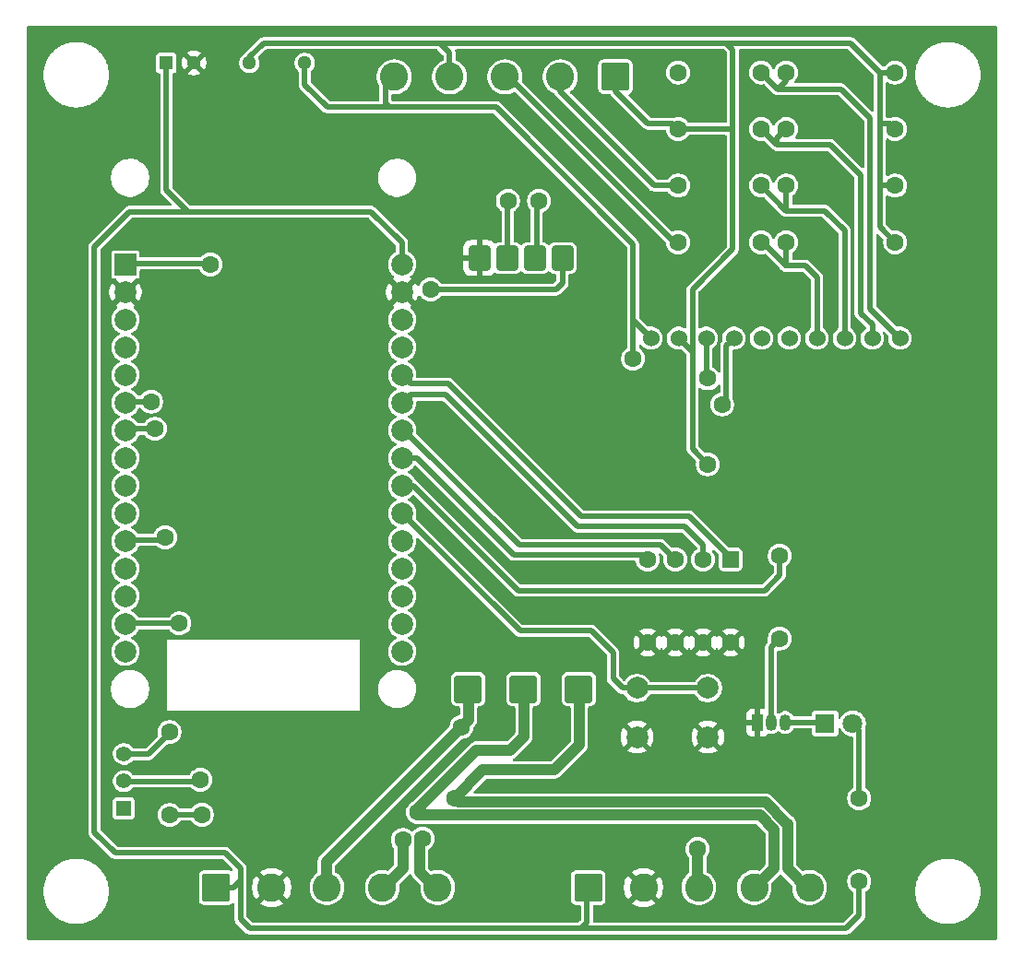
<source format=gbr>
%TF.GenerationSoftware,KiCad,Pcbnew,9.0.3*%
%TF.CreationDate,2026-01-26T07:38:29-05:00*%
%TF.ProjectId,SLAVE_PRESSURE,534c4156-455f-4505-9245-53535552452e,rev?*%
%TF.SameCoordinates,Original*%
%TF.FileFunction,Copper,L2,Bot*%
%TF.FilePolarity,Positive*%
%FSLAX46Y46*%
G04 Gerber Fmt 4.6, Leading zero omitted, Abs format (unit mm)*
G04 Created by KiCad (PCBNEW 9.0.3) date 2026-01-26 07:38:29*
%MOMM*%
%LPD*%
G01*
G04 APERTURE LIST*
G04 Aperture macros list*
%AMRoundRect*
0 Rectangle with rounded corners*
0 $1 Rounding radius*
0 $2 $3 $4 $5 $6 $7 $8 $9 X,Y pos of 4 corners*
0 Add a 4 corners polygon primitive as box body*
4,1,4,$2,$3,$4,$5,$6,$7,$8,$9,$2,$3,0*
0 Add four circle primitives for the rounded corners*
1,1,$1+$1,$2,$3*
1,1,$1+$1,$4,$5*
1,1,$1+$1,$6,$7*
1,1,$1+$1,$8,$9*
0 Add four rect primitives between the rounded corners*
20,1,$1+$1,$2,$3,$4,$5,0*
20,1,$1+$1,$4,$5,$6,$7,0*
20,1,$1+$1,$6,$7,$8,$9,0*
20,1,$1+$1,$8,$9,$2,$3,0*%
G04 Aperture macros list end*
%TA.AperFunction,ComponentPad*%
%ADD10C,1.524000*%
%TD*%
%TA.AperFunction,ComponentPad*%
%ADD11R,1.050000X1.500000*%
%TD*%
%TA.AperFunction,ComponentPad*%
%ADD12O,1.050000X1.500000*%
%TD*%
%TA.AperFunction,ComponentPad*%
%ADD13C,1.600000*%
%TD*%
%TA.AperFunction,ComponentPad*%
%ADD14R,1.288000X1.288000*%
%TD*%
%TA.AperFunction,ComponentPad*%
%ADD15C,1.288000*%
%TD*%
%TA.AperFunction,ComponentPad*%
%ADD16RoundRect,0.250000X-0.750000X0.900000X-0.750000X-0.900000X0.750000X-0.900000X0.750000X0.900000X0*%
%TD*%
%TA.AperFunction,ComponentPad*%
%ADD17RoundRect,0.250000X-1.020000X1.020000X-1.020000X-1.020000X1.020000X-1.020000X1.020000X1.020000X0*%
%TD*%
%TA.AperFunction,ComponentPad*%
%ADD18R,1.800000X1.800000*%
%TD*%
%TA.AperFunction,ComponentPad*%
%ADD19C,1.800000*%
%TD*%
%TA.AperFunction,ComponentPad*%
%ADD20C,2.000000*%
%TD*%
%TA.AperFunction,ComponentPad*%
%ADD21RoundRect,0.250000X-1.050000X-1.050000X1.050000X-1.050000X1.050000X1.050000X-1.050000X1.050000X0*%
%TD*%
%TA.AperFunction,ComponentPad*%
%ADD22C,2.600000*%
%TD*%
%TA.AperFunction,ComponentPad*%
%ADD23RoundRect,0.250000X-0.550000X0.550000X-0.550000X-0.550000X0.550000X-0.550000X0.550000X0.550000X0*%
%TD*%
%TA.AperFunction,ComponentPad*%
%ADD24R,2.000000X2.000000*%
%TD*%
%TA.AperFunction,ComponentPad*%
%ADD25R,1.408000X1.408000*%
%TD*%
%TA.AperFunction,ComponentPad*%
%ADD26C,1.408000*%
%TD*%
%TA.AperFunction,ComponentPad*%
%ADD27RoundRect,0.250000X1.050000X1.050000X-1.050000X1.050000X-1.050000X-1.050000X1.050000X-1.050000X0*%
%TD*%
%TA.AperFunction,ViaPad*%
%ADD28C,1.600000*%
%TD*%
%TA.AperFunction,Conductor*%
%ADD29C,1.000000*%
%TD*%
%TA.AperFunction,Conductor*%
%ADD30C,0.500000*%
%TD*%
G04 APERTURE END LIST*
D10*
%TO.P,U4,1,ADDR*%
%TO.N,unconnected-(U4-ADDR-Pad1)*%
X141130000Y-77200000D03*
%TO.P,U4,2,ALERT*%
%TO.N,ALE_H*%
X143670000Y-77200000D03*
%TO.P,U4,3,GND*%
%TO.N,GND_ISO*%
X133510000Y-77200000D03*
%TO.P,U4,4,AIN0*%
%TO.N,SIGNAL_OUT1*%
X146210000Y-77200000D03*
%TO.P,U4,5,AIN1*%
%TO.N,SIGNAL_OUT2*%
X148750000Y-77200000D03*
%TO.P,U4,6,AIN2*%
%TO.N,SIGNAL_OUT3*%
X151290000Y-77200000D03*
%TO.P,U4,7,AIN3*%
%TO.N,SIGNAL_OUT4*%
X153830000Y-77200000D03*
%TO.P,U4,8,VDD*%
%TO.N,5V_ISO*%
X130970000Y-77200000D03*
%TO.P,U4,9,SDA*%
%TO.N,SDA_H*%
X138590000Y-77200000D03*
%TO.P,U4,10,SCL*%
%TO.N,SCL_H*%
X136050000Y-77200000D03*
%TD*%
D11*
%TO.P,Q1,1,E*%
%TO.N,GND*%
X140760000Y-112510000D03*
D12*
%TO.P,Q1,2,B*%
%TO.N,Net-(Q1-B)*%
X142030000Y-112510000D03*
%TO.P,Q1,3,C*%
%TO.N,Net-(D7-K)*%
X143300000Y-112510000D03*
%TD*%
D13*
%TO.P,C1,1*%
%TO.N,GND_ISO*%
X153400000Y-63200000D03*
%TO.P,C1,2*%
%TO.N,SIGNAL_OUT2*%
X143400000Y-63200000D03*
%TD*%
%TO.P,R3,1*%
%TO.N,SIGNAL_1*%
X133480000Y-68400000D03*
%TO.P,R3,2*%
%TO.N,SIGNAL_OUT1*%
X141100000Y-68400000D03*
%TD*%
D14*
%TO.P,PS1,1,+VIN(VCC)*%
%TO.N,5V*%
X86500000Y-51927000D03*
D15*
%TO.P,PS1,2,-VIN(GND)*%
%TO.N,GND*%
X89040000Y-51927000D03*
%TO.P,PS1,4,-VOUT*%
%TO.N,GND_ISO*%
X94120000Y-51927000D03*
%TO.P,PS1,6,+VOUT*%
%TO.N,5V_ISO*%
X99200000Y-51927000D03*
%TD*%
D13*
%TO.P,R1,1*%
%TO.N,Net-(R1-Pad1)*%
X86800000Y-113390000D03*
%TO.P,R1,2*%
%TO.N,485-*%
X86800000Y-121010000D03*
%TD*%
D16*
%TO.P,U10,1,VCC*%
%TO.N,3V3*%
X122850000Y-69850000D03*
%TO.P,U10,2,TXD*%
%TO.N,TX*%
X120310000Y-69850000D03*
%TO.P,U10,3,RXD*%
%TO.N,RX*%
X117770000Y-69850000D03*
%TO.P,U10,4,GND*%
%TO.N,GND*%
X115230000Y-69850000D03*
D17*
%TO.P,U10,5,A*%
%TO.N,485+*%
X124350000Y-109450000D03*
%TO.P,U10,6,B*%
%TO.N,485-*%
X119270000Y-109450000D03*
%TO.P,U10,7,GND*%
%TO.N,GND_T*%
X114190000Y-109450000D03*
%TD*%
D18*
%TO.P,D7,1,K*%
%TO.N,Net-(D7-K)*%
X146960000Y-112600000D03*
D19*
%TO.P,D7,2,A*%
%TO.N,Net-(D7-A)*%
X149500000Y-112600000D03*
%TD*%
D13*
%TO.P,R52,1*%
%TO.N,Net-(Q1-B)*%
X142800000Y-104800000D03*
%TO.P,R52,2*%
%TO.N,LED*%
X142800000Y-97180000D03*
%TD*%
%TO.P,R51,1*%
%TO.N,5V*%
X150100000Y-127110000D03*
%TO.P,R51,2*%
%TO.N,Net-(D7-A)*%
X150100000Y-119490000D03*
%TD*%
%TO.P,R8,1*%
%TO.N,SIGNAL_3*%
X133480000Y-58000000D03*
%TO.P,R8,2*%
%TO.N,SIGNAL_OUT3*%
X141100000Y-58000000D03*
%TD*%
%TO.P,C4,1*%
%TO.N,GND_ISO*%
X153400000Y-52800000D03*
%TO.P,C4,2*%
%TO.N,SIGNAL_OUT4*%
X143400000Y-52800000D03*
%TD*%
%TO.P,C3,1*%
%TO.N,GND_ISO*%
X153400000Y-68400000D03*
%TO.P,C3,2*%
%TO.N,SIGNAL_OUT1*%
X143400000Y-68400000D03*
%TD*%
D20*
%TO.P,SW2,1,1*%
%TO.N,BUTTOM*%
X129700000Y-109350000D03*
X136200000Y-109350000D03*
%TO.P,SW2,2,2*%
%TO.N,GND*%
X129700000Y-113850000D03*
X136200000Y-113850000D03*
%TD*%
D21*
%TO.P,MODBUS_OUT,1,Pin_1*%
%TO.N,5V*%
X91090000Y-127672500D03*
D22*
%TO.P,MODBUS_OUT,2,Pin_2*%
%TO.N,GND*%
X96170000Y-127672500D03*
%TO.P,MODBUS_OUT,3,Pin_3*%
%TO.N,GND_T*%
X101250000Y-127672500D03*
%TO.P,MODBUS_OUT,4,Pin_4*%
%TO.N,485-*%
X106330000Y-127672500D03*
%TO.P,MODBUS_OUT,5,Pin_5*%
%TO.N,485+*%
X111410000Y-127672500D03*
%TD*%
D13*
%TO.P,R9,1*%
%TO.N,SIGNAL_4*%
X133480000Y-52800000D03*
%TO.P,R9,2*%
%TO.N,SIGNAL_OUT4*%
X141100000Y-52800000D03*
%TD*%
%TO.P,C2,1*%
%TO.N,GND_ISO*%
X153400000Y-58000000D03*
%TO.P,C2,2*%
%TO.N,SIGNAL_OUT3*%
X143400000Y-58000000D03*
%TD*%
D23*
%TO.P,SW1,1*%
%TO.N,DIP_1*%
X138297500Y-97532500D03*
D13*
%TO.P,SW1,2*%
%TO.N,DIP_2*%
X135757500Y-97532500D03*
%TO.P,SW1,3*%
%TO.N,DIP_3*%
X133217500Y-97532500D03*
%TO.P,SW1,4*%
%TO.N,DIP_4*%
X130677500Y-97532500D03*
%TO.P,SW1,5*%
%TO.N,GND*%
X130677500Y-105152500D03*
%TO.P,SW1,6*%
X133217500Y-105152500D03*
%TO.P,SW1,7*%
X135757500Y-105152500D03*
%TO.P,SW1,8*%
X138297500Y-105152500D03*
%TD*%
D24*
%TO.P,U3,1,3V3*%
%TO.N,3V3*%
X82750000Y-70435000D03*
D20*
%TO.P,U3,2,GND*%
%TO.N,GND*%
X82750000Y-72975000D03*
%TO.P,U3,3,D15*%
%TO.N,unconnected-(U3-D15-Pad3)*%
X82750000Y-75515000D03*
%TO.P,U3,4,D2*%
%TO.N,unconnected-(U3-D2-Pad4)*%
X82750000Y-78055000D03*
%TO.P,U3,5,D4*%
%TO.N,unconnected-(U3-D4-Pad5)*%
X82750000Y-80595000D03*
%TO.P,U3,6,RX2*%
%TO.N,RX*%
X82750000Y-83135000D03*
%TO.P,U3,7,TX2*%
%TO.N,TX*%
X82750000Y-85675000D03*
%TO.P,U3,8,D5*%
%TO.N,unconnected-(U3-D5-Pad8)*%
X82750000Y-88215000D03*
%TO.P,U3,9,D18*%
%TO.N,unconnected-(U3-D18-Pad9)*%
X82750000Y-90755000D03*
%TO.P,U3,10,D19*%
%TO.N,unconnected-(U3-D19-Pad10)*%
X82750000Y-93295000D03*
%TO.P,U3,11,D21*%
%TO.N,SDA*%
X82750000Y-95835000D03*
%TO.P,U3,12,RX0*%
%TO.N,unconnected-(U3-RX0-Pad12)*%
X82750000Y-98375000D03*
%TO.P,U3,13,TX0*%
%TO.N,unconnected-(U3-TX0-Pad13)*%
X82750000Y-100915000D03*
%TO.P,U3,14,D22*%
%TO.N,SCL*%
X82750000Y-103455000D03*
%TO.P,U3,15,D23*%
%TO.N,unconnected-(U3-D23-Pad15)*%
X82750000Y-105995000D03*
%TO.P,U3,16,EN*%
%TO.N,unconnected-(U3-EN-Pad16)*%
X108150000Y-105995000D03*
%TO.P,U3,17,VP*%
%TO.N,unconnected-(U3-VP-Pad17)*%
X108150000Y-103455000D03*
%TO.P,U3,18,VN*%
%TO.N,unconnected-(U3-VN-Pad18)*%
X108150000Y-100915000D03*
%TO.P,U3,19,D34*%
%TO.N,unconnected-(U3-D34-Pad19)*%
X108150000Y-98375000D03*
%TO.P,U3,20,D35*%
%TO.N,unconnected-(U3-D35-Pad20)*%
X108150000Y-95835000D03*
%TO.P,U3,21,D32*%
%TO.N,BUTTOM*%
X108150000Y-93295000D03*
%TO.P,U3,22,D33*%
%TO.N,LED*%
X108150000Y-90755000D03*
%TO.P,U3,23,D25*%
%TO.N,DIP_4*%
X108150000Y-88215000D03*
%TO.P,U3,24,D26*%
%TO.N,DIP_3*%
X108150000Y-85675000D03*
%TO.P,U3,25,D27*%
%TO.N,DIP_2*%
X108150000Y-83135000D03*
%TO.P,U3,26,D14*%
%TO.N,DIP_1*%
X108150000Y-80595000D03*
%TO.P,U3,27,D12*%
%TO.N,unconnected-(U3-D12-Pad27)*%
X108150000Y-78055000D03*
%TO.P,U3,28,D13*%
%TO.N,ALE*%
X108150000Y-75515000D03*
%TO.P,U3,29,GND*%
%TO.N,GND*%
X108150000Y-72975000D03*
%TO.P,U3,30,VIN*%
%TO.N,5V*%
X108150000Y-70435000D03*
%TD*%
D21*
%TO.P,MODBUS_IN,1,Pin_1*%
%TO.N,5V*%
X125220000Y-127672500D03*
D22*
%TO.P,MODBUS_IN,2,Pin_2*%
%TO.N,GND*%
X130300000Y-127672500D03*
%TO.P,MODBUS_IN,3,Pin_3*%
%TO.N,GND_T*%
X135380000Y-127672500D03*
%TO.P,MODBUS_IN,4,Pin_4*%
%TO.N,485-*%
X140460000Y-127672500D03*
%TO.P,MODBUS_IN,5,Pin_5*%
%TO.N,485+*%
X145540000Y-127672500D03*
%TD*%
D13*
%TO.P,R7,1*%
%TO.N,SIGNAL_2*%
X133480000Y-63200000D03*
%TO.P,R7,2*%
%TO.N,SIGNAL_OUT2*%
X141100000Y-63200000D03*
%TD*%
D25*
%TO.P,S1,1*%
%TO.N,unconnected-(S1-Pad1)*%
X82600000Y-120400000D03*
D26*
%TO.P,S1,2*%
%TO.N,485+*%
X82600000Y-117900000D03*
%TO.P,S1,3*%
%TO.N,Net-(R1-Pad1)*%
X82600000Y-115400000D03*
%TD*%
D27*
%TO.P,ANALOG_IN,1,Pin_1*%
%TO.N,SIGNAL_3*%
X127740000Y-53200000D03*
D22*
%TO.P,ANALOG_IN,2,Pin_2*%
%TO.N,SIGNAL_2*%
X122660000Y-53200000D03*
%TO.P,ANALOG_IN,3,Pin_3*%
%TO.N,SIGNAL_1*%
X117580000Y-53200000D03*
%TO.P,ANALOG_IN,4,Pin_4*%
%TO.N,GND_ISO*%
X112500000Y-53200000D03*
%TO.P,ANALOG_IN,5,Pin_5*%
%TO.N,5V_ISO*%
X107420000Y-53200000D03*
%TD*%
D28*
%TO.N,GND_T*%
X135260000Y-124140000D03*
X113590000Y-112920000D03*
%TO.N,5V_ISO*%
X129335000Y-79100000D03*
%TO.N,GND_ISO*%
X136200000Y-88800000D03*
%TO.N,485+*%
X89640000Y-117770000D03*
X110030000Y-123180000D03*
X112940000Y-119470000D03*
%TO.N,485-*%
X109603984Y-120770000D03*
X89760000Y-120980000D03*
X108200000Y-123300000D03*
%TO.N,SDA_H*%
X137500000Y-83300000D03*
%TO.N,TX*%
X120700000Y-64600000D03*
X85450000Y-85540000D03*
%TO.N,3V3*%
X110750000Y-72740000D03*
X90550000Y-70440000D03*
%TO.N,SDA*%
X86400000Y-95500000D03*
%TO.N,RX*%
X117850000Y-64600000D03*
X85100000Y-83040000D03*
%TO.N,SCL_H*%
X136200000Y-80900000D03*
%TO.N,SCL*%
X87700000Y-103400000D03*
%TD*%
D29*
%TO.N,GND_T*%
X114245000Y-112265000D02*
X112160000Y-114350000D01*
X112160000Y-114350000D02*
X113590000Y-112920000D01*
X135260000Y-127830000D02*
X135270000Y-127840000D01*
X101190000Y-127840000D02*
X101190000Y-125320000D01*
X114245000Y-109140000D02*
X114245000Y-112265000D01*
X101190000Y-125320000D02*
X112160000Y-114350000D01*
X114245000Y-112265000D02*
X113590000Y-112920000D01*
X135260000Y-124140000D02*
X135260000Y-127830000D01*
D30*
%TO.N,Net-(D7-A)*%
X150100000Y-119490000D02*
X150100000Y-113200000D01*
X150100000Y-113200000D02*
X149500000Y-112600000D01*
%TO.N,Net-(D7-K)*%
X146910000Y-112490000D02*
X143260000Y-112490000D01*
X143260000Y-112490000D02*
X143200000Y-112550000D01*
%TO.N,5V_ISO*%
X129335000Y-75565000D02*
X129335000Y-79100000D01*
X99200000Y-51927000D02*
X99200000Y-53900000D01*
X129335000Y-79100000D02*
X129335000Y-79165000D01*
X129335000Y-75565000D02*
X129335000Y-68587029D01*
X116747971Y-56000000D02*
X107000000Y-56000000D01*
X129335000Y-68587029D02*
X116747971Y-56000000D01*
X106600000Y-55600000D02*
X107000000Y-56000000D01*
X129335000Y-79165000D02*
X129300000Y-79200000D01*
X107420000Y-53200000D02*
X106600000Y-54020000D01*
X129335000Y-75565000D02*
X130970000Y-77200000D01*
X101300000Y-56000000D02*
X107000000Y-56000000D01*
X106600000Y-54020000D02*
X106600000Y-55600000D01*
X99200000Y-53900000D02*
X101300000Y-56000000D01*
%TO.N,GND_ISO*%
X147700000Y-50100000D02*
X149300000Y-50100000D01*
X114600000Y-50100000D02*
X111600000Y-50100000D01*
X138500000Y-50700000D02*
X137900000Y-50100000D01*
X134800000Y-74700000D02*
X134800000Y-79100000D01*
X133510000Y-77200000D02*
X134800000Y-78490000D01*
X134100000Y-50100000D02*
X137900000Y-50100000D01*
X152000000Y-52800000D02*
X152000000Y-57500000D01*
X94120000Y-51927000D02*
X94120000Y-51430000D01*
X134800000Y-78490000D02*
X134800000Y-79100000D01*
X134800000Y-87400000D02*
X136200000Y-88800000D01*
X152000000Y-57500000D02*
X152900000Y-57500000D01*
X134800000Y-72700000D02*
X134800000Y-74700000D01*
X138500000Y-58000000D02*
X138500000Y-58300000D01*
X109100000Y-50100000D02*
X110300000Y-50100000D01*
X112500000Y-53200000D02*
X112500000Y-51000000D01*
X111600000Y-50100000D02*
X109100000Y-50100000D01*
X153400000Y-52800000D02*
X152000000Y-52800000D01*
X152000000Y-63000000D02*
X152000000Y-67000000D01*
X138500000Y-69000000D02*
X134800000Y-72700000D01*
X138500000Y-58300000D02*
X138500000Y-69000000D01*
X152200000Y-63200000D02*
X153400000Y-63200000D01*
X149300000Y-50100000D02*
X152000000Y-52800000D01*
X152900000Y-57500000D02*
X153400000Y-58000000D01*
X151450000Y-52250000D02*
X149850000Y-50650000D01*
X133480000Y-58000000D02*
X138500000Y-58000000D01*
X95450000Y-50100000D02*
X109100000Y-50100000D01*
X134800000Y-79100000D02*
X134800000Y-87400000D01*
X112500000Y-50100000D02*
X114600000Y-50100000D01*
X152000000Y-63000000D02*
X152200000Y-63200000D01*
X112500000Y-51000000D02*
X111600000Y-50100000D01*
X152000000Y-52800000D02*
X151450000Y-52250000D01*
X152000000Y-57500000D02*
X152000000Y-63000000D01*
X138500000Y-58300000D02*
X138500000Y-50700000D01*
X94120000Y-51430000D02*
X95450000Y-50100000D01*
X149300000Y-50100000D02*
X151450000Y-52250000D01*
X152000000Y-67000000D02*
X153400000Y-68400000D01*
X114600000Y-50100000D02*
X134100000Y-50100000D01*
X137900000Y-50100000D02*
X147700000Y-50100000D01*
X149850000Y-50650000D02*
X149650000Y-50450000D01*
D29*
%TO.N,485+*%
X141485000Y-119810000D02*
X143500000Y-121825000D01*
X112940000Y-119470000D02*
X113280000Y-119810000D01*
X109760000Y-126250000D02*
X109760000Y-123450000D01*
X123320000Y-119810000D02*
X122830000Y-119810000D01*
X124405000Y-114585000D02*
X124405000Y-109140000D01*
X145430000Y-127840000D02*
X143522000Y-125932000D01*
X122140000Y-116850000D02*
X124405000Y-114585000D01*
X109760000Y-123450000D02*
X110030000Y-123180000D01*
X111350000Y-127840000D02*
X109760000Y-126250000D01*
X143522000Y-125932000D02*
X143522000Y-121825000D01*
X124405000Y-109140000D02*
X124510000Y-109245000D01*
X113280000Y-119810000D02*
X122830000Y-119810000D01*
X115560000Y-116850000D02*
X122140000Y-116850000D01*
X145430000Y-127020000D02*
X145430000Y-127840000D01*
D30*
X89487500Y-117922500D02*
X89640000Y-117770000D01*
D29*
X122830000Y-119810000D02*
X141485000Y-119810000D01*
D30*
X83000000Y-117922500D02*
X89487500Y-117922500D01*
D29*
X112940000Y-119470000D02*
X115560000Y-116850000D01*
%TO.N,485-*%
X106270000Y-127840000D02*
X108200000Y-125910000D01*
X118080000Y-115060000D02*
X119325000Y-113815000D01*
X109853984Y-121020000D02*
X109603984Y-120770000D01*
X109603984Y-120396016D02*
X114940000Y-115060000D01*
X142270000Y-125920000D02*
X142270000Y-122310000D01*
X109603984Y-120770000D02*
X109603984Y-120396016D01*
X119325000Y-113815000D02*
X119325000Y-109140000D01*
D30*
X89760000Y-120980000D02*
X86960000Y-120980000D01*
X86960000Y-120980000D02*
X86930000Y-121010000D01*
D29*
X140350000Y-127840000D02*
X142270000Y-125920000D01*
X142270000Y-122310000D02*
X140980000Y-121020000D01*
X140980000Y-121020000D02*
X109853984Y-121020000D01*
X108200000Y-125910000D02*
X108200000Y-123300000D01*
X114940000Y-115060000D02*
X118080000Y-115060000D01*
D30*
%TO.N,SDA_H*%
X137900000Y-82900000D02*
X137500000Y-83300000D01*
X138590000Y-77200000D02*
X137900000Y-77890000D01*
X137900000Y-77890000D02*
X137900000Y-82900000D01*
%TO.N,TX*%
X120500000Y-66600000D02*
X120500000Y-66100000D01*
X120500000Y-66600000D02*
X120500000Y-66100000D01*
X82675000Y-85540000D02*
X82650000Y-85565000D01*
X120365000Y-69540000D02*
X120500000Y-69405000D01*
X85450000Y-85540000D02*
X82675000Y-85540000D01*
X120500000Y-66100000D02*
X120500000Y-64800000D01*
X120500000Y-64800000D02*
X120700000Y-64600000D01*
X120500000Y-69405000D02*
X120500000Y-66600000D01*
%TO.N,3V3*%
X110750000Y-72740000D02*
X115000000Y-72740000D01*
X90550000Y-70440000D02*
X90435000Y-70325000D01*
X122850000Y-69595000D02*
X122905000Y-69540000D01*
X122260000Y-72740000D02*
X122850000Y-72150000D01*
X122850000Y-72150000D02*
X122850000Y-69595000D01*
X90435000Y-70325000D02*
X82650000Y-70325000D01*
X115000000Y-72740000D02*
X122260000Y-72740000D01*
%TO.N,5V*%
X91900000Y-124500000D02*
X93300000Y-125900000D01*
X88500000Y-65600000D02*
X90100000Y-65600000D01*
X83100000Y-65600000D02*
X83000000Y-65700000D01*
X105300000Y-65600000D02*
X108150000Y-68450000D01*
X91090000Y-127672500D02*
X92627500Y-127672500D01*
X90100000Y-65600000D02*
X83100000Y-65600000D01*
X124550000Y-131440000D02*
X148860000Y-131440000D01*
X86500000Y-63600000D02*
X88200000Y-65300000D01*
X93300000Y-125900000D02*
X93300000Y-127000000D01*
X125110000Y-130880000D02*
X124550000Y-131440000D01*
X148860000Y-131440000D02*
X150100000Y-130200000D01*
X86500000Y-51927000D02*
X86500000Y-63600000D01*
X90100000Y-65600000D02*
X105300000Y-65600000D01*
X83000000Y-65700000D02*
X79900000Y-68800000D01*
X79900000Y-68800000D02*
X79900000Y-122600000D01*
X94200000Y-131440000D02*
X124550000Y-131440000D01*
X93300000Y-127000000D02*
X93300000Y-130540000D01*
X92627500Y-127672500D02*
X93300000Y-127000000D01*
X150100000Y-130200000D02*
X150100000Y-127110000D01*
X81800000Y-124500000D02*
X91900000Y-124500000D01*
X125110000Y-127840000D02*
X125110000Y-130880000D01*
X93300000Y-130540000D02*
X94200000Y-131440000D01*
X108150000Y-68450000D02*
X108150000Y-70435000D01*
X88200000Y-65300000D02*
X88500000Y-65600000D01*
X79900000Y-122600000D02*
X81800000Y-124500000D01*
%TO.N,SDA*%
X82650000Y-95725000D02*
X86175000Y-95725000D01*
X86175000Y-95725000D02*
X86400000Y-95500000D01*
%TO.N,RX*%
X117825000Y-69540000D02*
X117825000Y-64625000D01*
X117840000Y-64610000D02*
X117850000Y-64600000D01*
X82665000Y-83040000D02*
X85100000Y-83040000D01*
X117840000Y-66590000D02*
X117840000Y-64610000D01*
X117825000Y-64625000D02*
X117850000Y-64600000D01*
X82650000Y-83025000D02*
X82665000Y-83040000D01*
%TO.N,SCL_H*%
X136050000Y-80750000D02*
X136200000Y-80900000D01*
X136050000Y-77200000D02*
X136050000Y-80750000D01*
%TO.N,SCL*%
X82650000Y-103345000D02*
X82705000Y-103400000D01*
X82705000Y-103400000D02*
X87700000Y-103400000D01*
%TO.N,DIP_2*%
X108885000Y-82400000D02*
X108150000Y-83135000D01*
X135757500Y-97532500D02*
X135757500Y-96157500D01*
X112100000Y-82400000D02*
X108885000Y-82400000D01*
X108125000Y-83160000D02*
X108150000Y-83135000D01*
X135757500Y-96157500D02*
X134100000Y-94500000D01*
X124200000Y-94500000D02*
X112100000Y-82400000D01*
X134100000Y-94500000D02*
X124200000Y-94500000D01*
%TO.N,LED*%
X142800000Y-99000000D02*
X141400000Y-100400000D01*
X108105000Y-90590000D02*
X108050000Y-90645000D01*
X118800000Y-100400000D02*
X109155000Y-90755000D01*
X142800000Y-97180000D02*
X142800000Y-99000000D01*
X108105000Y-90700000D02*
X108105000Y-90590000D01*
X141400000Y-100400000D02*
X118800000Y-100400000D01*
X109155000Y-90755000D02*
X108150000Y-90755000D01*
%TO.N,BUTTOM*%
X127500000Y-106100000D02*
X125500000Y-104100000D01*
X118955000Y-104100000D02*
X108150000Y-93295000D01*
X129700000Y-109350000D02*
X128350000Y-109350000D01*
X128350000Y-109350000D02*
X127500000Y-108500000D01*
X125500000Y-104100000D02*
X118955000Y-104100000D01*
X127500000Y-108500000D02*
X127500000Y-106100000D01*
X129700000Y-109350000D02*
X136200000Y-109350000D01*
%TO.N,DIP_1*%
X108955000Y-81400000D02*
X108150000Y-80595000D01*
X138297500Y-97397500D02*
X134500000Y-93600000D01*
X124600000Y-93600000D02*
X112400000Y-81400000D01*
X134500000Y-93600000D02*
X124600000Y-93600000D01*
X112400000Y-81400000D02*
X108955000Y-81400000D01*
X138297500Y-97532500D02*
X138297500Y-97397500D01*
%TO.N,DIP_4*%
X118400000Y-97100000D02*
X130245000Y-97100000D01*
X108150000Y-88215000D02*
X109515000Y-88215000D01*
X109515000Y-88215000D02*
X118400000Y-97100000D01*
X130245000Y-97100000D02*
X130677500Y-97532500D01*
%TO.N,DIP_3*%
X108050000Y-85565000D02*
X108265000Y-85565000D01*
X108265000Y-85565000D02*
X118900000Y-96200000D01*
X118900000Y-96200000D02*
X131885000Y-96200000D01*
X131885000Y-96200000D02*
X133217500Y-97532500D01*
%TO.N,SIGNAL_OUT2*%
X143400000Y-63200000D02*
X143400000Y-65400000D01*
X146900000Y-65500000D02*
X148750000Y-67350000D01*
X143400000Y-65500000D02*
X141100000Y-63200000D01*
X143500000Y-65500000D02*
X146900000Y-65500000D01*
X148750000Y-67350000D02*
X148750000Y-77200000D01*
X143400000Y-65400000D02*
X143500000Y-65500000D01*
X143500000Y-65500000D02*
X143400000Y-65500000D01*
%TO.N,SIGNAL_OUT3*%
X142550000Y-59450000D02*
X147450000Y-59450000D01*
X142550000Y-59450000D02*
X141100000Y-58000000D01*
X151290000Y-75990000D02*
X150200000Y-74900000D01*
X143400000Y-58000000D02*
X142550000Y-58850000D01*
X150200000Y-62200000D02*
X150200000Y-74900000D01*
X147450000Y-59450000D02*
X150200000Y-62200000D01*
X151290000Y-77200000D02*
X151290000Y-75990000D01*
X142550000Y-58850000D02*
X142550000Y-59450000D01*
%TO.N,SIGNAL_OUT1*%
X143400000Y-70450000D02*
X143350000Y-70500000D01*
X143300000Y-70550000D02*
X145150000Y-70550000D01*
X141250000Y-68400000D02*
X143350000Y-70500000D01*
X141100000Y-68400000D02*
X141250000Y-68400000D01*
X145150000Y-70550000D02*
X146210000Y-71610000D01*
X143350000Y-70500000D02*
X143300000Y-70550000D01*
X146210000Y-77200000D02*
X146250000Y-77160000D01*
X143400000Y-68400000D02*
X143400000Y-70450000D01*
X146210000Y-71610000D02*
X146210000Y-77200000D01*
%TO.N,Net-(Q1-B)*%
X142800000Y-104800000D02*
X142000000Y-105600000D01*
X142000000Y-105600000D02*
X142000000Y-112480000D01*
X142000000Y-112480000D02*
X142030000Y-112510000D01*
%TO.N,Net-(R1-Pad1)*%
X83000000Y-115422500D02*
X84897500Y-115422500D01*
X84897500Y-115422500D02*
X86930000Y-113390000D01*
%TO.N,SIGNAL_OUT4*%
X142650000Y-54350000D02*
X148450000Y-54350000D01*
X151100000Y-74500000D02*
X153800000Y-77200000D01*
X142650000Y-54350000D02*
X141100000Y-52800000D01*
X153800000Y-77200000D02*
X153830000Y-77200000D01*
X151100000Y-57000000D02*
X151100000Y-74500000D01*
X143400000Y-52800000D02*
X143400000Y-53600000D01*
X148450000Y-54350000D02*
X151100000Y-57000000D01*
X143400000Y-53600000D02*
X142650000Y-54350000D01*
%TO.N,SIGNAL_2*%
X122660000Y-54560000D02*
X131300000Y-63200000D01*
X122660000Y-53200000D02*
X122660000Y-54560000D01*
X131300000Y-63200000D02*
X133480000Y-63200000D01*
%TO.N,SIGNAL_3*%
X127740000Y-53200000D02*
X127740000Y-54540000D01*
X127740000Y-54540000D02*
X130704318Y-57504318D01*
X130704318Y-57504318D02*
X132984318Y-57504318D01*
%TO.N,SIGNAL_1*%
X117900000Y-53200000D02*
X133100000Y-68400000D01*
X117580000Y-53200000D02*
X117900000Y-53200000D01*
X133100000Y-68400000D02*
X133480000Y-68400000D01*
%TD*%
%TA.AperFunction,Conductor*%
%TO.N,GND*%
G36*
X162667539Y-48535185D02*
G01*
X162713294Y-48587989D01*
X162724500Y-48639500D01*
X162724500Y-132390500D01*
X162704815Y-132457539D01*
X162652011Y-132503294D01*
X162600500Y-132514500D01*
X73849500Y-132514500D01*
X73782461Y-132494815D01*
X73736706Y-132442011D01*
X73725500Y-132390500D01*
X73725500Y-128015000D01*
X75224999Y-128015000D01*
X75225311Y-128063330D01*
X75225497Y-128092257D01*
X75233451Y-128246565D01*
X75233452Y-128246573D01*
X75233452Y-128246582D01*
X75249338Y-128400260D01*
X75273119Y-128552945D01*
X75273120Y-128552952D01*
X75304717Y-128704154D01*
X75344072Y-128853593D01*
X75391063Y-129000795D01*
X75445566Y-129145371D01*
X75472440Y-129206861D01*
X75507443Y-129286954D01*
X75553559Y-129379219D01*
X75576532Y-129425181D01*
X75652622Y-129559623D01*
X75652628Y-129559632D01*
X75735557Y-129690010D01*
X75735565Y-129690023D01*
X75825085Y-129815942D01*
X75920978Y-129937100D01*
X76022959Y-130053136D01*
X76022969Y-130053147D01*
X76022979Y-130053158D01*
X76022988Y-130053167D01*
X76130784Y-130163777D01*
X76130800Y-130163792D01*
X76130820Y-130163813D01*
X76235403Y-130260613D01*
X76244214Y-130268768D01*
X76244227Y-130268779D01*
X76362872Y-130367758D01*
X76486440Y-130460485D01*
X76486449Y-130460491D01*
X76614644Y-130546746D01*
X76720235Y-130610151D01*
X76747104Y-130626285D01*
X76747125Y-130626297D01*
X76883471Y-130698893D01*
X76883490Y-130698903D01*
X76883496Y-130698906D01*
X77023439Y-130764407D01*
X77023451Y-130764412D01*
X77023458Y-130764415D01*
X77129463Y-130807526D01*
X77166568Y-130822616D01*
X77312504Y-130873380D01*
X77460860Y-130916564D01*
X77611242Y-130952054D01*
X77763252Y-130979755D01*
X77916486Y-130999594D01*
X77916485Y-130999594D01*
X77938493Y-131001297D01*
X78070538Y-131011519D01*
X78225000Y-131015498D01*
X78379462Y-131011519D01*
X78533514Y-130999594D01*
X78686748Y-130979755D01*
X78838758Y-130952054D01*
X78989140Y-130916564D01*
X79137496Y-130873380D01*
X79283432Y-130822616D01*
X79426561Y-130764407D01*
X79566504Y-130698906D01*
X79702889Y-130626289D01*
X79835356Y-130546746D01*
X79963552Y-130460490D01*
X79963559Y-130460485D01*
X80087127Y-130367758D01*
X80087138Y-130367749D01*
X80205785Y-130268769D01*
X80319180Y-130163813D01*
X80427021Y-130053158D01*
X80529023Y-129937098D01*
X80624916Y-129815941D01*
X80714444Y-129690009D01*
X80797370Y-129559635D01*
X80797377Y-129559623D01*
X80873467Y-129425181D01*
X80873471Y-129425171D01*
X80873476Y-129425164D01*
X80942557Y-129286954D01*
X81004433Y-129145371D01*
X81058938Y-129000791D01*
X81105927Y-128853596D01*
X81145277Y-128704177D01*
X81176883Y-128552931D01*
X81200661Y-128400259D01*
X81216549Y-128246565D01*
X81224503Y-128092257D01*
X81224503Y-127937743D01*
X81216549Y-127783435D01*
X81200661Y-127629741D01*
X81176883Y-127477069D01*
X81176880Y-127477054D01*
X81176879Y-127477047D01*
X81145282Y-127325845D01*
X81145280Y-127325837D01*
X81145277Y-127325823D01*
X81105927Y-127176404D01*
X81058938Y-127029209D01*
X81046191Y-126995397D01*
X81004433Y-126884628D01*
X80980985Y-126830975D01*
X80942557Y-126743046D01*
X80873476Y-126604836D01*
X80873475Y-126604835D01*
X80873467Y-126604818D01*
X80797377Y-126470376D01*
X80797371Y-126470367D01*
X80793492Y-126464268D01*
X80714444Y-126339991D01*
X80714438Y-126339982D01*
X80714434Y-126339976D01*
X80652970Y-126253520D01*
X80624916Y-126214059D01*
X80560948Y-126133238D01*
X80529021Y-126092899D01*
X80427040Y-125976863D01*
X80427031Y-125976853D01*
X80427021Y-125976842D01*
X80370087Y-125918422D01*
X80319215Y-125866222D01*
X80319199Y-125866206D01*
X80319180Y-125866187D01*
X80205785Y-125761231D01*
X80135912Y-125702940D01*
X80087127Y-125662241D01*
X79963559Y-125569514D01*
X79963550Y-125569508D01*
X79835373Y-125483265D01*
X79835357Y-125483255D01*
X79835356Y-125483254D01*
X79782560Y-125451551D01*
X79702895Y-125403714D01*
X79702874Y-125403702D01*
X79566528Y-125331106D01*
X79566509Y-125331096D01*
X79426570Y-125265597D01*
X79426541Y-125265584D01*
X79283448Y-125207390D01*
X79283439Y-125207387D01*
X79283432Y-125207384D01*
X79137496Y-125156620D01*
X79105199Y-125147219D01*
X78989145Y-125113437D01*
X78989140Y-125113436D01*
X78838758Y-125077946D01*
X78838748Y-125077944D01*
X78838739Y-125077942D01*
X78686744Y-125050244D01*
X78533506Y-125030405D01*
X78533514Y-125030405D01*
X78379455Y-125018480D01*
X78225000Y-125014503D01*
X78070544Y-125018480D01*
X77916489Y-125030405D01*
X77763255Y-125050244D01*
X77611260Y-125077942D01*
X77611246Y-125077945D01*
X77611242Y-125077946D01*
X77488571Y-125106896D01*
X77460864Y-125113435D01*
X77460854Y-125113437D01*
X77312500Y-125156621D01*
X77166551Y-125207390D01*
X77023458Y-125265584D01*
X77023429Y-125265597D01*
X76883490Y-125331096D01*
X76883471Y-125331106D01*
X76747125Y-125403702D01*
X76747104Y-125403714D01*
X76614642Y-125483255D01*
X76614626Y-125483265D01*
X76486449Y-125569508D01*
X76486440Y-125569514D01*
X76362872Y-125662241D01*
X76244227Y-125761220D01*
X76244214Y-125761231D01*
X76130815Y-125866192D01*
X76130784Y-125866222D01*
X76022988Y-125976832D01*
X76022959Y-125976863D01*
X75920978Y-126092899D01*
X75825085Y-126214057D01*
X75735565Y-126339976D01*
X75735557Y-126339989D01*
X75652628Y-126470367D01*
X75652622Y-126470376D01*
X75576532Y-126604818D01*
X75507438Y-126743057D01*
X75445566Y-126884628D01*
X75391063Y-127029204D01*
X75344072Y-127176406D01*
X75304717Y-127325845D01*
X75273120Y-127477047D01*
X75273119Y-127477054D01*
X75249338Y-127629739D01*
X75233452Y-127783417D01*
X75233452Y-127783425D01*
X75233451Y-127783435D01*
X75231209Y-127826928D01*
X75225497Y-127937742D01*
X75224999Y-128015000D01*
X73725500Y-128015000D01*
X73725500Y-68727525D01*
X79349500Y-68727525D01*
X79349500Y-122527526D01*
X79349500Y-122672474D01*
X79387016Y-122812485D01*
X79459490Y-122938015D01*
X81461985Y-124940510D01*
X81587515Y-125012984D01*
X81727525Y-125050500D01*
X81727526Y-125050500D01*
X81872474Y-125050500D01*
X91620613Y-125050500D01*
X91687652Y-125070185D01*
X91708294Y-125086819D01*
X92567765Y-125946290D01*
X92601250Y-126007613D01*
X92596266Y-126077305D01*
X92554394Y-126133238D01*
X92488930Y-126157655D01*
X92420657Y-126142803D01*
X92419309Y-126142056D01*
X92412345Y-126138140D01*
X92308881Y-126097339D01*
X92271564Y-126082623D01*
X92271563Y-126082622D01*
X92271561Y-126082622D01*
X92225926Y-126077142D01*
X92183102Y-126072000D01*
X89996898Y-126072000D01*
X89957853Y-126076688D01*
X89908438Y-126082622D01*
X89767656Y-126138139D01*
X89647077Y-126229577D01*
X89555639Y-126350156D01*
X89500122Y-126490938D01*
X89495046Y-126533211D01*
X89489500Y-126579398D01*
X89489500Y-128765602D01*
X89495126Y-128812454D01*
X89500122Y-128854061D01*
X89555639Y-128994843D01*
X89647077Y-129115422D01*
X89767656Y-129206860D01*
X89767657Y-129206860D01*
X89767658Y-129206861D01*
X89908436Y-129262377D01*
X89996898Y-129273000D01*
X89996903Y-129273000D01*
X92183097Y-129273000D01*
X92183102Y-129273000D01*
X92271564Y-129262377D01*
X92412342Y-129206861D01*
X92532922Y-129115422D01*
X92532924Y-129115420D01*
X92537819Y-129110526D01*
X92599142Y-129077041D01*
X92668834Y-129082025D01*
X92724767Y-129123897D01*
X92749184Y-129189361D01*
X92749500Y-129198207D01*
X92749500Y-130612475D01*
X92757012Y-130640509D01*
X92787016Y-130752485D01*
X92859490Y-130878015D01*
X93861985Y-131880510D01*
X93987515Y-131952984D01*
X94127525Y-131990500D01*
X94127528Y-131990500D01*
X148932472Y-131990500D01*
X148932474Y-131990500D01*
X148932475Y-131990500D01*
X149072485Y-131952984D01*
X149198015Y-131880510D01*
X150540510Y-130538015D01*
X150612984Y-130412485D01*
X150616785Y-130398299D01*
X150624972Y-130367749D01*
X150639916Y-130311975D01*
X150650500Y-130272475D01*
X150650500Y-128133512D01*
X150651447Y-128130286D01*
X150650670Y-128127015D01*
X150661224Y-128096988D01*
X150670185Y-128066473D01*
X150673055Y-128063330D01*
X150673840Y-128061099D01*
X150689078Y-128045789D01*
X150698319Y-128035673D01*
X150699935Y-128034414D01*
X150726656Y-128015000D01*
X155224999Y-128015000D01*
X155225311Y-128063330D01*
X155225497Y-128092257D01*
X155233451Y-128246565D01*
X155233452Y-128246573D01*
X155233452Y-128246582D01*
X155249338Y-128400260D01*
X155273119Y-128552945D01*
X155273120Y-128552952D01*
X155304717Y-128704154D01*
X155344072Y-128853593D01*
X155391063Y-129000795D01*
X155445566Y-129145371D01*
X155472440Y-129206861D01*
X155507443Y-129286954D01*
X155553559Y-129379219D01*
X155576532Y-129425181D01*
X155652622Y-129559623D01*
X155652628Y-129559632D01*
X155735557Y-129690010D01*
X155735565Y-129690023D01*
X155825085Y-129815942D01*
X155920978Y-129937100D01*
X156022959Y-130053136D01*
X156022969Y-130053147D01*
X156022979Y-130053158D01*
X156022988Y-130053167D01*
X156130784Y-130163777D01*
X156130800Y-130163792D01*
X156130820Y-130163813D01*
X156235403Y-130260613D01*
X156244214Y-130268768D01*
X156244227Y-130268779D01*
X156362872Y-130367758D01*
X156486440Y-130460485D01*
X156486449Y-130460491D01*
X156614644Y-130546746D01*
X156720235Y-130610151D01*
X156747104Y-130626285D01*
X156747125Y-130626297D01*
X156883471Y-130698893D01*
X156883490Y-130698903D01*
X156883496Y-130698906D01*
X157023439Y-130764407D01*
X157023451Y-130764412D01*
X157023458Y-130764415D01*
X157129463Y-130807526D01*
X157166568Y-130822616D01*
X157312504Y-130873380D01*
X157460860Y-130916564D01*
X157611242Y-130952054D01*
X157763252Y-130979755D01*
X157916486Y-130999594D01*
X157916485Y-130999594D01*
X157938493Y-131001297D01*
X158070538Y-131011519D01*
X158225000Y-131015498D01*
X158379462Y-131011519D01*
X158533514Y-130999594D01*
X158686748Y-130979755D01*
X158838758Y-130952054D01*
X158989140Y-130916564D01*
X159137496Y-130873380D01*
X159283432Y-130822616D01*
X159426561Y-130764407D01*
X159566504Y-130698906D01*
X159702889Y-130626289D01*
X159835356Y-130546746D01*
X159963552Y-130460490D01*
X159963559Y-130460485D01*
X160087127Y-130367758D01*
X160087138Y-130367749D01*
X160205785Y-130268769D01*
X160319180Y-130163813D01*
X160427021Y-130053158D01*
X160529023Y-129937098D01*
X160624916Y-129815941D01*
X160714444Y-129690009D01*
X160797370Y-129559635D01*
X160797377Y-129559623D01*
X160873467Y-129425181D01*
X160873471Y-129425171D01*
X160873476Y-129425164D01*
X160942557Y-129286954D01*
X161004433Y-129145371D01*
X161058938Y-129000791D01*
X161105927Y-128853596D01*
X161145277Y-128704177D01*
X161176883Y-128552931D01*
X161200661Y-128400259D01*
X161216549Y-128246565D01*
X161224503Y-128092257D01*
X161224503Y-127937743D01*
X161216549Y-127783435D01*
X161200661Y-127629741D01*
X161176883Y-127477069D01*
X161176880Y-127477054D01*
X161176879Y-127477047D01*
X161145282Y-127325845D01*
X161145280Y-127325837D01*
X161145277Y-127325823D01*
X161105927Y-127176404D01*
X161058938Y-127029209D01*
X161046191Y-126995397D01*
X161004433Y-126884628D01*
X160980985Y-126830975D01*
X160942557Y-126743046D01*
X160873476Y-126604836D01*
X160873475Y-126604835D01*
X160873467Y-126604818D01*
X160797377Y-126470376D01*
X160797371Y-126470367D01*
X160793492Y-126464268D01*
X160714444Y-126339991D01*
X160714438Y-126339982D01*
X160714434Y-126339976D01*
X160652970Y-126253520D01*
X160624916Y-126214059D01*
X160560948Y-126133238D01*
X160529021Y-126092899D01*
X160427040Y-125976863D01*
X160427031Y-125976853D01*
X160427021Y-125976842D01*
X160370087Y-125918422D01*
X160319215Y-125866222D01*
X160319199Y-125866206D01*
X160319180Y-125866187D01*
X160205785Y-125761231D01*
X160135912Y-125702940D01*
X160087127Y-125662241D01*
X159963559Y-125569514D01*
X159963550Y-125569508D01*
X159835373Y-125483265D01*
X159835357Y-125483255D01*
X159835356Y-125483254D01*
X159782560Y-125451551D01*
X159702895Y-125403714D01*
X159702874Y-125403702D01*
X159566528Y-125331106D01*
X159566509Y-125331096D01*
X159426570Y-125265597D01*
X159426541Y-125265584D01*
X159283448Y-125207390D01*
X159283439Y-125207387D01*
X159283432Y-125207384D01*
X159137496Y-125156620D01*
X159105199Y-125147219D01*
X158989145Y-125113437D01*
X158989140Y-125113436D01*
X158838758Y-125077946D01*
X158838748Y-125077944D01*
X158838739Y-125077942D01*
X158686744Y-125050244D01*
X158533506Y-125030405D01*
X158533514Y-125030405D01*
X158379455Y-125018480D01*
X158225000Y-125014503D01*
X158070544Y-125018480D01*
X157916489Y-125030405D01*
X157763255Y-125050244D01*
X157611260Y-125077942D01*
X157611246Y-125077945D01*
X157611242Y-125077946D01*
X157488571Y-125106896D01*
X157460864Y-125113435D01*
X157460854Y-125113437D01*
X157312500Y-125156621D01*
X157166551Y-125207390D01*
X157023458Y-125265584D01*
X157023429Y-125265597D01*
X156883490Y-125331096D01*
X156883471Y-125331106D01*
X156747125Y-125403702D01*
X156747104Y-125403714D01*
X156614642Y-125483255D01*
X156614626Y-125483265D01*
X156486449Y-125569508D01*
X156486440Y-125569514D01*
X156362872Y-125662241D01*
X156244227Y-125761220D01*
X156244214Y-125761231D01*
X156130815Y-125866192D01*
X156130784Y-125866222D01*
X156022988Y-125976832D01*
X156022959Y-125976863D01*
X155920978Y-126092899D01*
X155825085Y-126214057D01*
X155735565Y-126339976D01*
X155735557Y-126339989D01*
X155652628Y-126470367D01*
X155652622Y-126470376D01*
X155576532Y-126604818D01*
X155507438Y-126743057D01*
X155445566Y-126884628D01*
X155391063Y-127029204D01*
X155344072Y-127176406D01*
X155304717Y-127325845D01*
X155273120Y-127477047D01*
X155273119Y-127477054D01*
X155249338Y-127629739D01*
X155233452Y-127783417D01*
X155233452Y-127783425D01*
X155233451Y-127783435D01*
X155231209Y-127826928D01*
X155225497Y-127937742D01*
X155224999Y-128015000D01*
X150726656Y-128015000D01*
X150816928Y-127949414D01*
X150939414Y-127826928D01*
X151041232Y-127686788D01*
X151119873Y-127532445D01*
X151173402Y-127367701D01*
X151200500Y-127196611D01*
X151200500Y-127023389D01*
X151173402Y-126852299D01*
X151119873Y-126687555D01*
X151041232Y-126533212D01*
X150939414Y-126393072D01*
X150816928Y-126270586D01*
X150676788Y-126168768D01*
X150564216Y-126111410D01*
X150522447Y-126090128D01*
X150522446Y-126090127D01*
X150522445Y-126090127D01*
X150357701Y-126036598D01*
X150357699Y-126036597D01*
X150357698Y-126036597D01*
X150226271Y-126015781D01*
X150186611Y-126009500D01*
X150013389Y-126009500D01*
X149973728Y-126015781D01*
X149842302Y-126036597D01*
X149677552Y-126090128D01*
X149523211Y-126168768D01*
X149495007Y-126189260D01*
X149383072Y-126270586D01*
X149383070Y-126270588D01*
X149383069Y-126270588D01*
X149260588Y-126393069D01*
X149260588Y-126393070D01*
X149260586Y-126393072D01*
X149217986Y-126451706D01*
X149158768Y-126533211D01*
X149080128Y-126687552D01*
X149026597Y-126852302D01*
X148999500Y-127023389D01*
X148999500Y-127196610D01*
X149025844Y-127362944D01*
X149026598Y-127367701D01*
X149080127Y-127532445D01*
X149158768Y-127686788D01*
X149260586Y-127826928D01*
X149383072Y-127949414D01*
X149383075Y-127949416D01*
X149498385Y-128033194D01*
X149541051Y-128088524D01*
X149549500Y-128133512D01*
X149549500Y-129920613D01*
X149529815Y-129987652D01*
X149513181Y-130008294D01*
X148668294Y-130853181D01*
X148606971Y-130886666D01*
X148580613Y-130889500D01*
X125784500Y-130889500D01*
X125717461Y-130869815D01*
X125671706Y-130817011D01*
X125660500Y-130765500D01*
X125660500Y-129397000D01*
X125680185Y-129329961D01*
X125732989Y-129284206D01*
X125784500Y-129273000D01*
X126313097Y-129273000D01*
X126313102Y-129273000D01*
X126401564Y-129262377D01*
X126542342Y-129206861D01*
X126662922Y-129115422D01*
X126754361Y-128994842D01*
X126809877Y-128854064D01*
X126820500Y-128765602D01*
X126820500Y-127554514D01*
X128500000Y-127554514D01*
X128500000Y-127790485D01*
X128530799Y-128024414D01*
X128591870Y-128252337D01*
X128682160Y-128470319D01*
X128682165Y-128470328D01*
X128800144Y-128674671D01*
X128800145Y-128674672D01*
X128862721Y-128756223D01*
X129698958Y-127919987D01*
X129723978Y-127980390D01*
X129795112Y-128086851D01*
X129885649Y-128177388D01*
X129992110Y-128248522D01*
X130052511Y-128273541D01*
X129216275Y-129109777D01*
X129297827Y-129172354D01*
X129297828Y-129172355D01*
X129502171Y-129290334D01*
X129502180Y-129290339D01*
X129720163Y-129380629D01*
X129720161Y-129380629D01*
X129948085Y-129441700D01*
X130182014Y-129472499D01*
X130182029Y-129472500D01*
X130417971Y-129472500D01*
X130417985Y-129472499D01*
X130651914Y-129441700D01*
X130879837Y-129380629D01*
X131097819Y-129290339D01*
X131097828Y-129290334D01*
X131302181Y-129172350D01*
X131383723Y-129109779D01*
X131383723Y-129109776D01*
X130547487Y-128273541D01*
X130607890Y-128248522D01*
X130714351Y-128177388D01*
X130804888Y-128086851D01*
X130876022Y-127980390D01*
X130901041Y-127919988D01*
X131737276Y-128756223D01*
X131737279Y-128756223D01*
X131799850Y-128674681D01*
X131917834Y-128470328D01*
X131917839Y-128470319D01*
X132008129Y-128252337D01*
X132069200Y-128024414D01*
X132099999Y-127790485D01*
X132100000Y-127790471D01*
X132100000Y-127554528D01*
X132099999Y-127554519D01*
X132098948Y-127546538D01*
X133779500Y-127546538D01*
X133779500Y-127798461D01*
X133818910Y-128047285D01*
X133896760Y-128286883D01*
X134011132Y-128511348D01*
X134159201Y-128715149D01*
X134159205Y-128715154D01*
X134337345Y-128893294D01*
X134337350Y-128893298D01*
X134477116Y-128994843D01*
X134541155Y-129041370D01*
X134684184Y-129114247D01*
X134765616Y-129155739D01*
X134765618Y-129155739D01*
X134765621Y-129155741D01*
X135005215Y-129233590D01*
X135254038Y-129273000D01*
X135254039Y-129273000D01*
X135505961Y-129273000D01*
X135505962Y-129273000D01*
X135754785Y-129233590D01*
X135994379Y-129155741D01*
X136218845Y-129041370D01*
X136422656Y-128893293D01*
X136600793Y-128715156D01*
X136748870Y-128511345D01*
X136863241Y-128286879D01*
X136941090Y-128047285D01*
X136980500Y-127798462D01*
X136980500Y-127546538D01*
X136941090Y-127297715D01*
X136863241Y-127058121D01*
X136863239Y-127058118D01*
X136863239Y-127058116D01*
X136796699Y-126927525D01*
X136748870Y-126833655D01*
X136683039Y-126743046D01*
X136600798Y-126629850D01*
X136600794Y-126629845D01*
X136422654Y-126451705D01*
X136422649Y-126451701D01*
X136218846Y-126303630D01*
X136128204Y-126257445D01*
X136077409Y-126209471D01*
X136060500Y-126146961D01*
X136060500Y-124947204D01*
X136080185Y-124880165D01*
X136096819Y-124859523D01*
X136099414Y-124856928D01*
X136201232Y-124716788D01*
X136279873Y-124562445D01*
X136333402Y-124397701D01*
X136360500Y-124226611D01*
X136360500Y-124053389D01*
X136333402Y-123882299D01*
X136279873Y-123717555D01*
X136201232Y-123563212D01*
X136099414Y-123423072D01*
X135976928Y-123300586D01*
X135836788Y-123198768D01*
X135682445Y-123120127D01*
X135517701Y-123066598D01*
X135517699Y-123066597D01*
X135517698Y-123066597D01*
X135364283Y-123042299D01*
X135346611Y-123039500D01*
X135173389Y-123039500D01*
X135155717Y-123042299D01*
X135002302Y-123066597D01*
X134837552Y-123120128D01*
X134683211Y-123198768D01*
X134603256Y-123256859D01*
X134543072Y-123300586D01*
X134543070Y-123300588D01*
X134543069Y-123300588D01*
X134420588Y-123423069D01*
X134420588Y-123423070D01*
X134420586Y-123423072D01*
X134376859Y-123483256D01*
X134318768Y-123563211D01*
X134240128Y-123717552D01*
X134240127Y-123717554D01*
X134240127Y-123717555D01*
X134227379Y-123756788D01*
X134186597Y-123882302D01*
X134164881Y-124019414D01*
X134159500Y-124053389D01*
X134159500Y-124226611D01*
X134186598Y-124397701D01*
X134240127Y-124562445D01*
X134318768Y-124716788D01*
X134420586Y-124856928D01*
X134420588Y-124856930D01*
X134423181Y-124859523D01*
X134456666Y-124920846D01*
X134459500Y-124947204D01*
X134459500Y-126299773D01*
X134439815Y-126366812D01*
X134408387Y-126400090D01*
X134337344Y-126451706D01*
X134159205Y-126629845D01*
X134159201Y-126629850D01*
X134011132Y-126833651D01*
X133896760Y-127058116D01*
X133818910Y-127297714D01*
X133779500Y-127546538D01*
X132098948Y-127546538D01*
X132069201Y-127320585D01*
X132008129Y-127092662D01*
X131917839Y-126874680D01*
X131917834Y-126874671D01*
X131799855Y-126670328D01*
X131799854Y-126670327D01*
X131737277Y-126588775D01*
X130901041Y-127425011D01*
X130876022Y-127364610D01*
X130804888Y-127258149D01*
X130714351Y-127167612D01*
X130607890Y-127096478D01*
X130547488Y-127071458D01*
X131383723Y-126235221D01*
X131302172Y-126172645D01*
X131302171Y-126172644D01*
X131097828Y-126054665D01*
X131097819Y-126054660D01*
X130879836Y-125964370D01*
X130879838Y-125964370D01*
X130651914Y-125903299D01*
X130417985Y-125872500D01*
X130182014Y-125872500D01*
X129948085Y-125903299D01*
X129720162Y-125964370D01*
X129502180Y-126054660D01*
X129502171Y-126054665D01*
X129297828Y-126172644D01*
X129297818Y-126172650D01*
X129216275Y-126235220D01*
X129216275Y-126235221D01*
X130052512Y-127071458D01*
X129992110Y-127096478D01*
X129885649Y-127167612D01*
X129795112Y-127258149D01*
X129723978Y-127364610D01*
X129698958Y-127425012D01*
X128862721Y-126588775D01*
X128862720Y-126588775D01*
X128800150Y-126670318D01*
X128800144Y-126670328D01*
X128682165Y-126874671D01*
X128682160Y-126874680D01*
X128591870Y-127092662D01*
X128530799Y-127320585D01*
X128500000Y-127554514D01*
X126820500Y-127554514D01*
X126820500Y-126579398D01*
X126809877Y-126490936D01*
X126754361Y-126350158D01*
X126754360Y-126350157D01*
X126754360Y-126350156D01*
X126662922Y-126229577D01*
X126542343Y-126138139D01*
X126438881Y-126097339D01*
X126401564Y-126082623D01*
X126401563Y-126082622D01*
X126401561Y-126082622D01*
X126355926Y-126077142D01*
X126313102Y-126072000D01*
X124126898Y-126072000D01*
X124087853Y-126076688D01*
X124038438Y-126082622D01*
X123897656Y-126138139D01*
X123777077Y-126229577D01*
X123685639Y-126350156D01*
X123630122Y-126490938D01*
X123625046Y-126533211D01*
X123619500Y-126579398D01*
X123619500Y-128765602D01*
X123625126Y-128812454D01*
X123630122Y-128854061D01*
X123685639Y-128994843D01*
X123777077Y-129115422D01*
X123897656Y-129206860D01*
X123897657Y-129206860D01*
X123897658Y-129206861D01*
X124038436Y-129262377D01*
X124126898Y-129273000D01*
X124435500Y-129273000D01*
X124502539Y-129292685D01*
X124548294Y-129345489D01*
X124559500Y-129397000D01*
X124559500Y-130600613D01*
X124550855Y-130630053D01*
X124544332Y-130660040D01*
X124540577Y-130665055D01*
X124539815Y-130667652D01*
X124523181Y-130688294D01*
X124358294Y-130853181D01*
X124296971Y-130886666D01*
X124270613Y-130889500D01*
X94479387Y-130889500D01*
X94412348Y-130869815D01*
X94391706Y-130853181D01*
X93886819Y-130348294D01*
X93853334Y-130286971D01*
X93850500Y-130260613D01*
X93850500Y-127554514D01*
X94370000Y-127554514D01*
X94370000Y-127790485D01*
X94400799Y-128024414D01*
X94461870Y-128252337D01*
X94552160Y-128470319D01*
X94552165Y-128470328D01*
X94670144Y-128674671D01*
X94670145Y-128674672D01*
X94732721Y-128756223D01*
X95568958Y-127919987D01*
X95593978Y-127980390D01*
X95665112Y-128086851D01*
X95755649Y-128177388D01*
X95862110Y-128248522D01*
X95922511Y-128273541D01*
X95086275Y-129109777D01*
X95167827Y-129172354D01*
X95167828Y-129172355D01*
X95372171Y-129290334D01*
X95372180Y-129290339D01*
X95590163Y-129380629D01*
X95590161Y-129380629D01*
X95818085Y-129441700D01*
X96052014Y-129472499D01*
X96052029Y-129472500D01*
X96287971Y-129472500D01*
X96287985Y-129472499D01*
X96521914Y-129441700D01*
X96749837Y-129380629D01*
X96967819Y-129290339D01*
X96967828Y-129290334D01*
X97172181Y-129172350D01*
X97253723Y-129109779D01*
X97253723Y-129109776D01*
X96417487Y-128273541D01*
X96477890Y-128248522D01*
X96584351Y-128177388D01*
X96674888Y-128086851D01*
X96746022Y-127980390D01*
X96771041Y-127919988D01*
X97607276Y-128756223D01*
X97607279Y-128756223D01*
X97669850Y-128674681D01*
X97787834Y-128470328D01*
X97787839Y-128470319D01*
X97878129Y-128252337D01*
X97939200Y-128024414D01*
X97969999Y-127790485D01*
X97970000Y-127790471D01*
X97970000Y-127554528D01*
X97969999Y-127554519D01*
X97968948Y-127546538D01*
X99649500Y-127546538D01*
X99649500Y-127798461D01*
X99688910Y-128047285D01*
X99766760Y-128286883D01*
X99881132Y-128511348D01*
X100029201Y-128715149D01*
X100029205Y-128715154D01*
X100207345Y-128893294D01*
X100207350Y-128893298D01*
X100347116Y-128994843D01*
X100411155Y-129041370D01*
X100554184Y-129114247D01*
X100635616Y-129155739D01*
X100635618Y-129155739D01*
X100635621Y-129155741D01*
X100875215Y-129233590D01*
X101124038Y-129273000D01*
X101124039Y-129273000D01*
X101375961Y-129273000D01*
X101375962Y-129273000D01*
X101624785Y-129233590D01*
X101864379Y-129155741D01*
X102088845Y-129041370D01*
X102292656Y-128893293D01*
X102470793Y-128715156D01*
X102618870Y-128511345D01*
X102733241Y-128286879D01*
X102811090Y-128047285D01*
X102850500Y-127798462D01*
X102850500Y-127546538D01*
X104729500Y-127546538D01*
X104729500Y-127798461D01*
X104768910Y-128047285D01*
X104846760Y-128286883D01*
X104961132Y-128511348D01*
X105109201Y-128715149D01*
X105109205Y-128715154D01*
X105287345Y-128893294D01*
X105287350Y-128893298D01*
X105427116Y-128994843D01*
X105491155Y-129041370D01*
X105634184Y-129114247D01*
X105715616Y-129155739D01*
X105715618Y-129155739D01*
X105715621Y-129155741D01*
X105955215Y-129233590D01*
X106204038Y-129273000D01*
X106204039Y-129273000D01*
X106455961Y-129273000D01*
X106455962Y-129273000D01*
X106704785Y-129233590D01*
X106944379Y-129155741D01*
X107168845Y-129041370D01*
X107372656Y-128893293D01*
X107550793Y-128715156D01*
X107698870Y-128511345D01*
X107813241Y-128286879D01*
X107891090Y-128047285D01*
X107930500Y-127798462D01*
X107930500Y-127546538D01*
X107908257Y-127406106D01*
X107917211Y-127336813D01*
X107943046Y-127299030D01*
X108791181Y-126450897D01*
X108852504Y-126417412D01*
X108922196Y-126422396D01*
X108978129Y-126464268D01*
X108993423Y-126491126D01*
X109050602Y-126629172D01*
X109050609Y-126629185D01*
X109138210Y-126760288D01*
X109138213Y-126760292D01*
X109780542Y-127402620D01*
X109814027Y-127463943D01*
X109815334Y-127509699D01*
X109809500Y-127546532D01*
X109809500Y-127798461D01*
X109848910Y-128047285D01*
X109926760Y-128286883D01*
X110041132Y-128511348D01*
X110189201Y-128715149D01*
X110189205Y-128715154D01*
X110367345Y-128893294D01*
X110367350Y-128893298D01*
X110507116Y-128994843D01*
X110571155Y-129041370D01*
X110714184Y-129114247D01*
X110795616Y-129155739D01*
X110795618Y-129155739D01*
X110795621Y-129155741D01*
X111035215Y-129233590D01*
X111284038Y-129273000D01*
X111284039Y-129273000D01*
X111535961Y-129273000D01*
X111535962Y-129273000D01*
X111784785Y-129233590D01*
X112024379Y-129155741D01*
X112248845Y-129041370D01*
X112452656Y-128893293D01*
X112630793Y-128715156D01*
X112778870Y-128511345D01*
X112893241Y-128286879D01*
X112971090Y-128047285D01*
X113010500Y-127798462D01*
X113010500Y-127546538D01*
X112971090Y-127297715D01*
X112893241Y-127058121D01*
X112893239Y-127058118D01*
X112893239Y-127058116D01*
X112826699Y-126927525D01*
X112778870Y-126833655D01*
X112713039Y-126743046D01*
X112630798Y-126629850D01*
X112630794Y-126629845D01*
X112452654Y-126451705D01*
X112452649Y-126451701D01*
X112248848Y-126303632D01*
X112248847Y-126303631D01*
X112248845Y-126303630D01*
X112155723Y-126256182D01*
X112024383Y-126189260D01*
X111784785Y-126111410D01*
X111667912Y-126092899D01*
X111535962Y-126072000D01*
X111284038Y-126072000D01*
X111250544Y-126077305D01*
X111035213Y-126111410D01*
X111035210Y-126111410D01*
X110894845Y-126157018D01*
X110879632Y-126157452D01*
X110865373Y-126162771D01*
X110845417Y-126158429D01*
X110825004Y-126159013D01*
X110810917Y-126150924D01*
X110797100Y-126147919D01*
X110768846Y-126126768D01*
X110596819Y-125954741D01*
X110563334Y-125893418D01*
X110560500Y-125867060D01*
X110560500Y-124218043D01*
X110580185Y-124151004D01*
X110611611Y-124117727D01*
X110746928Y-124019414D01*
X110869414Y-123896928D01*
X110971232Y-123756788D01*
X111049873Y-123602445D01*
X111103402Y-123437701D01*
X111130500Y-123266611D01*
X111130500Y-123093389D01*
X111103402Y-122922299D01*
X111049873Y-122757555D01*
X110971232Y-122603212D01*
X110869414Y-122463072D01*
X110746928Y-122340586D01*
X110606788Y-122238768D01*
X110452445Y-122160127D01*
X110287701Y-122106598D01*
X110287699Y-122106597D01*
X110287698Y-122106597D01*
X110136796Y-122082697D01*
X110116611Y-122079500D01*
X109943389Y-122079500D01*
X109923199Y-122082697D01*
X109923133Y-122082708D01*
X109772299Y-122106598D01*
X109760676Y-122110374D01*
X109760667Y-122110376D01*
X109607550Y-122160128D01*
X109453211Y-122238768D01*
X109396286Y-122280127D01*
X109313072Y-122340586D01*
X109313070Y-122340588D01*
X109313069Y-122340588D01*
X109190588Y-122463069D01*
X109190581Y-122463078D01*
X109161811Y-122502676D01*
X109106481Y-122545342D01*
X109036867Y-122551320D01*
X108975073Y-122518713D01*
X108973813Y-122517471D01*
X108916930Y-122460588D01*
X108916928Y-122460586D01*
X108776788Y-122358768D01*
X108622445Y-122280127D01*
X108457701Y-122226598D01*
X108457699Y-122226597D01*
X108457698Y-122226597D01*
X108326271Y-122205781D01*
X108286611Y-122199500D01*
X108113389Y-122199500D01*
X108073728Y-122205781D01*
X107942302Y-122226597D01*
X107777552Y-122280128D01*
X107623211Y-122358768D01*
X107543256Y-122416859D01*
X107483072Y-122460586D01*
X107483070Y-122460588D01*
X107483069Y-122460588D01*
X107360588Y-122583069D01*
X107360588Y-122583070D01*
X107360586Y-122583072D01*
X107344466Y-122605259D01*
X107258768Y-122723211D01*
X107180128Y-122877552D01*
X107126597Y-123042302D01*
X107122749Y-123066598D01*
X107099500Y-123213389D01*
X107099500Y-123386611D01*
X107126598Y-123557701D01*
X107180127Y-123722445D01*
X107258768Y-123876788D01*
X107360586Y-124016928D01*
X107360588Y-124016930D01*
X107363181Y-124019523D01*
X107396666Y-124080846D01*
X107399500Y-124107204D01*
X107399500Y-125527059D01*
X107379815Y-125594098D01*
X107363181Y-125614740D01*
X106880581Y-126097339D01*
X106819258Y-126130824D01*
X106754583Y-126127589D01*
X106704788Y-126111410D01*
X106489456Y-126077305D01*
X106455962Y-126072000D01*
X106204038Y-126072000D01*
X106136974Y-126082622D01*
X105955214Y-126111410D01*
X105715616Y-126189260D01*
X105491151Y-126303632D01*
X105287350Y-126451701D01*
X105287345Y-126451705D01*
X105109205Y-126629845D01*
X105109201Y-126629850D01*
X104961132Y-126833651D01*
X104846760Y-127058116D01*
X104768910Y-127297714D01*
X104729500Y-127546538D01*
X102850500Y-127546538D01*
X102811090Y-127297715D01*
X102733241Y-127058121D01*
X102733239Y-127058118D01*
X102733239Y-127058116D01*
X102666699Y-126927525D01*
X102618870Y-126833655D01*
X102553039Y-126743046D01*
X102470798Y-126629850D01*
X102470794Y-126629845D01*
X102292654Y-126451705D01*
X102292649Y-126451701D01*
X102088846Y-126303630D01*
X102058204Y-126288017D01*
X102007409Y-126240043D01*
X101990500Y-126177533D01*
X101990500Y-125702940D01*
X102010185Y-125635901D01*
X102026819Y-125615259D01*
X106958689Y-120683389D01*
X108503484Y-120683389D01*
X108503484Y-120856611D01*
X108530582Y-121027701D01*
X108570407Y-121150270D01*
X108584112Y-121192447D01*
X108589598Y-121203213D01*
X108662752Y-121346788D01*
X108764570Y-121486928D01*
X108887056Y-121609414D01*
X109027196Y-121711232D01*
X109181539Y-121789873D01*
X109346283Y-121843402D01*
X109517373Y-121870500D01*
X109517374Y-121870500D01*
X109690588Y-121870500D01*
X109690595Y-121870500D01*
X109861685Y-121843402D01*
X109913492Y-121826568D01*
X109951810Y-121820500D01*
X140597060Y-121820500D01*
X140664099Y-121840185D01*
X140684741Y-121856819D01*
X141433181Y-122605259D01*
X141466666Y-122666582D01*
X141469500Y-122692940D01*
X141469500Y-125537059D01*
X141449815Y-125604098D01*
X141433181Y-125624740D01*
X140972843Y-126085077D01*
X140911520Y-126118562D01*
X140846850Y-126115329D01*
X140834787Y-126111410D01*
X140619456Y-126077305D01*
X140585962Y-126072000D01*
X140334038Y-126072000D01*
X140266974Y-126082622D01*
X140085214Y-126111410D01*
X139845616Y-126189260D01*
X139621151Y-126303632D01*
X139417350Y-126451701D01*
X139417345Y-126451705D01*
X139239205Y-126629845D01*
X139239201Y-126629850D01*
X139091132Y-126833651D01*
X138976760Y-127058116D01*
X138898910Y-127297714D01*
X138859500Y-127546538D01*
X138859500Y-127798461D01*
X138898910Y-128047285D01*
X138976760Y-128286883D01*
X139091132Y-128511348D01*
X139239201Y-128715149D01*
X139239205Y-128715154D01*
X139417345Y-128893294D01*
X139417350Y-128893298D01*
X139557116Y-128994843D01*
X139621155Y-129041370D01*
X139764184Y-129114247D01*
X139845616Y-129155739D01*
X139845618Y-129155739D01*
X139845621Y-129155741D01*
X140085215Y-129233590D01*
X140334038Y-129273000D01*
X140334039Y-129273000D01*
X140585961Y-129273000D01*
X140585962Y-129273000D01*
X140834785Y-129233590D01*
X141074379Y-129155741D01*
X141298845Y-129041370D01*
X141502656Y-128893293D01*
X141680793Y-128715156D01*
X141828870Y-128511345D01*
X141943241Y-128286879D01*
X142021090Y-128047285D01*
X142060500Y-127798462D01*
X142060500Y-127546538D01*
X142031420Y-127362940D01*
X142040374Y-127293650D01*
X142066209Y-127255867D01*
X142802319Y-126519759D01*
X142863642Y-126486274D01*
X142933334Y-126491258D01*
X142977681Y-126519759D01*
X143903817Y-127445895D01*
X143937302Y-127507218D01*
X143939755Y-127543293D01*
X143939500Y-127546537D01*
X143939500Y-127798461D01*
X143978910Y-128047285D01*
X144056760Y-128286883D01*
X144171132Y-128511348D01*
X144319201Y-128715149D01*
X144319205Y-128715154D01*
X144497345Y-128893294D01*
X144497350Y-128893298D01*
X144637116Y-128994843D01*
X144701155Y-129041370D01*
X144844184Y-129114247D01*
X144925616Y-129155739D01*
X144925618Y-129155739D01*
X144925621Y-129155741D01*
X145165215Y-129233590D01*
X145414038Y-129273000D01*
X145414039Y-129273000D01*
X145665961Y-129273000D01*
X145665962Y-129273000D01*
X145914785Y-129233590D01*
X146154379Y-129155741D01*
X146378845Y-129041370D01*
X146582656Y-128893293D01*
X146760793Y-128715156D01*
X146908870Y-128511345D01*
X147023241Y-128286879D01*
X147101090Y-128047285D01*
X147140500Y-127798462D01*
X147140500Y-127546538D01*
X147101090Y-127297715D01*
X147023241Y-127058121D01*
X147023239Y-127058118D01*
X147023239Y-127058116D01*
X146956699Y-126927525D01*
X146908870Y-126833655D01*
X146843039Y-126743046D01*
X146760798Y-126629850D01*
X146760794Y-126629845D01*
X146582654Y-126451705D01*
X146582649Y-126451701D01*
X146378848Y-126303632D01*
X146378847Y-126303631D01*
X146378845Y-126303630D01*
X146285723Y-126256182D01*
X146154383Y-126189260D01*
X145914785Y-126111410D01*
X145797912Y-126092899D01*
X145665962Y-126072000D01*
X145414038Y-126072000D01*
X145380544Y-126077305D01*
X145165213Y-126111410D01*
X145165210Y-126111410D01*
X144987107Y-126169280D01*
X144917266Y-126171275D01*
X144861108Y-126139030D01*
X144358819Y-125636741D01*
X144325334Y-125575418D01*
X144322500Y-125549060D01*
X144322500Y-121746155D01*
X144322499Y-121746153D01*
X144315553Y-121711232D01*
X144291737Y-121591503D01*
X144248422Y-121486930D01*
X144231397Y-121445827D01*
X144231390Y-121445814D01*
X144143789Y-121314711D01*
X144143786Y-121314707D01*
X144032292Y-121203213D01*
X144032288Y-121203210D01*
X143976137Y-121165691D01*
X143957347Y-121150270D01*
X141995292Y-119188213D01*
X141995288Y-119188210D01*
X141864185Y-119100609D01*
X141864172Y-119100602D01*
X141718501Y-119040264D01*
X141718489Y-119040261D01*
X141563845Y-119009500D01*
X141563842Y-119009500D01*
X122908842Y-119009500D01*
X114831940Y-119009500D01*
X114764901Y-118989815D01*
X114719146Y-118937011D01*
X114709202Y-118867853D01*
X114738227Y-118804297D01*
X114744259Y-118797819D01*
X115855259Y-117686819D01*
X115916582Y-117653334D01*
X115942940Y-117650500D01*
X122218844Y-117650500D01*
X122218845Y-117650499D01*
X122373497Y-117619737D01*
X122519179Y-117559394D01*
X122650289Y-117471789D01*
X125026789Y-115095289D01*
X125114394Y-114964179D01*
X125174738Y-114818497D01*
X125205500Y-114663842D01*
X125205500Y-114506157D01*
X125205500Y-113731947D01*
X128200000Y-113731947D01*
X128200000Y-113968052D01*
X128236934Y-114201247D01*
X128309897Y-114425802D01*
X128417087Y-114636174D01*
X128477338Y-114719104D01*
X128477340Y-114719105D01*
X129176212Y-114020233D01*
X129187482Y-114062292D01*
X129259890Y-114187708D01*
X129362292Y-114290110D01*
X129487708Y-114362518D01*
X129529765Y-114373787D01*
X128830893Y-115072658D01*
X128913828Y-115132914D01*
X129124197Y-115240102D01*
X129348752Y-115313065D01*
X129348751Y-115313065D01*
X129581948Y-115350000D01*
X129818052Y-115350000D01*
X130051247Y-115313065D01*
X130275802Y-115240102D01*
X130486163Y-115132918D01*
X130486169Y-115132914D01*
X130569104Y-115072658D01*
X130569105Y-115072658D01*
X129870233Y-114373787D01*
X129912292Y-114362518D01*
X130037708Y-114290110D01*
X130140110Y-114187708D01*
X130212518Y-114062292D01*
X130223787Y-114020234D01*
X130922658Y-114719105D01*
X130922658Y-114719104D01*
X130982914Y-114636169D01*
X130982918Y-114636163D01*
X131090102Y-114425802D01*
X131163065Y-114201247D01*
X131200000Y-113968052D01*
X131200000Y-113731947D01*
X134700000Y-113731947D01*
X134700000Y-113968052D01*
X134736934Y-114201247D01*
X134809897Y-114425802D01*
X134917087Y-114636174D01*
X134977338Y-114719104D01*
X134977340Y-114719105D01*
X135676212Y-114020233D01*
X135687482Y-114062292D01*
X135759890Y-114187708D01*
X135862292Y-114290110D01*
X135987708Y-114362518D01*
X136029765Y-114373787D01*
X135330893Y-115072658D01*
X135413828Y-115132914D01*
X135624197Y-115240102D01*
X135848752Y-115313065D01*
X135848751Y-115313065D01*
X136081948Y-115350000D01*
X136318052Y-115350000D01*
X136551247Y-115313065D01*
X136775802Y-115240102D01*
X136986163Y-115132918D01*
X136986169Y-115132914D01*
X137069104Y-115072658D01*
X137069105Y-115072658D01*
X136370233Y-114373787D01*
X136412292Y-114362518D01*
X136537708Y-114290110D01*
X136640110Y-114187708D01*
X136712518Y-114062292D01*
X136723787Y-114020234D01*
X137422658Y-114719105D01*
X137422658Y-114719104D01*
X137482914Y-114636169D01*
X137482918Y-114636163D01*
X137590102Y-114425802D01*
X137663065Y-114201247D01*
X137700000Y-113968052D01*
X137700000Y-113731947D01*
X137663065Y-113498752D01*
X137590102Y-113274197D01*
X137482914Y-113063828D01*
X137422658Y-112980894D01*
X137422658Y-112980893D01*
X136723787Y-113679765D01*
X136712518Y-113637708D01*
X136640110Y-113512292D01*
X136537708Y-113409890D01*
X136412292Y-113337482D01*
X136370234Y-113326212D01*
X137069105Y-112627340D01*
X137069104Y-112627338D01*
X136986174Y-112567087D01*
X136775802Y-112459897D01*
X136551247Y-112386934D01*
X136551248Y-112386934D01*
X136318052Y-112350000D01*
X136081948Y-112350000D01*
X135848752Y-112386934D01*
X135624197Y-112459897D01*
X135413830Y-112567084D01*
X135330894Y-112627340D01*
X136029766Y-113326212D01*
X135987708Y-113337482D01*
X135862292Y-113409890D01*
X135759890Y-113512292D01*
X135687482Y-113637708D01*
X135676212Y-113679766D01*
X134977340Y-112980894D01*
X134917084Y-113063830D01*
X134809897Y-113274197D01*
X134736934Y-113498752D01*
X134700000Y-113731947D01*
X131200000Y-113731947D01*
X131163065Y-113498752D01*
X131090102Y-113274197D01*
X130982914Y-113063828D01*
X130922658Y-112980894D01*
X130922658Y-112980893D01*
X130223787Y-113679765D01*
X130212518Y-113637708D01*
X130140110Y-113512292D01*
X130037708Y-113409890D01*
X129912292Y-113337482D01*
X129870234Y-113326212D01*
X130569105Y-112627340D01*
X130569104Y-112627339D01*
X130486174Y-112567087D01*
X130275802Y-112459897D01*
X130051247Y-112386934D01*
X130051248Y-112386934D01*
X129818052Y-112350000D01*
X129581948Y-112350000D01*
X129348752Y-112386934D01*
X129124197Y-112459897D01*
X128913830Y-112567084D01*
X128830894Y-112627340D01*
X129529766Y-113326212D01*
X129487708Y-113337482D01*
X129362292Y-113409890D01*
X129259890Y-113512292D01*
X129187482Y-113637708D01*
X129176212Y-113679766D01*
X128477340Y-112980894D01*
X128417084Y-113063830D01*
X128309897Y-113274197D01*
X128236934Y-113498752D01*
X128200000Y-113731947D01*
X125205500Y-113731947D01*
X125205500Y-111712155D01*
X139735000Y-111712155D01*
X139735000Y-112260000D01*
X140479670Y-112260000D01*
X140459925Y-112279745D01*
X140410556Y-112365255D01*
X140385000Y-112460630D01*
X140385000Y-112559370D01*
X140410556Y-112654745D01*
X140459925Y-112740255D01*
X140479670Y-112760000D01*
X139735000Y-112760000D01*
X139735000Y-113307844D01*
X139741401Y-113367372D01*
X139741403Y-113367379D01*
X139791645Y-113502086D01*
X139791649Y-113502093D01*
X139877809Y-113617187D01*
X139877812Y-113617190D01*
X139992906Y-113703350D01*
X139992913Y-113703354D01*
X140127620Y-113753596D01*
X140127627Y-113753598D01*
X140187155Y-113759999D01*
X140187172Y-113760000D01*
X140510000Y-113760000D01*
X140510000Y-112790330D01*
X140529745Y-112810075D01*
X140615255Y-112859444D01*
X140710630Y-112885000D01*
X140809370Y-112885000D01*
X140904745Y-112859444D01*
X140990255Y-112810075D01*
X141010000Y-112790330D01*
X141010000Y-113760000D01*
X141332828Y-113760000D01*
X141332844Y-113759999D01*
X141392372Y-113753598D01*
X141392379Y-113753596D01*
X141527086Y-113703354D01*
X141527088Y-113703352D01*
X141642190Y-113617188D01*
X141672025Y-113577332D01*
X141727957Y-113535460D01*
X141795485Y-113530024D01*
X141948692Y-113560500D01*
X141948695Y-113560500D01*
X142111307Y-113560500D01*
X142237187Y-113535460D01*
X142270789Y-113528776D01*
X142370943Y-113487290D01*
X142421019Y-113466549D01*
X142421023Y-113466547D01*
X142547444Y-113382075D01*
X142556225Y-113376208D01*
X142577319Y-113355113D01*
X142638640Y-113321629D01*
X142708331Y-113326612D01*
X142752680Y-113355113D01*
X142764939Y-113367372D01*
X142773777Y-113376210D01*
X142773779Y-113376211D01*
X142908976Y-113466547D01*
X142908980Y-113466549D01*
X143059206Y-113528774D01*
X143059211Y-113528776D01*
X143059215Y-113528776D01*
X143059216Y-113528777D01*
X143218692Y-113560500D01*
X143218695Y-113560500D01*
X143381307Y-113560500D01*
X143507187Y-113535460D01*
X143540789Y-113528776D01*
X143640943Y-113487290D01*
X143691019Y-113466549D01*
X143691023Y-113466547D01*
X143817444Y-113382075D01*
X143826225Y-113376208D01*
X143941208Y-113261225D01*
X144031548Y-113126021D01*
X144035264Y-113117050D01*
X144079104Y-113062645D01*
X144145398Y-113040579D01*
X144149826Y-113040500D01*
X145635501Y-113040500D01*
X145702540Y-113060185D01*
X145748295Y-113112989D01*
X145759501Y-113164500D01*
X145759501Y-113544856D01*
X145759502Y-113544882D01*
X145762413Y-113569987D01*
X145762415Y-113569991D01*
X145807793Y-113672764D01*
X145807794Y-113672765D01*
X145887235Y-113752206D01*
X145990009Y-113797585D01*
X146015135Y-113800500D01*
X147904864Y-113800499D01*
X147904879Y-113800497D01*
X147904882Y-113800497D01*
X147929987Y-113797586D01*
X147929988Y-113797585D01*
X147929991Y-113797585D01*
X148032765Y-113752206D01*
X148112206Y-113672765D01*
X148157585Y-113569991D01*
X148160500Y-113544865D01*
X148160499Y-113131906D01*
X148180183Y-113064870D01*
X148232987Y-113019115D01*
X148302146Y-113009171D01*
X148365702Y-113038196D01*
X148394984Y-113075614D01*
X148473240Y-113229199D01*
X148584310Y-113382073D01*
X148717927Y-113515690D01*
X148870801Y-113626760D01*
X148950347Y-113667290D01*
X149039163Y-113712545D01*
X149039165Y-113712545D01*
X149039168Y-113712547D01*
X149087377Y-113728211D01*
X149218881Y-113770940D01*
X149405514Y-113800500D01*
X149405519Y-113800500D01*
X149425500Y-113800500D01*
X149492539Y-113820185D01*
X149538294Y-113872989D01*
X149549500Y-113924500D01*
X149549500Y-118466488D01*
X149529815Y-118533527D01*
X149498385Y-118566806D01*
X149383075Y-118650583D01*
X149383069Y-118650588D01*
X149260588Y-118773069D01*
X149260588Y-118773070D01*
X149260586Y-118773072D01*
X149237900Y-118804297D01*
X149158768Y-118913211D01*
X149080128Y-119067552D01*
X149026597Y-119232302D01*
X148999500Y-119403389D01*
X148999500Y-119576610D01*
X149023429Y-119727697D01*
X149026598Y-119747701D01*
X149080127Y-119912445D01*
X149158768Y-120066788D01*
X149260586Y-120206928D01*
X149383072Y-120329414D01*
X149523212Y-120431232D01*
X149677555Y-120509873D01*
X149842299Y-120563402D01*
X150013389Y-120590500D01*
X150013390Y-120590500D01*
X150186610Y-120590500D01*
X150186611Y-120590500D01*
X150357701Y-120563402D01*
X150522445Y-120509873D01*
X150676788Y-120431232D01*
X150816928Y-120329414D01*
X150939414Y-120206928D01*
X151041232Y-120066788D01*
X151119873Y-119912445D01*
X151173402Y-119747701D01*
X151200500Y-119576611D01*
X151200500Y-119403389D01*
X151173402Y-119232299D01*
X151119873Y-119067555D01*
X151041232Y-118913212D01*
X150939414Y-118773072D01*
X150816928Y-118650586D01*
X150701614Y-118566805D01*
X150658949Y-118511476D01*
X150650500Y-118466488D01*
X150650500Y-113127527D01*
X150650500Y-113127525D01*
X150633059Y-113062434D01*
X150634722Y-112992587D01*
X150634817Y-112992290D01*
X150670940Y-112881118D01*
X150690123Y-112760000D01*
X150700500Y-112694486D01*
X150700500Y-112505513D01*
X150670940Y-112318881D01*
X150627815Y-112186158D01*
X150612547Y-112139168D01*
X150612545Y-112139165D01*
X150612545Y-112139163D01*
X150526759Y-111970800D01*
X150504018Y-111939500D01*
X150415690Y-111817927D01*
X150282073Y-111684310D01*
X150129199Y-111573240D01*
X150090359Y-111553450D01*
X149960836Y-111487454D01*
X149781118Y-111429059D01*
X149594486Y-111399500D01*
X149594481Y-111399500D01*
X149405519Y-111399500D01*
X149405514Y-111399500D01*
X149218881Y-111429059D01*
X149039163Y-111487454D01*
X148870800Y-111573240D01*
X148792661Y-111630012D01*
X148717927Y-111684310D01*
X148717925Y-111684312D01*
X148717924Y-111684312D01*
X148584312Y-111817924D01*
X148584312Y-111817925D01*
X148584310Y-111817927D01*
X148537366Y-111882539D01*
X148473240Y-111970800D01*
X148394984Y-112124386D01*
X148347009Y-112175182D01*
X148279188Y-112191977D01*
X148213053Y-112169439D01*
X148169602Y-112114724D01*
X148160499Y-112068091D01*
X148160499Y-111655143D01*
X148160499Y-111655136D01*
X148159184Y-111643794D01*
X148157586Y-111630012D01*
X148157585Y-111630010D01*
X148157585Y-111630009D01*
X148112206Y-111527235D01*
X148032765Y-111447794D01*
X148032763Y-111447793D01*
X147929992Y-111402415D01*
X147904865Y-111399500D01*
X146015143Y-111399500D01*
X146015117Y-111399502D01*
X145990012Y-111402413D01*
X145990008Y-111402415D01*
X145887235Y-111447793D01*
X145807794Y-111527234D01*
X145762415Y-111630006D01*
X145762415Y-111630008D01*
X145759500Y-111655131D01*
X145759500Y-111815500D01*
X145739815Y-111882539D01*
X145687011Y-111928294D01*
X145635500Y-111939500D01*
X144128244Y-111939500D01*
X144061205Y-111919815D01*
X144025142Y-111884391D01*
X143941208Y-111758774D01*
X143826228Y-111643794D01*
X143826220Y-111643788D01*
X143691023Y-111553452D01*
X143691019Y-111553450D01*
X143540793Y-111491225D01*
X143540783Y-111491222D01*
X143381307Y-111459500D01*
X143381305Y-111459500D01*
X143218695Y-111459500D01*
X143218693Y-111459500D01*
X143059216Y-111491222D01*
X143059206Y-111491225D01*
X142908980Y-111553450D01*
X142908976Y-111553452D01*
X142773779Y-111643788D01*
X142773771Y-111643794D01*
X142762181Y-111655385D01*
X142700858Y-111688870D01*
X142631166Y-111683886D01*
X142575233Y-111642014D01*
X142550816Y-111576550D01*
X142550500Y-111567704D01*
X142550500Y-106019885D01*
X142570185Y-105952846D01*
X142622989Y-105907091D01*
X142692147Y-105897147D01*
X142693705Y-105897382D01*
X142713389Y-105900500D01*
X142713395Y-105900500D01*
X142886610Y-105900500D01*
X142886611Y-105900500D01*
X143057701Y-105873402D01*
X143222445Y-105819873D01*
X143376788Y-105741232D01*
X143516928Y-105639414D01*
X143639414Y-105516928D01*
X143741232Y-105376788D01*
X143819873Y-105222445D01*
X143873402Y-105057701D01*
X143900500Y-104886611D01*
X143900500Y-104713389D01*
X143873402Y-104542299D01*
X143819873Y-104377555D01*
X143741232Y-104223212D01*
X143639414Y-104083072D01*
X143516928Y-103960586D01*
X143376788Y-103858768D01*
X143222445Y-103780127D01*
X143057701Y-103726598D01*
X143057699Y-103726597D01*
X143057698Y-103726597D01*
X142926271Y-103705781D01*
X142886611Y-103699500D01*
X142713389Y-103699500D01*
X142673728Y-103705781D01*
X142542302Y-103726597D01*
X142377552Y-103780128D01*
X142223211Y-103858768D01*
X142143256Y-103916859D01*
X142083072Y-103960586D01*
X142083070Y-103960588D01*
X142083069Y-103960588D01*
X141960588Y-104083069D01*
X141960588Y-104083070D01*
X141960586Y-104083072D01*
X141935987Y-104116930D01*
X141858768Y-104223211D01*
X141780128Y-104377552D01*
X141726597Y-104542302D01*
X141699500Y-104713389D01*
X141699500Y-104886610D01*
X141721797Y-105027390D01*
X141712842Y-105096684D01*
X141687007Y-105134466D01*
X141616314Y-105205161D01*
X141559487Y-105261988D01*
X141499758Y-105365444D01*
X141487018Y-105387510D01*
X141487016Y-105387513D01*
X141484178Y-105398106D01*
X141449500Y-105527525D01*
X141449500Y-105527527D01*
X141449500Y-111136000D01*
X141429815Y-111203039D01*
X141377011Y-111248794D01*
X141325500Y-111260000D01*
X141010000Y-111260000D01*
X141010000Y-112229670D01*
X140990255Y-112209925D01*
X140904745Y-112160556D01*
X140809370Y-112135000D01*
X140710630Y-112135000D01*
X140615255Y-112160556D01*
X140529745Y-112209925D01*
X140510000Y-112229670D01*
X140510000Y-111260000D01*
X140187155Y-111260000D01*
X140127627Y-111266401D01*
X140127620Y-111266403D01*
X139992913Y-111316645D01*
X139992906Y-111316649D01*
X139877812Y-111402809D01*
X139877809Y-111402812D01*
X139791649Y-111517906D01*
X139791645Y-111517913D01*
X139741403Y-111652620D01*
X139741401Y-111652627D01*
X139735000Y-111712155D01*
X125205500Y-111712155D01*
X125205500Y-111144500D01*
X125225185Y-111077461D01*
X125277989Y-111031706D01*
X125329500Y-111020500D01*
X125413097Y-111020500D01*
X125413102Y-111020500D01*
X125501564Y-111009877D01*
X125642342Y-110954361D01*
X125762922Y-110862922D01*
X125854361Y-110742342D01*
X125909877Y-110601564D01*
X125920500Y-110513102D01*
X125920500Y-108386898D01*
X125909877Y-108298436D01*
X125854361Y-108157658D01*
X125854360Y-108157657D01*
X125854360Y-108157656D01*
X125762922Y-108037077D01*
X125642343Y-107945639D01*
X125501561Y-107890122D01*
X125455926Y-107884642D01*
X125413102Y-107879500D01*
X123286898Y-107879500D01*
X123247853Y-107884188D01*
X123198438Y-107890122D01*
X123057656Y-107945639D01*
X122937077Y-108037077D01*
X122845639Y-108157656D01*
X122790122Y-108298438D01*
X122788939Y-108308294D01*
X122779500Y-108386898D01*
X122779500Y-110513102D01*
X122784558Y-110555218D01*
X122790122Y-110601561D01*
X122845639Y-110742343D01*
X122937077Y-110862922D01*
X123057656Y-110954360D01*
X123057657Y-110954360D01*
X123057658Y-110954361D01*
X123198436Y-111009877D01*
X123286898Y-111020500D01*
X123480500Y-111020500D01*
X123547539Y-111040185D01*
X123593294Y-111092989D01*
X123604500Y-111144500D01*
X123604500Y-114202060D01*
X123584815Y-114269099D01*
X123568181Y-114289741D01*
X121844741Y-116013181D01*
X121783418Y-116046666D01*
X121757060Y-116049500D01*
X118406333Y-116049500D01*
X118339294Y-116029815D01*
X118293539Y-115977011D01*
X118283595Y-115907853D01*
X118312620Y-115844297D01*
X118358881Y-115810939D01*
X118459172Y-115769397D01*
X118459172Y-115769396D01*
X118459179Y-115769394D01*
X118590289Y-115681789D01*
X119946789Y-114325289D01*
X120034394Y-114194179D01*
X120094737Y-114048497D01*
X120125500Y-113893842D01*
X120125500Y-113736158D01*
X120125500Y-111144500D01*
X120145185Y-111077461D01*
X120197989Y-111031706D01*
X120249500Y-111020500D01*
X120333097Y-111020500D01*
X120333102Y-111020500D01*
X120421564Y-111009877D01*
X120562342Y-110954361D01*
X120682922Y-110862922D01*
X120774361Y-110742342D01*
X120829877Y-110601564D01*
X120840500Y-110513102D01*
X120840500Y-108386898D01*
X120829877Y-108298436D01*
X120774361Y-108157658D01*
X120774360Y-108157657D01*
X120774360Y-108157656D01*
X120682922Y-108037077D01*
X120562343Y-107945639D01*
X120421561Y-107890122D01*
X120375926Y-107884642D01*
X120333102Y-107879500D01*
X118206898Y-107879500D01*
X118167853Y-107884188D01*
X118118438Y-107890122D01*
X117977656Y-107945639D01*
X117857077Y-108037077D01*
X117765639Y-108157656D01*
X117710122Y-108298438D01*
X117708939Y-108308294D01*
X117699500Y-108386898D01*
X117699500Y-110513102D01*
X117704558Y-110555218D01*
X117710122Y-110601561D01*
X117765639Y-110742343D01*
X117857077Y-110862922D01*
X117977656Y-110954360D01*
X117977657Y-110954360D01*
X117977658Y-110954361D01*
X118118436Y-111009877D01*
X118206898Y-111020500D01*
X118400500Y-111020500D01*
X118467539Y-111040185D01*
X118513294Y-111092989D01*
X118524500Y-111144500D01*
X118524500Y-113432060D01*
X118504815Y-113499099D01*
X118488181Y-113519741D01*
X117784741Y-114223181D01*
X117723418Y-114256666D01*
X117697060Y-114259500D01*
X114861155Y-114259500D01*
X114706508Y-114290261D01*
X114706498Y-114290264D01*
X114560827Y-114350602D01*
X114560815Y-114350609D01*
X114472122Y-114409873D01*
X114472121Y-114409874D01*
X114429708Y-114438212D01*
X114429707Y-114438213D01*
X109093696Y-119774226D01*
X109093693Y-119774229D01*
X109065460Y-119802460D01*
X109034085Y-119825256D01*
X109027208Y-119828760D01*
X109027198Y-119828766D01*
X108957370Y-119879500D01*
X108887056Y-119930586D01*
X108887054Y-119930588D01*
X108887053Y-119930588D01*
X108764572Y-120053069D01*
X108764572Y-120053070D01*
X108764570Y-120053072D01*
X108724753Y-120107875D01*
X108662752Y-120193211D01*
X108584112Y-120347552D01*
X108530581Y-120512302D01*
X108518196Y-120590500D01*
X108503484Y-120683389D01*
X106958689Y-120683389D01*
X113585259Y-114056819D01*
X113646582Y-114023334D01*
X113672940Y-114020500D01*
X113676610Y-114020500D01*
X113676611Y-114020500D01*
X113847701Y-113993402D01*
X114012445Y-113939873D01*
X114166788Y-113861232D01*
X114306928Y-113759414D01*
X114429414Y-113636928D01*
X114531232Y-113496788D01*
X114609873Y-113342445D01*
X114663402Y-113177701D01*
X114690500Y-113006611D01*
X114690500Y-113002940D01*
X114710185Y-112935901D01*
X114726814Y-112915263D01*
X114866789Y-112775289D01*
X114954394Y-112644179D01*
X115014737Y-112498497D01*
X115030843Y-112417526D01*
X115045500Y-112343843D01*
X115045500Y-112186158D01*
X115045500Y-111144500D01*
X115065185Y-111077461D01*
X115117989Y-111031706D01*
X115169500Y-111020500D01*
X115253097Y-111020500D01*
X115253102Y-111020500D01*
X115341564Y-111009877D01*
X115482342Y-110954361D01*
X115602922Y-110862922D01*
X115694361Y-110742342D01*
X115749877Y-110601564D01*
X115760500Y-110513102D01*
X115760500Y-108386898D01*
X115749877Y-108298436D01*
X115694361Y-108157658D01*
X115694360Y-108157657D01*
X115694360Y-108157656D01*
X115602922Y-108037077D01*
X115482343Y-107945639D01*
X115341561Y-107890122D01*
X115295926Y-107884642D01*
X115253102Y-107879500D01*
X113126898Y-107879500D01*
X113087853Y-107884188D01*
X113038438Y-107890122D01*
X112897656Y-107945639D01*
X112777077Y-108037077D01*
X112685639Y-108157656D01*
X112630122Y-108298438D01*
X112628939Y-108308294D01*
X112619500Y-108386898D01*
X112619500Y-110513102D01*
X112624558Y-110555218D01*
X112630122Y-110601561D01*
X112685639Y-110742343D01*
X112777077Y-110862922D01*
X112897656Y-110954360D01*
X112897657Y-110954360D01*
X112897658Y-110954361D01*
X113038436Y-111009877D01*
X113126898Y-111020500D01*
X113320500Y-111020500D01*
X113387539Y-111040185D01*
X113433294Y-111092989D01*
X113444500Y-111144500D01*
X113444500Y-111722921D01*
X113424815Y-111789960D01*
X113372011Y-111835715D01*
X113339901Y-111845393D01*
X113332299Y-111846598D01*
X113186477Y-111893979D01*
X113167552Y-111900128D01*
X113013211Y-111978768D01*
X112933256Y-112036859D01*
X112873072Y-112080586D01*
X112873070Y-112080588D01*
X112873069Y-112080588D01*
X112750588Y-112203069D01*
X112750588Y-112203070D01*
X112750586Y-112203072D01*
X112745607Y-112209925D01*
X112648768Y-112343211D01*
X112570128Y-112497552D01*
X112516597Y-112662302D01*
X112489500Y-112833389D01*
X112489500Y-112837060D01*
X112469815Y-112904099D01*
X112453181Y-112924741D01*
X111649711Y-113728211D01*
X100679711Y-124698211D01*
X100623960Y-124753962D01*
X100568209Y-124809712D01*
X100480609Y-124940814D01*
X100480602Y-124940827D01*
X100420264Y-125086498D01*
X100420261Y-125086510D01*
X100389500Y-125241153D01*
X100389500Y-126256182D01*
X100369815Y-126323221D01*
X100338385Y-126356500D01*
X100207347Y-126451704D01*
X100207341Y-126451709D01*
X100029205Y-126629845D01*
X100029201Y-126629850D01*
X99881132Y-126833651D01*
X99766760Y-127058116D01*
X99688910Y-127297714D01*
X99649500Y-127546538D01*
X97968948Y-127546538D01*
X97939201Y-127320585D01*
X97878129Y-127092662D01*
X97787839Y-126874680D01*
X97787834Y-126874671D01*
X97669855Y-126670328D01*
X97669854Y-126670327D01*
X97607277Y-126588775D01*
X96771041Y-127425011D01*
X96746022Y-127364610D01*
X96674888Y-127258149D01*
X96584351Y-127167612D01*
X96477890Y-127096478D01*
X96417488Y-127071458D01*
X97253723Y-126235221D01*
X97172172Y-126172645D01*
X97172171Y-126172644D01*
X96967828Y-126054665D01*
X96967819Y-126054660D01*
X96749836Y-125964370D01*
X96749838Y-125964370D01*
X96521914Y-125903299D01*
X96287985Y-125872500D01*
X96052014Y-125872500D01*
X95818085Y-125903299D01*
X95590162Y-125964370D01*
X95372180Y-126054660D01*
X95372171Y-126054665D01*
X95167828Y-126172644D01*
X95167818Y-126172650D01*
X95086275Y-126235220D01*
X95086275Y-126235221D01*
X95922512Y-127071458D01*
X95862110Y-127096478D01*
X95755649Y-127167612D01*
X95665112Y-127258149D01*
X95593978Y-127364610D01*
X95568958Y-127425011D01*
X94732721Y-126588775D01*
X94732720Y-126588775D01*
X94670150Y-126670318D01*
X94670144Y-126670328D01*
X94552165Y-126874671D01*
X94552160Y-126874680D01*
X94461870Y-127092662D01*
X94400799Y-127320585D01*
X94370000Y-127554514D01*
X93850500Y-127554514D01*
X93850500Y-125827527D01*
X93850500Y-125827525D01*
X93812984Y-125687515D01*
X93778745Y-125628211D01*
X93740510Y-125561985D01*
X92238015Y-124059490D01*
X92112485Y-123987016D01*
X92112486Y-123987016D01*
X92077482Y-123977637D01*
X91972475Y-123949500D01*
X91972472Y-123949500D01*
X82079387Y-123949500D01*
X82012348Y-123929815D01*
X81991706Y-123913181D01*
X80486819Y-122408294D01*
X80453334Y-122346971D01*
X80450500Y-122320613D01*
X80450500Y-119651131D01*
X81595500Y-119651131D01*
X81595500Y-121148856D01*
X81595502Y-121148882D01*
X81598413Y-121173987D01*
X81598415Y-121173991D01*
X81643793Y-121276764D01*
X81643794Y-121276765D01*
X81723235Y-121356206D01*
X81826009Y-121401585D01*
X81851135Y-121404500D01*
X83348864Y-121404499D01*
X83348879Y-121404497D01*
X83348882Y-121404497D01*
X83373987Y-121401586D01*
X83373988Y-121401585D01*
X83373991Y-121401585D01*
X83476765Y-121356206D01*
X83556206Y-121276765D01*
X83601585Y-121173991D01*
X83604500Y-121148865D01*
X83604500Y-120923389D01*
X85699500Y-120923389D01*
X85699500Y-121096610D01*
X85716383Y-121203210D01*
X85726598Y-121267701D01*
X85780127Y-121432445D01*
X85858768Y-121586788D01*
X85960586Y-121726928D01*
X86083072Y-121849414D01*
X86223212Y-121951232D01*
X86377555Y-122029873D01*
X86542299Y-122083402D01*
X86713389Y-122110500D01*
X86713390Y-122110500D01*
X86886610Y-122110500D01*
X86886611Y-122110500D01*
X87057701Y-122083402D01*
X87222445Y-122029873D01*
X87376788Y-121951232D01*
X87516928Y-121849414D01*
X87639414Y-121726928D01*
X87741232Y-121586788D01*
X87741232Y-121586787D01*
X87744096Y-121582846D01*
X87745722Y-121584027D01*
X87791255Y-121542834D01*
X87845169Y-121530500D01*
X88736487Y-121530500D01*
X88803526Y-121550185D01*
X88836805Y-121581614D01*
X88920586Y-121696928D01*
X89043072Y-121819414D01*
X89183212Y-121921232D01*
X89337555Y-121999873D01*
X89502299Y-122053402D01*
X89673389Y-122080500D01*
X89673390Y-122080500D01*
X89846610Y-122080500D01*
X89846611Y-122080500D01*
X90017701Y-122053402D01*
X90182445Y-121999873D01*
X90336788Y-121921232D01*
X90476928Y-121819414D01*
X90599414Y-121696928D01*
X90701232Y-121556788D01*
X90779873Y-121402445D01*
X90833402Y-121237701D01*
X90860500Y-121066611D01*
X90860500Y-120893389D01*
X90833402Y-120722299D01*
X90779873Y-120557555D01*
X90701232Y-120403212D01*
X90599414Y-120263072D01*
X90476928Y-120140586D01*
X90336788Y-120038768D01*
X90182445Y-119960127D01*
X90017701Y-119906598D01*
X90017699Y-119906597D01*
X90017698Y-119906597D01*
X89886271Y-119885781D01*
X89846611Y-119879500D01*
X89673389Y-119879500D01*
X89633728Y-119885781D01*
X89502302Y-119906597D01*
X89337552Y-119960128D01*
X89183211Y-120038768D01*
X89129416Y-120077853D01*
X89043072Y-120140586D01*
X89043070Y-120140588D01*
X89043069Y-120140588D01*
X88920587Y-120263070D01*
X88836805Y-120378386D01*
X88781474Y-120421051D01*
X88736487Y-120429500D01*
X87801716Y-120429500D01*
X87734677Y-120409815D01*
X87701398Y-120378386D01*
X87639414Y-120293072D01*
X87516928Y-120170586D01*
X87376788Y-120068768D01*
X87222445Y-119990127D01*
X87057701Y-119936598D01*
X87057699Y-119936597D01*
X87057698Y-119936597D01*
X86926271Y-119915781D01*
X86886611Y-119909500D01*
X86713389Y-119909500D01*
X86673728Y-119915781D01*
X86542302Y-119936597D01*
X86377552Y-119990128D01*
X86223211Y-120068768D01*
X86169386Y-120107875D01*
X86083072Y-120170586D01*
X86083070Y-120170588D01*
X86083069Y-120170588D01*
X85960588Y-120293069D01*
X85960588Y-120293070D01*
X85960586Y-120293072D01*
X85934184Y-120329411D01*
X85858768Y-120433211D01*
X85780128Y-120587552D01*
X85726597Y-120752302D01*
X85699500Y-120923389D01*
X83604500Y-120923389D01*
X83604499Y-120378386D01*
X83604499Y-119651143D01*
X83604499Y-119651136D01*
X83604497Y-119651117D01*
X83601586Y-119626012D01*
X83601585Y-119626010D01*
X83601585Y-119626009D01*
X83556206Y-119523235D01*
X83476765Y-119443794D01*
X83476763Y-119443793D01*
X83373992Y-119398415D01*
X83348865Y-119395500D01*
X81851143Y-119395500D01*
X81851117Y-119395502D01*
X81826012Y-119398413D01*
X81826008Y-119398415D01*
X81723235Y-119443793D01*
X81643794Y-119523234D01*
X81598415Y-119626006D01*
X81598415Y-119626008D01*
X81595500Y-119651131D01*
X80450500Y-119651131D01*
X80450500Y-117998937D01*
X81595499Y-117998937D01*
X81634101Y-118192996D01*
X81634104Y-118193006D01*
X81709820Y-118375802D01*
X81709827Y-118375815D01*
X81819753Y-118540330D01*
X81819756Y-118540334D01*
X81959665Y-118680243D01*
X81959669Y-118680246D01*
X82124184Y-118790172D01*
X82124197Y-118790179D01*
X82252690Y-118843402D01*
X82306998Y-118865897D01*
X82307002Y-118865897D01*
X82307003Y-118865898D01*
X82501062Y-118904500D01*
X82501065Y-118904500D01*
X82698937Y-118904500D01*
X82829495Y-118878529D01*
X82893002Y-118865897D01*
X83075809Y-118790176D01*
X83240331Y-118680246D01*
X83380246Y-118540331D01*
X83388413Y-118528107D01*
X83442026Y-118483304D01*
X83491515Y-118473000D01*
X88735295Y-118473000D01*
X88802334Y-118492685D01*
X88822976Y-118509318D01*
X88923072Y-118609414D01*
X89063212Y-118711232D01*
X89217555Y-118789873D01*
X89382299Y-118843402D01*
X89553389Y-118870500D01*
X89553390Y-118870500D01*
X89726610Y-118870500D01*
X89726611Y-118870500D01*
X89897701Y-118843402D01*
X90062445Y-118789873D01*
X90216788Y-118711232D01*
X90356928Y-118609414D01*
X90479414Y-118486928D01*
X90581232Y-118346788D01*
X90659873Y-118192445D01*
X90713402Y-118027701D01*
X90740500Y-117856611D01*
X90740500Y-117683389D01*
X90713402Y-117512299D01*
X90659873Y-117347555D01*
X90581232Y-117193212D01*
X90479414Y-117053072D01*
X90356928Y-116930586D01*
X90216788Y-116828768D01*
X90062445Y-116750127D01*
X89897701Y-116696598D01*
X89897699Y-116696597D01*
X89897698Y-116696597D01*
X89766271Y-116675781D01*
X89726611Y-116669500D01*
X89553389Y-116669500D01*
X89513728Y-116675781D01*
X89382302Y-116696597D01*
X89217552Y-116750128D01*
X89063211Y-116828768D01*
X88983256Y-116886859D01*
X88923072Y-116930586D01*
X88923070Y-116930588D01*
X88923069Y-116930588D01*
X88800588Y-117053069D01*
X88800588Y-117053070D01*
X88800586Y-117053072D01*
X88769996Y-117095174D01*
X88698766Y-117193213D01*
X88642169Y-117304294D01*
X88594195Y-117355091D01*
X88531684Y-117372000D01*
X83521583Y-117372000D01*
X83454544Y-117352315D01*
X83418481Y-117316891D01*
X83380246Y-117259669D01*
X83380243Y-117259665D01*
X83240334Y-117119756D01*
X83240330Y-117119753D01*
X83075815Y-117009827D01*
X83075802Y-117009820D01*
X82893006Y-116934104D01*
X82892996Y-116934101D01*
X82698937Y-116895500D01*
X82698935Y-116895500D01*
X82501065Y-116895500D01*
X82501063Y-116895500D01*
X82307003Y-116934101D01*
X82306993Y-116934104D01*
X82124197Y-117009820D01*
X82124184Y-117009827D01*
X81959669Y-117119753D01*
X81959665Y-117119756D01*
X81819756Y-117259665D01*
X81819753Y-117259669D01*
X81709827Y-117424184D01*
X81709820Y-117424197D01*
X81634104Y-117606993D01*
X81634101Y-117607003D01*
X81595500Y-117801062D01*
X81595500Y-117801065D01*
X81595500Y-117998935D01*
X81595500Y-117998937D01*
X81595499Y-117998937D01*
X80450500Y-117998937D01*
X80450500Y-115498937D01*
X81595499Y-115498937D01*
X81634101Y-115692996D01*
X81634104Y-115693006D01*
X81709820Y-115875802D01*
X81709827Y-115875815D01*
X81819753Y-116040330D01*
X81819756Y-116040334D01*
X81959665Y-116180243D01*
X81959669Y-116180246D01*
X82124184Y-116290172D01*
X82124197Y-116290179D01*
X82306993Y-116365895D01*
X82306998Y-116365897D01*
X82307002Y-116365897D01*
X82307003Y-116365898D01*
X82501062Y-116404500D01*
X82501065Y-116404500D01*
X82698937Y-116404500D01*
X82829495Y-116378529D01*
X82893002Y-116365897D01*
X83075809Y-116290176D01*
X83240331Y-116180246D01*
X83380246Y-116040331D01*
X83388413Y-116028107D01*
X83442026Y-115983304D01*
X83491515Y-115973000D01*
X84969972Y-115973000D01*
X84969974Y-115973000D01*
X84969975Y-115973000D01*
X85109985Y-115935484D01*
X85235515Y-115863010D01*
X86577756Y-114520767D01*
X86639077Y-114487284D01*
X86684833Y-114485977D01*
X86713389Y-114490500D01*
X86713390Y-114490500D01*
X86886610Y-114490500D01*
X86886611Y-114490500D01*
X87057701Y-114463402D01*
X87222445Y-114409873D01*
X87376788Y-114331232D01*
X87516928Y-114229414D01*
X87639414Y-114106928D01*
X87741232Y-113966788D01*
X87819873Y-113812445D01*
X87873402Y-113647701D01*
X87900500Y-113476611D01*
X87900500Y-113303389D01*
X87873402Y-113132299D01*
X87819873Y-112967555D01*
X87741232Y-112813212D01*
X87639414Y-112673072D01*
X87516928Y-112550586D01*
X87376788Y-112448768D01*
X87222445Y-112370127D01*
X87057701Y-112316598D01*
X87057699Y-112316597D01*
X87057698Y-112316597D01*
X86926271Y-112295781D01*
X86886611Y-112289500D01*
X86713389Y-112289500D01*
X86673728Y-112295781D01*
X86542302Y-112316597D01*
X86377552Y-112370128D01*
X86223211Y-112448768D01*
X86206885Y-112460630D01*
X86083072Y-112550586D01*
X86083070Y-112550588D01*
X86083069Y-112550588D01*
X85960588Y-112673069D01*
X85960588Y-112673070D01*
X85960586Y-112673072D01*
X85945028Y-112694486D01*
X85858768Y-112813211D01*
X85780128Y-112967552D01*
X85726597Y-113132302D01*
X85699500Y-113303389D01*
X85699500Y-113476610D01*
X85726597Y-113647698D01*
X85726598Y-113647702D01*
X85744114Y-113701611D01*
X85746109Y-113771452D01*
X85713864Y-113827609D01*
X84705794Y-114835681D01*
X84644471Y-114869166D01*
X84618113Y-114872000D01*
X83521583Y-114872000D01*
X83454544Y-114852315D01*
X83418481Y-114816891D01*
X83380246Y-114759669D01*
X83380243Y-114759665D01*
X83240334Y-114619756D01*
X83240330Y-114619753D01*
X83075815Y-114509827D01*
X83075802Y-114509820D01*
X82893006Y-114434104D01*
X82892996Y-114434101D01*
X82698937Y-114395500D01*
X82698935Y-114395500D01*
X82501065Y-114395500D01*
X82501063Y-114395500D01*
X82307003Y-114434101D01*
X82306993Y-114434104D01*
X82124197Y-114509820D01*
X82124184Y-114509827D01*
X81959669Y-114619753D01*
X81959665Y-114619756D01*
X81819756Y-114759665D01*
X81819753Y-114759669D01*
X81709827Y-114924184D01*
X81709820Y-114924197D01*
X81634104Y-115106993D01*
X81634101Y-115107003D01*
X81595500Y-115301062D01*
X81595500Y-115301065D01*
X81595500Y-115498935D01*
X81595500Y-115498937D01*
X81595499Y-115498937D01*
X80450500Y-115498937D01*
X80450500Y-111425000D01*
X86540000Y-111425000D01*
X104230000Y-111425000D01*
X104230000Y-109310258D01*
X105929500Y-109310258D01*
X105929500Y-109539741D01*
X105944614Y-109654534D01*
X105959452Y-109767238D01*
X105985107Y-109862983D01*
X106018842Y-109988887D01*
X106106650Y-110200876D01*
X106106657Y-110200890D01*
X106221392Y-110399617D01*
X106361081Y-110581661D01*
X106361089Y-110581670D01*
X106523330Y-110743911D01*
X106523338Y-110743918D01*
X106705382Y-110883607D01*
X106705385Y-110883608D01*
X106705388Y-110883611D01*
X106904112Y-110998344D01*
X106904117Y-110998346D01*
X106904123Y-110998349D01*
X106957601Y-111020500D01*
X107116113Y-111086158D01*
X107337762Y-111145548D01*
X107565266Y-111175500D01*
X107565273Y-111175500D01*
X107794727Y-111175500D01*
X107794734Y-111175500D01*
X108022238Y-111145548D01*
X108243887Y-111086158D01*
X108455888Y-110998344D01*
X108654612Y-110883611D01*
X108836661Y-110743919D01*
X108836665Y-110743914D01*
X108836670Y-110743911D01*
X108998911Y-110581670D01*
X108998914Y-110581665D01*
X108998919Y-110581661D01*
X109138611Y-110399612D01*
X109253344Y-110200888D01*
X109341158Y-109988887D01*
X109400548Y-109767238D01*
X109430500Y-109539734D01*
X109430500Y-109310266D01*
X109400548Y-109082762D01*
X109341158Y-108861113D01*
X109264128Y-108675147D01*
X109253349Y-108649123D01*
X109253346Y-108649117D01*
X109253344Y-108649112D01*
X109138611Y-108450388D01*
X109138608Y-108450385D01*
X109138607Y-108450382D01*
X108998918Y-108268338D01*
X108998911Y-108268330D01*
X108836670Y-108106089D01*
X108836661Y-108106081D01*
X108654617Y-107966392D01*
X108455890Y-107851657D01*
X108455876Y-107851650D01*
X108243887Y-107763842D01*
X108022238Y-107704452D01*
X107984215Y-107699446D01*
X107794741Y-107674500D01*
X107794734Y-107674500D01*
X107565266Y-107674500D01*
X107565258Y-107674500D01*
X107348715Y-107703009D01*
X107337762Y-107704452D01*
X107244076Y-107729554D01*
X107116112Y-107763842D01*
X106904123Y-107851650D01*
X106904109Y-107851657D01*
X106705382Y-107966392D01*
X106523338Y-108106081D01*
X106361081Y-108268338D01*
X106221392Y-108450382D01*
X106106657Y-108649109D01*
X106106650Y-108649123D01*
X106018842Y-108861112D01*
X105959453Y-109082759D01*
X105959451Y-109082770D01*
X105929500Y-109310258D01*
X104230000Y-109310258D01*
X104230000Y-104935000D01*
X86540000Y-104935000D01*
X86540000Y-111425000D01*
X80450500Y-111425000D01*
X80450500Y-109310258D01*
X81419500Y-109310258D01*
X81419500Y-109539741D01*
X81434614Y-109654534D01*
X81449452Y-109767238D01*
X81475107Y-109862983D01*
X81508842Y-109988887D01*
X81596650Y-110200876D01*
X81596657Y-110200890D01*
X81711392Y-110399617D01*
X81851081Y-110581661D01*
X81851089Y-110581670D01*
X82013330Y-110743911D01*
X82013338Y-110743918D01*
X82195382Y-110883607D01*
X82195385Y-110883608D01*
X82195388Y-110883611D01*
X82394112Y-110998344D01*
X82394117Y-110998346D01*
X82394123Y-110998349D01*
X82447601Y-111020500D01*
X82606113Y-111086158D01*
X82827762Y-111145548D01*
X83055266Y-111175500D01*
X83055273Y-111175500D01*
X83284727Y-111175500D01*
X83284734Y-111175500D01*
X83512238Y-111145548D01*
X83733887Y-111086158D01*
X83945888Y-110998344D01*
X84144612Y-110883611D01*
X84326661Y-110743919D01*
X84326665Y-110743914D01*
X84326670Y-110743911D01*
X84488911Y-110581670D01*
X84488914Y-110581665D01*
X84488919Y-110581661D01*
X84628611Y-110399612D01*
X84743344Y-110200888D01*
X84831158Y-109988887D01*
X84890548Y-109767238D01*
X84920500Y-109539734D01*
X84920500Y-109310266D01*
X84890548Y-109082762D01*
X84831158Y-108861113D01*
X84754128Y-108675147D01*
X84743349Y-108649123D01*
X84743346Y-108649117D01*
X84743344Y-108649112D01*
X84628611Y-108450388D01*
X84628608Y-108450385D01*
X84628607Y-108450382D01*
X84488918Y-108268338D01*
X84488911Y-108268330D01*
X84326670Y-108106089D01*
X84326661Y-108106081D01*
X84144617Y-107966392D01*
X83945890Y-107851657D01*
X83945876Y-107851650D01*
X83733887Y-107763842D01*
X83512238Y-107704452D01*
X83474215Y-107699446D01*
X83284741Y-107674500D01*
X83284734Y-107674500D01*
X83055266Y-107674500D01*
X83055258Y-107674500D01*
X82838715Y-107703009D01*
X82827762Y-107704452D01*
X82734076Y-107729554D01*
X82606112Y-107763842D01*
X82394123Y-107851650D01*
X82394109Y-107851657D01*
X82195382Y-107966392D01*
X82013338Y-108106081D01*
X81851081Y-108268338D01*
X81711392Y-108450382D01*
X81596657Y-108649109D01*
X81596650Y-108649123D01*
X81508842Y-108861112D01*
X81449453Y-109082759D01*
X81449451Y-109082770D01*
X81419500Y-109310258D01*
X80450500Y-109310258D01*
X80450500Y-72856947D01*
X81250000Y-72856947D01*
X81250000Y-73093052D01*
X81286934Y-73326247D01*
X81359897Y-73550802D01*
X81467087Y-73761174D01*
X81527338Y-73844104D01*
X81527340Y-73844105D01*
X82258871Y-73112574D01*
X82274755Y-73171853D01*
X82341898Y-73288147D01*
X82436853Y-73383102D01*
X82553147Y-73450245D01*
X82612425Y-73466128D01*
X81880893Y-74197658D01*
X81963835Y-74257919D01*
X81967981Y-74260460D01*
X81967160Y-74261799D01*
X82012928Y-74305019D01*
X82029728Y-74372839D01*
X82007194Y-74438976D01*
X81978727Y-74467855D01*
X81902782Y-74523032D01*
X81758028Y-74667786D01*
X81637715Y-74833386D01*
X81544781Y-75015776D01*
X81481522Y-75210465D01*
X81449500Y-75412648D01*
X81449500Y-75617351D01*
X81481522Y-75819534D01*
X81544781Y-76014223D01*
X81598874Y-76120385D01*
X81631426Y-76184272D01*
X81637715Y-76196613D01*
X81758028Y-76362213D01*
X81902786Y-76506971D01*
X82052531Y-76615765D01*
X82068390Y-76627287D01*
X82159840Y-76673883D01*
X82161080Y-76674515D01*
X82211876Y-76722490D01*
X82228671Y-76790311D01*
X82206134Y-76856446D01*
X82161080Y-76895485D01*
X82068386Y-76942715D01*
X81902786Y-77063028D01*
X81758028Y-77207786D01*
X81637715Y-77373386D01*
X81544781Y-77555776D01*
X81481522Y-77750465D01*
X81449500Y-77952648D01*
X81449500Y-78157351D01*
X81481522Y-78359534D01*
X81544781Y-78554223D01*
X81637715Y-78736613D01*
X81758028Y-78902213D01*
X81902786Y-79046971D01*
X82057749Y-79159556D01*
X82068390Y-79167287D01*
X82159840Y-79213883D01*
X82161080Y-79214515D01*
X82211876Y-79262490D01*
X82228671Y-79330311D01*
X82206134Y-79396446D01*
X82161080Y-79435485D01*
X82068386Y-79482715D01*
X81902786Y-79603028D01*
X81758028Y-79747786D01*
X81637715Y-79913386D01*
X81544781Y-80095776D01*
X81481522Y-80290465D01*
X81449500Y-80492648D01*
X81449500Y-80697351D01*
X81481522Y-80899534D01*
X81544781Y-81094223D01*
X81637715Y-81276613D01*
X81758028Y-81442213D01*
X81902786Y-81586971D01*
X82057749Y-81699556D01*
X82068390Y-81707287D01*
X82131437Y-81739411D01*
X82161080Y-81754515D01*
X82211876Y-81802490D01*
X82228671Y-81870311D01*
X82206134Y-81936446D01*
X82161080Y-81975485D01*
X82068386Y-82022715D01*
X81902786Y-82143028D01*
X81758028Y-82287786D01*
X81637715Y-82453386D01*
X81544781Y-82635776D01*
X81481522Y-82830465D01*
X81449500Y-83032648D01*
X81449500Y-83237351D01*
X81481522Y-83439534D01*
X81544781Y-83634223D01*
X81637715Y-83816613D01*
X81758028Y-83982213D01*
X81902786Y-84126971D01*
X82057749Y-84239556D01*
X82068390Y-84247287D01*
X82159840Y-84293883D01*
X82161080Y-84294515D01*
X82211876Y-84342490D01*
X82228671Y-84410311D01*
X82206134Y-84476446D01*
X82161080Y-84515485D01*
X82068386Y-84562715D01*
X81902786Y-84683028D01*
X81758028Y-84827786D01*
X81637715Y-84993386D01*
X81544781Y-85175776D01*
X81481522Y-85370465D01*
X81449500Y-85572648D01*
X81449500Y-85777351D01*
X81481522Y-85979534D01*
X81544781Y-86174223D01*
X81637715Y-86356613D01*
X81758028Y-86522213D01*
X81902786Y-86666971D01*
X82057749Y-86779556D01*
X82068390Y-86787287D01*
X82159840Y-86833883D01*
X82161080Y-86834515D01*
X82211876Y-86882490D01*
X82228671Y-86950311D01*
X82206134Y-87016446D01*
X82161080Y-87055485D01*
X82068386Y-87102715D01*
X81902786Y-87223028D01*
X81758028Y-87367786D01*
X81637715Y-87533386D01*
X81544781Y-87715776D01*
X81481522Y-87910465D01*
X81449500Y-88112648D01*
X81449500Y-88317351D01*
X81481522Y-88519534D01*
X81544781Y-88714223D01*
X81608691Y-88839653D01*
X81632618Y-88886611D01*
X81637715Y-88896613D01*
X81758028Y-89062213D01*
X81902786Y-89206971D01*
X82057749Y-89319556D01*
X82068390Y-89327287D01*
X82159840Y-89373883D01*
X82161080Y-89374515D01*
X82211876Y-89422490D01*
X82228671Y-89490311D01*
X82206134Y-89556446D01*
X82161080Y-89595485D01*
X82068386Y-89642715D01*
X81902786Y-89763028D01*
X81758028Y-89907786D01*
X81637715Y-90073386D01*
X81544781Y-90255776D01*
X81481522Y-90450465D01*
X81449500Y-90652648D01*
X81449500Y-90857351D01*
X81481522Y-91059534D01*
X81544781Y-91254223D01*
X81637715Y-91436613D01*
X81758028Y-91602213D01*
X81902786Y-91746971D01*
X82057749Y-91859556D01*
X82068390Y-91867287D01*
X82159840Y-91913883D01*
X82161080Y-91914515D01*
X82211876Y-91962490D01*
X82228671Y-92030311D01*
X82206134Y-92096446D01*
X82161080Y-92135485D01*
X82068386Y-92182715D01*
X81902786Y-92303028D01*
X81758028Y-92447786D01*
X81637715Y-92613386D01*
X81544781Y-92795776D01*
X81481522Y-92990465D01*
X81449500Y-93192648D01*
X81449500Y-93397351D01*
X81481522Y-93599534D01*
X81544781Y-93794223D01*
X81637715Y-93976613D01*
X81758028Y-94142213D01*
X81902786Y-94286971D01*
X82057672Y-94399500D01*
X82068390Y-94407287D01*
X82159840Y-94453883D01*
X82161080Y-94454515D01*
X82211876Y-94502490D01*
X82228671Y-94570311D01*
X82206134Y-94636446D01*
X82161080Y-94675485D01*
X82068386Y-94722715D01*
X81902786Y-94843028D01*
X81758028Y-94987786D01*
X81637715Y-95153386D01*
X81544781Y-95335776D01*
X81481522Y-95530465D01*
X81449500Y-95732648D01*
X81449500Y-95937351D01*
X81481522Y-96139534D01*
X81544781Y-96334223D01*
X81583662Y-96410529D01*
X81635684Y-96512628D01*
X81637715Y-96516613D01*
X81758028Y-96682213D01*
X81902786Y-96826971D01*
X82034001Y-96922302D01*
X82068390Y-96947287D01*
X82124672Y-96975964D01*
X82161080Y-96994515D01*
X82211876Y-97042490D01*
X82228671Y-97110311D01*
X82206134Y-97176446D01*
X82161080Y-97215485D01*
X82068386Y-97262715D01*
X81902786Y-97383028D01*
X81758028Y-97527786D01*
X81637715Y-97693386D01*
X81544781Y-97875776D01*
X81481522Y-98070465D01*
X81449500Y-98272648D01*
X81449500Y-98477351D01*
X81481522Y-98679534D01*
X81544781Y-98874223D01*
X81637715Y-99056613D01*
X81758028Y-99222213D01*
X81902786Y-99366971D01*
X82057749Y-99479556D01*
X82068390Y-99487287D01*
X82159840Y-99533883D01*
X82161080Y-99534515D01*
X82211876Y-99582490D01*
X82228671Y-99650311D01*
X82206134Y-99716446D01*
X82161080Y-99755485D01*
X82068386Y-99802715D01*
X81902786Y-99923028D01*
X81758028Y-100067786D01*
X81637715Y-100233386D01*
X81544781Y-100415776D01*
X81481522Y-100610465D01*
X81449500Y-100812648D01*
X81449500Y-101017351D01*
X81481522Y-101219534D01*
X81544781Y-101414223D01*
X81637715Y-101596613D01*
X81758028Y-101762213D01*
X81902786Y-101906971D01*
X82057749Y-102019556D01*
X82068390Y-102027287D01*
X82159840Y-102073883D01*
X82161080Y-102074515D01*
X82211876Y-102122490D01*
X82228671Y-102190311D01*
X82206134Y-102256446D01*
X82161080Y-102295485D01*
X82068386Y-102342715D01*
X81902786Y-102463028D01*
X81758028Y-102607786D01*
X81637715Y-102773386D01*
X81544781Y-102955776D01*
X81481522Y-103150465D01*
X81449500Y-103352648D01*
X81449500Y-103557351D01*
X81481522Y-103759534D01*
X81544781Y-103954223D01*
X81637715Y-104136613D01*
X81758028Y-104302213D01*
X81902786Y-104446971D01*
X82034001Y-104542302D01*
X82068390Y-104567287D01*
X82124099Y-104595672D01*
X82161080Y-104614515D01*
X82211876Y-104662490D01*
X82228671Y-104730311D01*
X82206134Y-104796446D01*
X82161080Y-104835485D01*
X82068386Y-104882715D01*
X81902786Y-105003028D01*
X81758028Y-105147786D01*
X81637715Y-105313386D01*
X81544781Y-105495776D01*
X81481522Y-105690465D01*
X81449500Y-105892648D01*
X81449500Y-106097351D01*
X81481522Y-106299534D01*
X81544781Y-106494223D01*
X81637715Y-106676613D01*
X81758028Y-106842213D01*
X81902786Y-106986971D01*
X82057749Y-107099556D01*
X82068390Y-107107287D01*
X82184607Y-107166503D01*
X82250776Y-107200218D01*
X82250778Y-107200218D01*
X82250781Y-107200220D01*
X82355137Y-107234127D01*
X82445465Y-107263477D01*
X82546557Y-107279488D01*
X82647648Y-107295500D01*
X82647649Y-107295500D01*
X82852351Y-107295500D01*
X82852352Y-107295500D01*
X83054534Y-107263477D01*
X83249219Y-107200220D01*
X83431610Y-107107287D01*
X83524590Y-107039732D01*
X83597213Y-106986971D01*
X83597215Y-106986968D01*
X83597219Y-106986966D01*
X83741966Y-106842219D01*
X83741968Y-106842215D01*
X83741971Y-106842213D01*
X83794732Y-106769590D01*
X83862287Y-106676610D01*
X83955220Y-106494219D01*
X84018477Y-106299534D01*
X84050500Y-106097352D01*
X84050500Y-105892648D01*
X84018477Y-105690466D01*
X83955220Y-105495781D01*
X83955218Y-105495778D01*
X83955218Y-105495776D01*
X83905452Y-105398106D01*
X83862287Y-105313390D01*
X83824942Y-105261988D01*
X83741971Y-105147786D01*
X83597215Y-105003030D01*
X83570962Y-104983957D01*
X83570961Y-104983956D01*
X83431614Y-104882715D01*
X83425006Y-104879348D01*
X83338917Y-104835483D01*
X83288123Y-104787511D01*
X83271328Y-104719690D01*
X83293865Y-104653555D01*
X83338917Y-104614516D01*
X83431610Y-104567287D01*
X83468466Y-104540510D01*
X83597213Y-104446971D01*
X83597215Y-104446968D01*
X83597219Y-104446966D01*
X83741966Y-104302219D01*
X83741968Y-104302215D01*
X83741971Y-104302213D01*
X83862284Y-104136614D01*
X83862285Y-104136613D01*
X83862287Y-104136610D01*
X83922617Y-104018203D01*
X83970591Y-103967409D01*
X84033102Y-103950500D01*
X86676487Y-103950500D01*
X86743526Y-103970185D01*
X86776805Y-104001614D01*
X86805164Y-104040647D01*
X86860586Y-104116928D01*
X86983072Y-104239414D01*
X87123212Y-104341232D01*
X87277555Y-104419873D01*
X87442299Y-104473402D01*
X87613389Y-104500500D01*
X87613390Y-104500500D01*
X87786610Y-104500500D01*
X87786611Y-104500500D01*
X87957701Y-104473402D01*
X88122445Y-104419873D01*
X88276788Y-104341232D01*
X88416928Y-104239414D01*
X88539414Y-104116928D01*
X88641232Y-103976788D01*
X88719873Y-103822445D01*
X88773402Y-103657701D01*
X88800500Y-103486611D01*
X88800500Y-103313389D01*
X88773402Y-103142299D01*
X88719873Y-102977555D01*
X88641232Y-102823212D01*
X88539414Y-102683072D01*
X88416928Y-102560586D01*
X88276788Y-102458768D01*
X88122445Y-102380127D01*
X87957701Y-102326598D01*
X87957699Y-102326597D01*
X87957698Y-102326597D01*
X87826271Y-102305781D01*
X87786611Y-102299500D01*
X87613389Y-102299500D01*
X87573728Y-102305781D01*
X87442302Y-102326597D01*
X87277552Y-102380128D01*
X87123211Y-102458768D01*
X87043256Y-102516859D01*
X86983072Y-102560586D01*
X86983070Y-102560588D01*
X86983069Y-102560588D01*
X86860587Y-102683070D01*
X86776805Y-102798386D01*
X86721474Y-102841051D01*
X86676487Y-102849500D01*
X83977054Y-102849500D01*
X83910015Y-102829815D01*
X83866568Y-102781792D01*
X83862286Y-102773387D01*
X83741971Y-102607786D01*
X83597213Y-102463028D01*
X83431614Y-102342715D01*
X83425006Y-102339348D01*
X83338917Y-102295483D01*
X83288123Y-102247511D01*
X83271328Y-102179690D01*
X83293865Y-102113555D01*
X83338917Y-102074516D01*
X83431610Y-102027287D01*
X83452770Y-102011913D01*
X83597213Y-101906971D01*
X83597215Y-101906968D01*
X83597219Y-101906966D01*
X83741966Y-101762219D01*
X83741968Y-101762215D01*
X83741971Y-101762213D01*
X83794732Y-101689590D01*
X83862287Y-101596610D01*
X83955220Y-101414219D01*
X84018477Y-101219534D01*
X84050500Y-101017352D01*
X84050500Y-100812648D01*
X84018477Y-100610466D01*
X83955220Y-100415781D01*
X83955218Y-100415778D01*
X83955218Y-100415776D01*
X83921503Y-100349607D01*
X83862287Y-100233390D01*
X83854556Y-100222749D01*
X83741971Y-100067786D01*
X83597213Y-99923028D01*
X83431614Y-99802715D01*
X83425006Y-99799348D01*
X83338917Y-99755483D01*
X83288123Y-99707511D01*
X83271328Y-99639690D01*
X83293865Y-99573555D01*
X83338917Y-99534516D01*
X83431610Y-99487287D01*
X83452770Y-99471913D01*
X83597213Y-99366971D01*
X83597215Y-99366968D01*
X83597219Y-99366966D01*
X83741966Y-99222219D01*
X83741968Y-99222215D01*
X83741971Y-99222213D01*
X83850761Y-99072474D01*
X83862287Y-99056610D01*
X83955220Y-98874219D01*
X84018477Y-98679534D01*
X84050500Y-98477352D01*
X84050500Y-98272648D01*
X84018477Y-98070466D01*
X83955220Y-97875781D01*
X83955218Y-97875778D01*
X83955218Y-97875776D01*
X83877368Y-97722989D01*
X83862287Y-97693390D01*
X83808320Y-97619110D01*
X83741971Y-97527786D01*
X83597213Y-97383028D01*
X83431614Y-97262715D01*
X83400259Y-97246739D01*
X83338917Y-97215483D01*
X83288123Y-97167511D01*
X83271328Y-97099690D01*
X83293865Y-97033555D01*
X83338917Y-96994516D01*
X83431610Y-96947287D01*
X83466003Y-96922299D01*
X83597213Y-96826971D01*
X83597215Y-96826968D01*
X83597219Y-96826966D01*
X83741966Y-96682219D01*
X83741968Y-96682215D01*
X83741971Y-96682213D01*
X83819118Y-96576027D01*
X83862287Y-96516610D01*
X83947584Y-96349206D01*
X83950642Y-96343205D01*
X83998617Y-96292409D01*
X84061127Y-96275500D01*
X85567796Y-96275500D01*
X85634835Y-96295185D01*
X85655477Y-96311819D01*
X85683072Y-96339414D01*
X85823212Y-96441232D01*
X85977555Y-96519873D01*
X86142299Y-96573402D01*
X86313389Y-96600500D01*
X86313390Y-96600500D01*
X86486610Y-96600500D01*
X86486611Y-96600500D01*
X86657701Y-96573402D01*
X86822445Y-96519873D01*
X86976788Y-96441232D01*
X87116928Y-96339414D01*
X87239414Y-96216928D01*
X87341232Y-96076788D01*
X87419873Y-95922445D01*
X87473402Y-95757701D01*
X87500500Y-95586611D01*
X87500500Y-95413389D01*
X87473402Y-95242299D01*
X87419873Y-95077555D01*
X87341232Y-94923212D01*
X87239414Y-94783072D01*
X87116928Y-94660586D01*
X86976788Y-94558768D01*
X86822445Y-94480127D01*
X86657701Y-94426598D01*
X86657699Y-94426597D01*
X86657698Y-94426597D01*
X86526271Y-94405781D01*
X86486611Y-94399500D01*
X86313389Y-94399500D01*
X86273728Y-94405781D01*
X86142302Y-94426597D01*
X85977552Y-94480128D01*
X85823211Y-94558768D01*
X85807324Y-94570311D01*
X85683072Y-94660586D01*
X85683070Y-94660588D01*
X85683069Y-94660588D01*
X85560588Y-94783069D01*
X85560588Y-94783070D01*
X85560586Y-94783072D01*
X85517025Y-94843028D01*
X85458768Y-94923211D01*
X85380129Y-95077550D01*
X85380128Y-95077552D01*
X85380127Y-95077555D01*
X85376467Y-95088818D01*
X85337032Y-95146492D01*
X85272674Y-95173692D01*
X85258537Y-95174500D01*
X83940805Y-95174500D01*
X83873766Y-95154815D01*
X83840487Y-95123385D01*
X83760277Y-95012984D01*
X83741969Y-94987784D01*
X83597213Y-94843028D01*
X83431614Y-94722715D01*
X83365505Y-94689031D01*
X83338917Y-94675483D01*
X83288123Y-94627511D01*
X83271328Y-94559690D01*
X83293865Y-94493555D01*
X83338917Y-94454516D01*
X83431610Y-94407287D01*
X83452770Y-94391913D01*
X83597213Y-94286971D01*
X83597215Y-94286968D01*
X83597219Y-94286966D01*
X83741966Y-94142219D01*
X83741968Y-94142215D01*
X83741971Y-94142213D01*
X83794732Y-94069590D01*
X83862287Y-93976610D01*
X83955220Y-93794219D01*
X84018477Y-93599534D01*
X84050500Y-93397352D01*
X84050500Y-93192648D01*
X84018477Y-92990466D01*
X83955220Y-92795781D01*
X83955218Y-92795778D01*
X83955218Y-92795776D01*
X83921503Y-92729607D01*
X83862287Y-92613390D01*
X83854556Y-92602749D01*
X83741971Y-92447786D01*
X83597213Y-92303028D01*
X83431614Y-92182715D01*
X83425006Y-92179348D01*
X83338917Y-92135483D01*
X83288123Y-92087511D01*
X83271328Y-92019690D01*
X83293865Y-91953555D01*
X83338917Y-91914516D01*
X83431610Y-91867287D01*
X83452770Y-91851913D01*
X83597213Y-91746971D01*
X83597215Y-91746968D01*
X83597219Y-91746966D01*
X83741966Y-91602219D01*
X83741968Y-91602215D01*
X83741971Y-91602213D01*
X83794732Y-91529590D01*
X83862287Y-91436610D01*
X83955220Y-91254219D01*
X84018477Y-91059534D01*
X84050500Y-90857352D01*
X84050500Y-90652648D01*
X84018477Y-90450466D01*
X83955220Y-90255781D01*
X83955218Y-90255778D01*
X83955218Y-90255776D01*
X83921503Y-90189607D01*
X83862287Y-90073390D01*
X83854556Y-90062749D01*
X83741971Y-89907786D01*
X83597213Y-89763028D01*
X83431614Y-89642715D01*
X83425006Y-89639348D01*
X83338917Y-89595483D01*
X83288123Y-89547511D01*
X83271328Y-89479690D01*
X83293865Y-89413555D01*
X83338917Y-89374516D01*
X83431610Y-89327287D01*
X83452770Y-89311913D01*
X83597213Y-89206971D01*
X83597215Y-89206968D01*
X83597219Y-89206966D01*
X83741966Y-89062219D01*
X83741968Y-89062215D01*
X83741971Y-89062213D01*
X83794732Y-88989590D01*
X83862287Y-88896610D01*
X83955220Y-88714219D01*
X84018477Y-88519534D01*
X84050500Y-88317352D01*
X84050500Y-88112648D01*
X84018477Y-87910466D01*
X83955220Y-87715781D01*
X83955218Y-87715778D01*
X83955218Y-87715776D01*
X83902588Y-87612485D01*
X83862287Y-87533390D01*
X83854556Y-87522749D01*
X83741971Y-87367786D01*
X83597213Y-87223028D01*
X83431614Y-87102715D01*
X83425006Y-87099348D01*
X83338917Y-87055483D01*
X83288123Y-87007511D01*
X83271328Y-86939690D01*
X83293865Y-86873555D01*
X83338917Y-86834516D01*
X83431610Y-86787287D01*
X83452770Y-86771913D01*
X83597213Y-86666971D01*
X83597215Y-86666968D01*
X83597219Y-86666966D01*
X83741966Y-86522219D01*
X83741968Y-86522215D01*
X83741971Y-86522213D01*
X83794732Y-86449590D01*
X83862287Y-86356610D01*
X83955220Y-86174219D01*
X83955221Y-86174217D01*
X83957081Y-86169726D01*
X83958572Y-86170343D01*
X83994024Y-86118503D01*
X84058384Y-86091308D01*
X84072513Y-86090500D01*
X84426487Y-86090500D01*
X84493526Y-86110185D01*
X84526805Y-86141614D01*
X84610586Y-86256928D01*
X84733072Y-86379414D01*
X84873212Y-86481232D01*
X85027555Y-86559873D01*
X85192299Y-86613402D01*
X85363389Y-86640500D01*
X85363390Y-86640500D01*
X85536610Y-86640500D01*
X85536611Y-86640500D01*
X85707701Y-86613402D01*
X85872445Y-86559873D01*
X86026788Y-86481232D01*
X86166928Y-86379414D01*
X86289414Y-86256928D01*
X86391232Y-86116788D01*
X86469873Y-85962445D01*
X86523402Y-85797701D01*
X86550500Y-85626611D01*
X86550500Y-85453389D01*
X86523402Y-85282299D01*
X86469873Y-85117555D01*
X86391232Y-84963212D01*
X86289414Y-84823072D01*
X86166928Y-84700586D01*
X86026788Y-84598768D01*
X85872445Y-84520127D01*
X85707701Y-84466598D01*
X85707699Y-84466597D01*
X85707698Y-84466597D01*
X85576271Y-84445781D01*
X85536611Y-84439500D01*
X85363389Y-84439500D01*
X85323728Y-84445781D01*
X85192302Y-84466597D01*
X85192299Y-84466598D01*
X85041842Y-84515485D01*
X85027552Y-84520128D01*
X84873211Y-84598768D01*
X84793256Y-84656859D01*
X84733072Y-84700586D01*
X84733070Y-84700588D01*
X84733069Y-84700588D01*
X84610587Y-84823070D01*
X84526805Y-84938386D01*
X84471474Y-84981051D01*
X84426487Y-84989500D01*
X83922642Y-84989500D01*
X83855603Y-84969815D01*
X83822323Y-84938384D01*
X83741969Y-84827784D01*
X83597213Y-84683028D01*
X83431614Y-84562715D01*
X83425006Y-84559348D01*
X83338917Y-84515483D01*
X83288123Y-84467511D01*
X83271328Y-84399690D01*
X83293865Y-84333555D01*
X83338917Y-84294516D01*
X83431610Y-84247287D01*
X83452770Y-84231913D01*
X83597213Y-84126971D01*
X83597215Y-84126968D01*
X83597219Y-84126966D01*
X83741966Y-83982219D01*
X83741968Y-83982215D01*
X83741971Y-83982213D01*
X83794732Y-83909590D01*
X83862287Y-83816610D01*
X83942999Y-83658205D01*
X83953448Y-83647140D01*
X83959771Y-83633297D01*
X83976951Y-83622255D01*
X83990974Y-83607409D01*
X84006653Y-83603167D01*
X84018549Y-83595523D01*
X84053484Y-83590500D01*
X84076487Y-83590500D01*
X84143526Y-83610185D01*
X84176805Y-83641614D01*
X84260586Y-83756928D01*
X84383072Y-83879414D01*
X84523212Y-83981232D01*
X84677555Y-84059873D01*
X84842299Y-84113402D01*
X85013389Y-84140500D01*
X85013390Y-84140500D01*
X85186610Y-84140500D01*
X85186611Y-84140500D01*
X85357701Y-84113402D01*
X85522445Y-84059873D01*
X85676788Y-83981232D01*
X85816928Y-83879414D01*
X85939414Y-83756928D01*
X86041232Y-83616788D01*
X86119873Y-83462445D01*
X86173402Y-83297701D01*
X86200500Y-83126611D01*
X86200500Y-82953389D01*
X86173402Y-82782299D01*
X86119873Y-82617555D01*
X86041232Y-82463212D01*
X85939414Y-82323072D01*
X85816928Y-82200586D01*
X85676788Y-82098768D01*
X85522445Y-82020127D01*
X85357701Y-81966598D01*
X85357699Y-81966597D01*
X85357698Y-81966597D01*
X85226271Y-81945781D01*
X85186611Y-81939500D01*
X85013389Y-81939500D01*
X84973728Y-81945781D01*
X84842302Y-81966597D01*
X84677552Y-82020128D01*
X84523211Y-82098768D01*
X84462285Y-82143034D01*
X84383072Y-82200586D01*
X84383070Y-82200588D01*
X84383069Y-82200588D01*
X84260587Y-82323070D01*
X84176805Y-82438386D01*
X84172472Y-82441726D01*
X84170200Y-82446703D01*
X84145097Y-82462835D01*
X84121474Y-82481051D01*
X84114803Y-82482303D01*
X84111422Y-82484477D01*
X84076487Y-82489500D01*
X83951704Y-82489500D01*
X83884665Y-82469815D01*
X83851386Y-82438385D01*
X83741971Y-82287786D01*
X83597213Y-82143028D01*
X83431614Y-82022715D01*
X83425006Y-82019348D01*
X83338917Y-81975483D01*
X83288123Y-81927511D01*
X83271328Y-81859690D01*
X83293865Y-81793555D01*
X83338917Y-81754516D01*
X83431610Y-81707287D01*
X83555980Y-81616928D01*
X83597213Y-81586971D01*
X83597215Y-81586968D01*
X83597219Y-81586966D01*
X83741966Y-81442219D01*
X83741968Y-81442215D01*
X83741971Y-81442213D01*
X83828986Y-81322445D01*
X83862287Y-81276610D01*
X83955220Y-81094219D01*
X84018477Y-80899534D01*
X84050500Y-80697352D01*
X84050500Y-80492648D01*
X84018477Y-80290466D01*
X83955220Y-80095781D01*
X83955218Y-80095778D01*
X83955218Y-80095776D01*
X83885407Y-79958766D01*
X83862287Y-79913390D01*
X83838120Y-79880127D01*
X83741971Y-79747786D01*
X83597213Y-79603028D01*
X83431614Y-79482715D01*
X83425006Y-79479348D01*
X83338917Y-79435483D01*
X83288123Y-79387511D01*
X83271328Y-79319690D01*
X83293865Y-79253555D01*
X83338917Y-79214516D01*
X83431610Y-79167287D01*
X83452770Y-79151913D01*
X83597213Y-79046971D01*
X83597215Y-79046968D01*
X83597219Y-79046966D01*
X83741966Y-78902219D01*
X83741968Y-78902215D01*
X83741971Y-78902213D01*
X83838474Y-78769386D01*
X83862287Y-78736610D01*
X83955220Y-78554219D01*
X84018477Y-78359534D01*
X84050500Y-78157352D01*
X84050500Y-77952648D01*
X84038567Y-77877306D01*
X84018477Y-77750465D01*
X83955218Y-77555776D01*
X83921503Y-77489607D01*
X83862287Y-77373390D01*
X83812346Y-77304651D01*
X83741971Y-77207786D01*
X83597213Y-77063028D01*
X83431614Y-76942715D01*
X83394750Y-76923932D01*
X83338917Y-76895483D01*
X83288123Y-76847511D01*
X83271328Y-76779690D01*
X83293865Y-76713555D01*
X83338917Y-76674516D01*
X83431610Y-76627287D01*
X83452770Y-76611913D01*
X83597213Y-76506971D01*
X83597215Y-76506968D01*
X83597219Y-76506966D01*
X83741966Y-76362219D01*
X83741968Y-76362215D01*
X83741971Y-76362213D01*
X83815291Y-76261295D01*
X83862287Y-76196610D01*
X83955220Y-76014219D01*
X84018477Y-75819534D01*
X84050500Y-75617352D01*
X84050500Y-75412648D01*
X84022841Y-75238016D01*
X84018477Y-75210465D01*
X83955218Y-75015776D01*
X83921503Y-74949607D01*
X83862287Y-74833390D01*
X83854556Y-74822749D01*
X83741971Y-74667786D01*
X83597217Y-74523032D01*
X83597212Y-74523028D01*
X83521273Y-74467855D01*
X83478607Y-74412525D01*
X83472628Y-74342912D01*
X83505234Y-74281117D01*
X83532392Y-74261091D01*
X83532009Y-74260465D01*
X83536169Y-74257914D01*
X83619104Y-74197658D01*
X83619105Y-74197658D01*
X82887574Y-73466128D01*
X82946853Y-73450245D01*
X83063147Y-73383102D01*
X83158102Y-73288147D01*
X83225245Y-73171853D01*
X83241128Y-73112575D01*
X83972658Y-73844105D01*
X83972658Y-73844104D01*
X84032914Y-73761169D01*
X84032918Y-73761163D01*
X84140102Y-73550802D01*
X84213065Y-73326247D01*
X84250000Y-73093052D01*
X84250000Y-72856947D01*
X84213065Y-72623752D01*
X84140102Y-72399197D01*
X84032914Y-72188828D01*
X83972658Y-72105894D01*
X83972658Y-72105893D01*
X83241128Y-72837424D01*
X83225245Y-72778147D01*
X83158102Y-72661853D01*
X83063147Y-72566898D01*
X82946853Y-72499755D01*
X82887574Y-72483871D01*
X83599627Y-71771818D01*
X83660950Y-71738333D01*
X83687307Y-71735499D01*
X83794864Y-71735499D01*
X83794879Y-71735497D01*
X83794882Y-71735497D01*
X83819987Y-71732586D01*
X83819988Y-71732585D01*
X83819991Y-71732585D01*
X83922765Y-71687206D01*
X84002206Y-71607765D01*
X84047585Y-71504991D01*
X84050500Y-71479865D01*
X84050500Y-70999500D01*
X84070185Y-70932461D01*
X84122989Y-70886706D01*
X84174500Y-70875500D01*
X89460792Y-70875500D01*
X89527831Y-70895185D01*
X89571275Y-70943204D01*
X89608766Y-71016784D01*
X89608770Y-71016792D01*
X89642331Y-71062983D01*
X89710586Y-71156928D01*
X89833072Y-71279414D01*
X89973212Y-71381232D01*
X90127555Y-71459873D01*
X90292299Y-71513402D01*
X90463389Y-71540500D01*
X90463390Y-71540500D01*
X90636610Y-71540500D01*
X90636611Y-71540500D01*
X90807701Y-71513402D01*
X90972445Y-71459873D01*
X91126788Y-71381232D01*
X91266928Y-71279414D01*
X91389414Y-71156928D01*
X91491232Y-71016788D01*
X91569873Y-70862445D01*
X91623402Y-70697701D01*
X91650500Y-70526611D01*
X91650500Y-70353389D01*
X91623402Y-70182299D01*
X91569873Y-70017555D01*
X91491232Y-69863212D01*
X91389414Y-69723072D01*
X91266928Y-69600586D01*
X91126788Y-69498768D01*
X91017391Y-69443028D01*
X90972447Y-69420128D01*
X90972446Y-69420127D01*
X90972445Y-69420127D01*
X90807701Y-69366598D01*
X90807699Y-69366597D01*
X90807698Y-69366597D01*
X90647546Y-69341232D01*
X90636611Y-69339500D01*
X90463389Y-69339500D01*
X90452454Y-69341232D01*
X90292302Y-69366597D01*
X90127552Y-69420128D01*
X89973211Y-69498768D01*
X89930335Y-69529920D01*
X89833072Y-69600586D01*
X89833070Y-69600588D01*
X89833069Y-69600588D01*
X89710588Y-69723069D01*
X89710583Y-69723075D01*
X89710352Y-69723394D01*
X89710233Y-69723485D01*
X89707422Y-69726777D01*
X89706730Y-69726186D01*
X89655018Y-69766055D01*
X89610040Y-69774500D01*
X84174499Y-69774500D01*
X84107460Y-69754815D01*
X84061705Y-69702011D01*
X84050499Y-69650500D01*
X84050499Y-69390143D01*
X84050499Y-69390136D01*
X84050497Y-69390117D01*
X84047586Y-69365012D01*
X84047585Y-69365010D01*
X84047585Y-69365009D01*
X84002206Y-69262235D01*
X83922765Y-69182794D01*
X83916258Y-69179921D01*
X83819992Y-69137415D01*
X83794865Y-69134500D01*
X81705143Y-69134500D01*
X81705117Y-69134502D01*
X81680012Y-69137413D01*
X81680008Y-69137415D01*
X81577235Y-69182793D01*
X81497794Y-69262234D01*
X81452415Y-69365006D01*
X81452415Y-69365008D01*
X81449500Y-69390131D01*
X81449500Y-71479856D01*
X81449502Y-71479882D01*
X81452413Y-71504987D01*
X81452415Y-71504991D01*
X81497793Y-71607764D01*
X81497794Y-71607765D01*
X81577235Y-71687206D01*
X81680009Y-71732585D01*
X81705135Y-71735500D01*
X81812693Y-71735499D01*
X81879730Y-71755183D01*
X81900372Y-71771818D01*
X82612425Y-72483871D01*
X82553147Y-72499755D01*
X82436853Y-72566898D01*
X82341898Y-72661853D01*
X82274755Y-72778147D01*
X82258871Y-72837425D01*
X81527340Y-72105894D01*
X81467084Y-72188830D01*
X81359897Y-72399197D01*
X81286934Y-72623752D01*
X81250000Y-72856947D01*
X80450500Y-72856947D01*
X80450500Y-69079387D01*
X80470185Y-69012348D01*
X80486819Y-68991706D01*
X83291706Y-66186819D01*
X83353029Y-66153334D01*
X83379387Y-66150500D01*
X88427525Y-66150500D01*
X88427526Y-66150500D01*
X88572474Y-66150500D01*
X90027525Y-66150500D01*
X105020613Y-66150500D01*
X105087652Y-66170185D01*
X105108294Y-66186819D01*
X107563181Y-68641705D01*
X107596666Y-68703028D01*
X107599500Y-68729386D01*
X107599500Y-69179921D01*
X107579815Y-69246960D01*
X107531796Y-69290405D01*
X107468388Y-69322713D01*
X107302786Y-69443028D01*
X107158028Y-69587786D01*
X107037715Y-69753386D01*
X106944781Y-69935776D01*
X106881522Y-70130465D01*
X106849500Y-70332648D01*
X106849500Y-70537351D01*
X106881522Y-70739534D01*
X106944781Y-70934223D01*
X106978042Y-70999500D01*
X107032122Y-71105638D01*
X107037715Y-71116613D01*
X107158028Y-71282213D01*
X107158034Y-71282219D01*
X107302781Y-71426966D01*
X107378727Y-71482144D01*
X107421393Y-71537473D01*
X107427372Y-71607086D01*
X107394767Y-71668882D01*
X107367605Y-71688915D01*
X107367987Y-71689537D01*
X107363835Y-71692081D01*
X107280894Y-71752340D01*
X108012425Y-72483871D01*
X107953147Y-72499755D01*
X107836853Y-72566898D01*
X107741898Y-72661853D01*
X107674755Y-72778147D01*
X107658871Y-72837425D01*
X106927340Y-72105894D01*
X106867084Y-72188830D01*
X106759897Y-72399197D01*
X106686934Y-72623752D01*
X106650000Y-72856947D01*
X106650000Y-73093052D01*
X106686934Y-73326247D01*
X106759897Y-73550802D01*
X106867087Y-73761174D01*
X106927338Y-73844104D01*
X106927340Y-73844105D01*
X107658871Y-73112574D01*
X107674755Y-73171853D01*
X107741898Y-73288147D01*
X107836853Y-73383102D01*
X107953147Y-73450245D01*
X108012425Y-73466128D01*
X107280893Y-74197658D01*
X107363835Y-74257919D01*
X107367981Y-74260460D01*
X107367160Y-74261799D01*
X107412928Y-74305019D01*
X107429728Y-74372839D01*
X107407194Y-74438976D01*
X107378727Y-74467855D01*
X107302782Y-74523032D01*
X107158028Y-74667786D01*
X107037715Y-74833386D01*
X106944781Y-75015776D01*
X106881522Y-75210465D01*
X106849500Y-75412648D01*
X106849500Y-75617351D01*
X106881522Y-75819534D01*
X106944781Y-76014223D01*
X106998874Y-76120385D01*
X107031426Y-76184272D01*
X107037715Y-76196613D01*
X107158028Y-76362213D01*
X107302786Y-76506971D01*
X107452531Y-76615765D01*
X107468390Y-76627287D01*
X107559840Y-76673883D01*
X107561080Y-76674515D01*
X107611876Y-76722490D01*
X107628671Y-76790311D01*
X107606134Y-76856446D01*
X107561080Y-76895485D01*
X107468386Y-76942715D01*
X107302786Y-77063028D01*
X107158028Y-77207786D01*
X107037715Y-77373386D01*
X106944781Y-77555776D01*
X106881522Y-77750465D01*
X106849500Y-77952648D01*
X106849500Y-78157351D01*
X106881522Y-78359534D01*
X106944781Y-78554223D01*
X107037715Y-78736613D01*
X107158028Y-78902213D01*
X107302786Y-79046971D01*
X107457749Y-79159556D01*
X107468390Y-79167287D01*
X107559840Y-79213883D01*
X107561080Y-79214515D01*
X107611876Y-79262490D01*
X107628671Y-79330311D01*
X107606134Y-79396446D01*
X107561080Y-79435485D01*
X107468386Y-79482715D01*
X107302786Y-79603028D01*
X107158028Y-79747786D01*
X107037715Y-79913386D01*
X106944781Y-80095776D01*
X106881522Y-80290465D01*
X106849500Y-80492648D01*
X106849500Y-80697351D01*
X106881522Y-80899534D01*
X106944781Y-81094223D01*
X107037715Y-81276613D01*
X107158028Y-81442213D01*
X107302786Y-81586971D01*
X107457749Y-81699556D01*
X107468390Y-81707287D01*
X107531437Y-81739411D01*
X107561080Y-81754515D01*
X107611876Y-81802490D01*
X107628671Y-81870311D01*
X107606134Y-81936446D01*
X107561080Y-81975485D01*
X107468386Y-82022715D01*
X107302786Y-82143028D01*
X107158028Y-82287786D01*
X107037715Y-82453386D01*
X106944781Y-82635776D01*
X106881522Y-82830465D01*
X106849500Y-83032648D01*
X106849500Y-83237351D01*
X106881522Y-83439534D01*
X106944781Y-83634223D01*
X107037715Y-83816613D01*
X107158028Y-83982213D01*
X107302786Y-84126971D01*
X107457749Y-84239556D01*
X107468390Y-84247287D01*
X107559840Y-84293883D01*
X107561080Y-84294515D01*
X107611876Y-84342490D01*
X107628671Y-84410311D01*
X107606134Y-84476446D01*
X107561080Y-84515485D01*
X107468386Y-84562715D01*
X107302786Y-84683028D01*
X107158028Y-84827786D01*
X107037715Y-84993386D01*
X106944781Y-85175776D01*
X106881522Y-85370465D01*
X106849500Y-85572648D01*
X106849500Y-85777351D01*
X106881522Y-85979534D01*
X106944781Y-86174223D01*
X107037715Y-86356613D01*
X107158028Y-86522213D01*
X107302786Y-86666971D01*
X107457749Y-86779556D01*
X107468390Y-86787287D01*
X107559840Y-86833883D01*
X107561080Y-86834515D01*
X107611876Y-86882490D01*
X107628671Y-86950311D01*
X107606134Y-87016446D01*
X107561080Y-87055485D01*
X107468386Y-87102715D01*
X107302786Y-87223028D01*
X107158028Y-87367786D01*
X107037715Y-87533386D01*
X106944781Y-87715776D01*
X106881522Y-87910465D01*
X106849500Y-88112648D01*
X106849500Y-88317351D01*
X106881522Y-88519534D01*
X106944781Y-88714223D01*
X107008691Y-88839653D01*
X107032618Y-88886611D01*
X107037715Y-88896613D01*
X107158028Y-89062213D01*
X107302786Y-89206971D01*
X107457749Y-89319556D01*
X107468390Y-89327287D01*
X107559840Y-89373883D01*
X107561080Y-89374515D01*
X107611876Y-89422490D01*
X107628671Y-89490311D01*
X107606134Y-89556446D01*
X107561080Y-89595485D01*
X107468386Y-89642715D01*
X107302786Y-89763028D01*
X107158028Y-89907786D01*
X107037715Y-90073386D01*
X106944781Y-90255776D01*
X106881522Y-90450465D01*
X106849500Y-90652648D01*
X106849500Y-90857351D01*
X106881522Y-91059534D01*
X106944781Y-91254223D01*
X107037715Y-91436613D01*
X107158028Y-91602213D01*
X107302786Y-91746971D01*
X107457749Y-91859556D01*
X107468390Y-91867287D01*
X107559840Y-91913883D01*
X107561080Y-91914515D01*
X107611876Y-91962490D01*
X107628671Y-92030311D01*
X107606134Y-92096446D01*
X107561080Y-92135485D01*
X107468386Y-92182715D01*
X107302786Y-92303028D01*
X107158028Y-92447786D01*
X107037715Y-92613386D01*
X106944781Y-92795776D01*
X106881522Y-92990465D01*
X106849500Y-93192648D01*
X106849500Y-93397351D01*
X106881522Y-93599534D01*
X106944781Y-93794223D01*
X107037715Y-93976613D01*
X107158028Y-94142213D01*
X107302786Y-94286971D01*
X107457672Y-94399500D01*
X107468390Y-94407287D01*
X107559840Y-94453883D01*
X107561080Y-94454515D01*
X107611876Y-94502490D01*
X107628671Y-94570311D01*
X107606134Y-94636446D01*
X107561080Y-94675485D01*
X107468386Y-94722715D01*
X107302786Y-94843028D01*
X107158028Y-94987786D01*
X107037715Y-95153386D01*
X106944781Y-95335776D01*
X106881522Y-95530465D01*
X106849500Y-95732648D01*
X106849500Y-95937351D01*
X106881522Y-96139534D01*
X106944781Y-96334223D01*
X106983662Y-96410529D01*
X107035684Y-96512628D01*
X107037715Y-96516613D01*
X107158028Y-96682213D01*
X107302786Y-96826971D01*
X107434001Y-96922302D01*
X107468390Y-96947287D01*
X107524672Y-96975964D01*
X107561080Y-96994515D01*
X107611876Y-97042490D01*
X107628671Y-97110311D01*
X107606134Y-97176446D01*
X107561080Y-97215485D01*
X107468386Y-97262715D01*
X107302786Y-97383028D01*
X107158028Y-97527786D01*
X107037715Y-97693386D01*
X106944781Y-97875776D01*
X106881522Y-98070465D01*
X106849500Y-98272648D01*
X106849500Y-98477351D01*
X106881522Y-98679534D01*
X106944781Y-98874223D01*
X107037715Y-99056613D01*
X107158028Y-99222213D01*
X107302786Y-99366971D01*
X107457749Y-99479556D01*
X107468390Y-99487287D01*
X107559840Y-99533883D01*
X107561080Y-99534515D01*
X107611876Y-99582490D01*
X107628671Y-99650311D01*
X107606134Y-99716446D01*
X107561080Y-99755485D01*
X107468386Y-99802715D01*
X107302786Y-99923028D01*
X107158028Y-100067786D01*
X107037715Y-100233386D01*
X106944781Y-100415776D01*
X106881522Y-100610465D01*
X106849500Y-100812648D01*
X106849500Y-101017351D01*
X106881522Y-101219534D01*
X106944781Y-101414223D01*
X107037715Y-101596613D01*
X107158028Y-101762213D01*
X107302786Y-101906971D01*
X107457749Y-102019556D01*
X107468390Y-102027287D01*
X107559840Y-102073883D01*
X107561080Y-102074515D01*
X107611876Y-102122490D01*
X107628671Y-102190311D01*
X107606134Y-102256446D01*
X107561080Y-102295485D01*
X107468386Y-102342715D01*
X107302786Y-102463028D01*
X107158028Y-102607786D01*
X107037715Y-102773386D01*
X106944781Y-102955776D01*
X106881522Y-103150465D01*
X106849500Y-103352648D01*
X106849500Y-103557351D01*
X106881522Y-103759534D01*
X106944781Y-103954223D01*
X107037715Y-104136613D01*
X107158028Y-104302213D01*
X107302786Y-104446971D01*
X107434001Y-104542302D01*
X107468390Y-104567287D01*
X107524099Y-104595672D01*
X107561080Y-104614515D01*
X107611876Y-104662490D01*
X107628671Y-104730311D01*
X107606134Y-104796446D01*
X107561080Y-104835485D01*
X107468386Y-104882715D01*
X107302786Y-105003028D01*
X107158028Y-105147786D01*
X107037715Y-105313386D01*
X106944781Y-105495776D01*
X106881522Y-105690465D01*
X106849500Y-105892648D01*
X106849500Y-106097351D01*
X106881522Y-106299534D01*
X106944781Y-106494223D01*
X107037715Y-106676613D01*
X107158028Y-106842213D01*
X107302786Y-106986971D01*
X107457749Y-107099556D01*
X107468390Y-107107287D01*
X107584607Y-107166503D01*
X107650776Y-107200218D01*
X107650778Y-107200218D01*
X107650781Y-107200220D01*
X107755137Y-107234127D01*
X107845465Y-107263477D01*
X107946557Y-107279488D01*
X108047648Y-107295500D01*
X108047649Y-107295500D01*
X108252351Y-107295500D01*
X108252352Y-107295500D01*
X108454534Y-107263477D01*
X108649219Y-107200220D01*
X108831610Y-107107287D01*
X108924590Y-107039732D01*
X108997213Y-106986971D01*
X108997215Y-106986968D01*
X108997219Y-106986966D01*
X109141966Y-106842219D01*
X109141968Y-106842215D01*
X109141971Y-106842213D01*
X109194732Y-106769590D01*
X109262287Y-106676610D01*
X109355220Y-106494219D01*
X109418477Y-106299534D01*
X109450500Y-106097352D01*
X109450500Y-105892648D01*
X109418477Y-105690466D01*
X109355220Y-105495781D01*
X109355218Y-105495778D01*
X109355218Y-105495776D01*
X109305452Y-105398106D01*
X109262287Y-105313390D01*
X109224942Y-105261988D01*
X109141971Y-105147786D01*
X108997213Y-105003028D01*
X108831614Y-104882715D01*
X108825006Y-104879348D01*
X108738917Y-104835483D01*
X108688123Y-104787511D01*
X108671328Y-104719690D01*
X108693865Y-104653555D01*
X108738917Y-104614516D01*
X108831610Y-104567287D01*
X108868466Y-104540510D01*
X108997213Y-104446971D01*
X108997215Y-104446968D01*
X108997219Y-104446966D01*
X109141966Y-104302219D01*
X109141968Y-104302215D01*
X109141971Y-104302213D01*
X109199368Y-104223211D01*
X109262287Y-104136610D01*
X109355220Y-103954219D01*
X109418477Y-103759534D01*
X109450500Y-103557352D01*
X109450500Y-103352648D01*
X109418477Y-103150466D01*
X109415824Y-103142302D01*
X109355218Y-102955776D01*
X109291037Y-102829815D01*
X109262287Y-102773390D01*
X109196668Y-102683072D01*
X109141971Y-102607786D01*
X108997213Y-102463028D01*
X108831614Y-102342715D01*
X108825006Y-102339348D01*
X108738917Y-102295483D01*
X108688123Y-102247511D01*
X108671328Y-102179690D01*
X108693865Y-102113555D01*
X108738917Y-102074516D01*
X108831610Y-102027287D01*
X108852770Y-102011913D01*
X108997213Y-101906971D01*
X108997215Y-101906968D01*
X108997219Y-101906966D01*
X109141966Y-101762219D01*
X109141968Y-101762215D01*
X109141971Y-101762213D01*
X109194732Y-101689590D01*
X109262287Y-101596610D01*
X109355220Y-101414219D01*
X109418477Y-101219534D01*
X109450500Y-101017352D01*
X109450500Y-100812648D01*
X109418477Y-100610466D01*
X109355220Y-100415781D01*
X109355218Y-100415778D01*
X109355218Y-100415776D01*
X109321503Y-100349607D01*
X109262287Y-100233390D01*
X109254556Y-100222749D01*
X109141971Y-100067786D01*
X108997213Y-99923028D01*
X108831614Y-99802715D01*
X108825006Y-99799348D01*
X108738917Y-99755483D01*
X108688123Y-99707511D01*
X108671328Y-99639690D01*
X108693865Y-99573555D01*
X108738917Y-99534516D01*
X108831610Y-99487287D01*
X108852770Y-99471913D01*
X108997213Y-99366971D01*
X108997215Y-99366968D01*
X108997219Y-99366966D01*
X109141966Y-99222219D01*
X109141968Y-99222215D01*
X109141971Y-99222213D01*
X109250761Y-99072474D01*
X109262287Y-99056610D01*
X109355220Y-98874219D01*
X109418477Y-98679534D01*
X109450500Y-98477352D01*
X109450500Y-98272648D01*
X109418477Y-98070466D01*
X109355220Y-97875781D01*
X109355218Y-97875778D01*
X109355218Y-97875776D01*
X109277368Y-97722989D01*
X109262287Y-97693390D01*
X109208320Y-97619110D01*
X109141971Y-97527786D01*
X108997213Y-97383028D01*
X108831614Y-97262715D01*
X108800259Y-97246739D01*
X108738917Y-97215483D01*
X108688123Y-97167511D01*
X108671328Y-97099690D01*
X108693865Y-97033555D01*
X108738917Y-96994516D01*
X108831610Y-96947287D01*
X108866003Y-96922299D01*
X108997213Y-96826971D01*
X108997215Y-96826968D01*
X108997219Y-96826966D01*
X109141966Y-96682219D01*
X109141968Y-96682215D01*
X109141971Y-96682213D01*
X109219118Y-96576027D01*
X109262287Y-96516610D01*
X109355220Y-96334219D01*
X109418477Y-96139534D01*
X109450500Y-95937352D01*
X109450500Y-95732648D01*
X109442710Y-95683466D01*
X109451664Y-95614175D01*
X109496660Y-95560723D01*
X109563411Y-95540083D01*
X109630725Y-95558807D01*
X109652864Y-95576389D01*
X114144257Y-100067781D01*
X118616986Y-104540510D01*
X118616988Y-104540511D01*
X118616992Y-104540514D01*
X118712529Y-104595672D01*
X118712531Y-104595672D01*
X118742515Y-104612984D01*
X118882525Y-104650500D01*
X118882526Y-104650500D01*
X119027475Y-104650500D01*
X125220613Y-104650500D01*
X125287652Y-104670185D01*
X125308294Y-104686819D01*
X126913181Y-106291706D01*
X126946666Y-106353029D01*
X126949500Y-106379387D01*
X126949500Y-108572475D01*
X126975201Y-108668390D01*
X126975200Y-108668390D01*
X126987015Y-108712482D01*
X126987016Y-108712485D01*
X127059490Y-108838015D01*
X128011986Y-109790510D01*
X128113673Y-109849219D01*
X128137515Y-109862984D01*
X128277525Y-109900500D01*
X128277526Y-109900500D01*
X128422475Y-109900500D01*
X128444922Y-109900500D01*
X128511961Y-109920185D01*
X128555407Y-109968206D01*
X128587713Y-110031611D01*
X128708028Y-110197213D01*
X128852786Y-110341971D01*
X128932131Y-110399617D01*
X129018390Y-110462287D01*
X129118108Y-110513096D01*
X129200776Y-110555218D01*
X129200778Y-110555218D01*
X129200781Y-110555220D01*
X129282158Y-110581661D01*
X129395465Y-110618477D01*
X129496557Y-110634488D01*
X129597648Y-110650500D01*
X129597649Y-110650500D01*
X129802351Y-110650500D01*
X129802352Y-110650500D01*
X130004534Y-110618477D01*
X130199219Y-110555220D01*
X130381610Y-110462287D01*
X130474590Y-110394732D01*
X130547213Y-110341971D01*
X130547215Y-110341968D01*
X130547219Y-110341966D01*
X130691966Y-110197219D01*
X130691968Y-110197215D01*
X130691971Y-110197213D01*
X130812286Y-110031611D01*
X130844593Y-109968206D01*
X130892567Y-109917409D01*
X130955078Y-109900500D01*
X134944922Y-109900500D01*
X135011961Y-109920185D01*
X135055407Y-109968206D01*
X135087713Y-110031611D01*
X135208028Y-110197213D01*
X135352786Y-110341971D01*
X135432131Y-110399617D01*
X135518390Y-110462287D01*
X135618108Y-110513096D01*
X135700776Y-110555218D01*
X135700778Y-110555218D01*
X135700781Y-110555220D01*
X135782158Y-110581661D01*
X135895465Y-110618477D01*
X135996557Y-110634488D01*
X136097648Y-110650500D01*
X136097649Y-110650500D01*
X136302351Y-110650500D01*
X136302352Y-110650500D01*
X136504534Y-110618477D01*
X136699219Y-110555220D01*
X136881610Y-110462287D01*
X136974590Y-110394732D01*
X137047213Y-110341971D01*
X137047215Y-110341968D01*
X137047219Y-110341966D01*
X137191966Y-110197219D01*
X137191968Y-110197215D01*
X137191971Y-110197213D01*
X137244732Y-110124590D01*
X137312287Y-110031610D01*
X137405220Y-109849219D01*
X137468477Y-109654534D01*
X137500500Y-109452352D01*
X137500500Y-109247648D01*
X137468477Y-109045465D01*
X137408577Y-108861113D01*
X137405220Y-108850781D01*
X137405218Y-108850778D01*
X137405218Y-108850776D01*
X137344593Y-108731794D01*
X137312287Y-108668390D01*
X137286199Y-108632482D01*
X137191971Y-108502786D01*
X137047213Y-108358028D01*
X136881613Y-108237715D01*
X136881612Y-108237714D01*
X136881610Y-108237713D01*
X136824653Y-108208691D01*
X136699223Y-108144781D01*
X136504534Y-108081522D01*
X136329995Y-108053878D01*
X136302352Y-108049500D01*
X136097648Y-108049500D01*
X136073329Y-108053351D01*
X135895465Y-108081522D01*
X135700776Y-108144781D01*
X135518386Y-108237715D01*
X135352786Y-108358028D01*
X135208028Y-108502786D01*
X135087713Y-108668388D01*
X135055407Y-108731794D01*
X135007433Y-108782591D01*
X134944922Y-108799500D01*
X130955078Y-108799500D01*
X130888039Y-108779815D01*
X130844593Y-108731794D01*
X130812286Y-108668388D01*
X130691971Y-108502786D01*
X130547213Y-108358028D01*
X130381613Y-108237715D01*
X130381612Y-108237714D01*
X130381610Y-108237713D01*
X130324653Y-108208691D01*
X130199223Y-108144781D01*
X130004534Y-108081522D01*
X129829995Y-108053878D01*
X129802352Y-108049500D01*
X129597648Y-108049500D01*
X129573329Y-108053351D01*
X129395465Y-108081522D01*
X129200776Y-108144781D01*
X129018386Y-108237715D01*
X128852786Y-108358028D01*
X128708032Y-108502782D01*
X128613800Y-108632482D01*
X128558470Y-108675147D01*
X128488857Y-108681126D01*
X128427062Y-108648520D01*
X128425801Y-108647277D01*
X128281310Y-108502786D01*
X128086819Y-108308294D01*
X128053334Y-108246971D01*
X128050500Y-108220613D01*
X128050500Y-106027527D01*
X128050500Y-106027525D01*
X128012984Y-105887515D01*
X127973931Y-105819873D01*
X127940510Y-105761985D01*
X127228707Y-105050182D01*
X129377500Y-105050182D01*
X129377500Y-105254817D01*
X129409509Y-105456917D01*
X129472744Y-105651531D01*
X129565641Y-105833850D01*
X129565647Y-105833859D01*
X129598023Y-105878421D01*
X129598024Y-105878422D01*
X130277500Y-105198946D01*
X130277500Y-105205161D01*
X130304759Y-105306894D01*
X130357420Y-105398106D01*
X130431894Y-105472580D01*
X130523106Y-105525241D01*
X130624839Y-105552500D01*
X130631053Y-105552500D01*
X129951576Y-106231974D01*
X129996150Y-106264359D01*
X130178468Y-106357255D01*
X130373082Y-106420490D01*
X130575183Y-106452500D01*
X130779817Y-106452500D01*
X130981917Y-106420490D01*
X131176531Y-106357255D01*
X131358849Y-106264359D01*
X131403421Y-106231974D01*
X130723947Y-105552500D01*
X130730161Y-105552500D01*
X130831894Y-105525241D01*
X130923106Y-105472580D01*
X130997580Y-105398106D01*
X131050241Y-105306894D01*
X131077500Y-105205161D01*
X131077500Y-105198948D01*
X131756974Y-105878422D01*
X131756974Y-105878421D01*
X131789361Y-105833847D01*
X131789361Y-105833846D01*
X131837015Y-105740320D01*
X131884989Y-105689524D01*
X131952810Y-105672728D01*
X132018945Y-105695265D01*
X132057985Y-105740319D01*
X132105641Y-105833850D01*
X132105647Y-105833859D01*
X132138023Y-105878421D01*
X132138024Y-105878422D01*
X132817500Y-105198946D01*
X132817500Y-105205161D01*
X132844759Y-105306894D01*
X132897420Y-105398106D01*
X132971894Y-105472580D01*
X133063106Y-105525241D01*
X133164839Y-105552500D01*
X133171053Y-105552500D01*
X132491576Y-106231974D01*
X132536150Y-106264359D01*
X132718468Y-106357255D01*
X132913082Y-106420490D01*
X133115183Y-106452500D01*
X133319817Y-106452500D01*
X133521917Y-106420490D01*
X133716531Y-106357255D01*
X133898849Y-106264359D01*
X133943421Y-106231974D01*
X133263947Y-105552500D01*
X133270161Y-105552500D01*
X133371894Y-105525241D01*
X133463106Y-105472580D01*
X133537580Y-105398106D01*
X133590241Y-105306894D01*
X133617500Y-105205161D01*
X133617500Y-105198948D01*
X134296974Y-105878422D01*
X134296974Y-105878421D01*
X134329361Y-105833847D01*
X134329361Y-105833846D01*
X134377015Y-105740320D01*
X134424989Y-105689524D01*
X134492810Y-105672728D01*
X134558945Y-105695265D01*
X134597985Y-105740319D01*
X134645641Y-105833850D01*
X134645647Y-105833859D01*
X134678023Y-105878421D01*
X134678024Y-105878422D01*
X135357500Y-105198946D01*
X135357500Y-105205161D01*
X135384759Y-105306894D01*
X135437420Y-105398106D01*
X135511894Y-105472580D01*
X135603106Y-105525241D01*
X135704839Y-105552500D01*
X135711053Y-105552500D01*
X135031576Y-106231974D01*
X135076150Y-106264359D01*
X135258468Y-106357255D01*
X135453082Y-106420490D01*
X135655183Y-106452500D01*
X135859817Y-106452500D01*
X136061917Y-106420490D01*
X136256531Y-106357255D01*
X136438849Y-106264359D01*
X136483421Y-106231974D01*
X135803947Y-105552500D01*
X135810161Y-105552500D01*
X135911894Y-105525241D01*
X136003106Y-105472580D01*
X136077580Y-105398106D01*
X136130241Y-105306894D01*
X136157500Y-105205161D01*
X136157500Y-105198948D01*
X136836974Y-105878422D01*
X136836974Y-105878421D01*
X136869361Y-105833847D01*
X136869361Y-105833846D01*
X136917015Y-105740320D01*
X136964989Y-105689524D01*
X137032810Y-105672728D01*
X137098945Y-105695265D01*
X137137985Y-105740319D01*
X137185641Y-105833850D01*
X137185647Y-105833859D01*
X137218023Y-105878421D01*
X137218024Y-105878422D01*
X137897500Y-105198946D01*
X137897500Y-105205161D01*
X137924759Y-105306894D01*
X137977420Y-105398106D01*
X138051894Y-105472580D01*
X138143106Y-105525241D01*
X138244839Y-105552500D01*
X138251053Y-105552500D01*
X137571576Y-106231974D01*
X137616150Y-106264359D01*
X137798468Y-106357255D01*
X137993082Y-106420490D01*
X138195183Y-106452500D01*
X138399817Y-106452500D01*
X138601917Y-106420490D01*
X138796531Y-106357255D01*
X138978849Y-106264359D01*
X139023421Y-106231974D01*
X138343947Y-105552500D01*
X138350161Y-105552500D01*
X138451894Y-105525241D01*
X138543106Y-105472580D01*
X138617580Y-105398106D01*
X138670241Y-105306894D01*
X138697500Y-105205161D01*
X138697500Y-105198948D01*
X139376974Y-105878422D01*
X139376974Y-105878421D01*
X139409359Y-105833849D01*
X139502255Y-105651531D01*
X139565490Y-105456917D01*
X139597500Y-105254817D01*
X139597500Y-105050182D01*
X139565490Y-104848082D01*
X139502255Y-104653468D01*
X139409359Y-104471150D01*
X139376974Y-104426577D01*
X139376974Y-104426576D01*
X138697500Y-105106051D01*
X138697500Y-105099839D01*
X138670241Y-104998106D01*
X138617580Y-104906894D01*
X138543106Y-104832420D01*
X138451894Y-104779759D01*
X138350161Y-104752500D01*
X138343946Y-104752500D01*
X139023422Y-104073024D01*
X139023421Y-104073023D01*
X138978859Y-104040647D01*
X138978850Y-104040641D01*
X138796531Y-103947744D01*
X138601917Y-103884509D01*
X138399817Y-103852500D01*
X138195183Y-103852500D01*
X137993082Y-103884509D01*
X137798468Y-103947744D01*
X137616144Y-104040643D01*
X137571577Y-104073023D01*
X137571577Y-104073024D01*
X138251054Y-104752500D01*
X138244839Y-104752500D01*
X138143106Y-104779759D01*
X138051894Y-104832420D01*
X137977420Y-104906894D01*
X137924759Y-104998106D01*
X137897500Y-105099839D01*
X137897500Y-105106053D01*
X137218024Y-104426577D01*
X137218023Y-104426577D01*
X137185643Y-104471144D01*
X137137985Y-104564680D01*
X137090010Y-104615476D01*
X137022189Y-104632271D01*
X136956054Y-104609733D01*
X136917015Y-104564680D01*
X136869359Y-104471150D01*
X136836974Y-104426577D01*
X136836974Y-104426576D01*
X136157500Y-105106051D01*
X136157500Y-105099839D01*
X136130241Y-104998106D01*
X136077580Y-104906894D01*
X136003106Y-104832420D01*
X135911894Y-104779759D01*
X135810161Y-104752500D01*
X135803946Y-104752500D01*
X136483422Y-104073024D01*
X136483421Y-104073023D01*
X136438859Y-104040647D01*
X136438850Y-104040641D01*
X136256531Y-103947744D01*
X136061917Y-103884509D01*
X135859817Y-103852500D01*
X135655183Y-103852500D01*
X135453082Y-103884509D01*
X135258468Y-103947744D01*
X135076144Y-104040643D01*
X135031577Y-104073023D01*
X135031577Y-104073024D01*
X135711054Y-104752500D01*
X135704839Y-104752500D01*
X135603106Y-104779759D01*
X135511894Y-104832420D01*
X135437420Y-104906894D01*
X135384759Y-104998106D01*
X135357500Y-105099839D01*
X135357500Y-105106053D01*
X134678024Y-104426577D01*
X134678023Y-104426577D01*
X134645643Y-104471144D01*
X134597985Y-104564680D01*
X134550010Y-104615476D01*
X134482189Y-104632271D01*
X134416054Y-104609733D01*
X134377015Y-104564680D01*
X134329359Y-104471150D01*
X134296974Y-104426577D01*
X134296974Y-104426576D01*
X133617500Y-105106051D01*
X133617500Y-105099839D01*
X133590241Y-104998106D01*
X133537580Y-104906894D01*
X133463106Y-104832420D01*
X133371894Y-104779759D01*
X133270161Y-104752500D01*
X133263946Y-104752500D01*
X133943422Y-104073024D01*
X133943421Y-104073023D01*
X133898859Y-104040647D01*
X133898850Y-104040641D01*
X133716531Y-103947744D01*
X133521917Y-103884509D01*
X133319817Y-103852500D01*
X133115183Y-103852500D01*
X132913082Y-103884509D01*
X132718468Y-103947744D01*
X132536144Y-104040643D01*
X132491577Y-104073023D01*
X132491577Y-104073024D01*
X133171054Y-104752500D01*
X133164839Y-104752500D01*
X133063106Y-104779759D01*
X132971894Y-104832420D01*
X132897420Y-104906894D01*
X132844759Y-104998106D01*
X132817500Y-105099839D01*
X132817500Y-105106053D01*
X132138024Y-104426577D01*
X132138023Y-104426577D01*
X132105643Y-104471144D01*
X132057985Y-104564680D01*
X132010010Y-104615476D01*
X131942189Y-104632271D01*
X131876054Y-104609733D01*
X131837015Y-104564680D01*
X131789359Y-104471150D01*
X131756974Y-104426577D01*
X131756974Y-104426576D01*
X131077500Y-105106051D01*
X131077500Y-105099839D01*
X131050241Y-104998106D01*
X130997580Y-104906894D01*
X130923106Y-104832420D01*
X130831894Y-104779759D01*
X130730161Y-104752500D01*
X130723946Y-104752500D01*
X131403422Y-104073024D01*
X131403421Y-104073023D01*
X131358859Y-104040647D01*
X131358850Y-104040641D01*
X131176531Y-103947744D01*
X130981917Y-103884509D01*
X130779817Y-103852500D01*
X130575183Y-103852500D01*
X130373082Y-103884509D01*
X130178468Y-103947744D01*
X129996144Y-104040643D01*
X129951577Y-104073023D01*
X129951577Y-104073024D01*
X130631054Y-104752500D01*
X130624839Y-104752500D01*
X130523106Y-104779759D01*
X130431894Y-104832420D01*
X130357420Y-104906894D01*
X130304759Y-104998106D01*
X130277500Y-105099839D01*
X130277500Y-105106053D01*
X129598024Y-104426577D01*
X129598023Y-104426577D01*
X129565643Y-104471144D01*
X129472744Y-104653468D01*
X129409509Y-104848082D01*
X129377500Y-105050182D01*
X127228707Y-105050182D01*
X125838015Y-103659490D01*
X125712485Y-103587016D01*
X125712486Y-103587016D01*
X125677482Y-103577637D01*
X125572475Y-103549500D01*
X125572472Y-103549500D01*
X119234386Y-103549500D01*
X119167347Y-103529815D01*
X119146705Y-103513181D01*
X109426736Y-93793211D01*
X109393251Y-93731888D01*
X109396485Y-93667214D01*
X109418477Y-93599534D01*
X109450500Y-93397352D01*
X109450500Y-93192648D01*
X109418477Y-92990466D01*
X109355220Y-92795781D01*
X109355218Y-92795778D01*
X109355218Y-92795776D01*
X109321503Y-92729607D01*
X109262287Y-92613390D01*
X109254556Y-92602749D01*
X109141971Y-92447786D01*
X108997213Y-92303028D01*
X108831614Y-92182715D01*
X108825006Y-92179348D01*
X108738917Y-92135483D01*
X108688123Y-92087511D01*
X108671328Y-92019690D01*
X108693865Y-91953555D01*
X108738917Y-91914516D01*
X108831610Y-91867287D01*
X108852770Y-91851913D01*
X108997213Y-91746971D01*
X108997215Y-91746968D01*
X108997219Y-91746966D01*
X109095149Y-91649036D01*
X109156472Y-91615551D01*
X109226164Y-91620535D01*
X109270511Y-91649036D01*
X118461985Y-100840510D01*
X118587515Y-100912984D01*
X118727525Y-100950500D01*
X118727526Y-100950500D01*
X118727528Y-100950500D01*
X141472472Y-100950500D01*
X141472474Y-100950500D01*
X141472475Y-100950500D01*
X141612485Y-100912984D01*
X141738015Y-100840510D01*
X143240510Y-99338015D01*
X143312984Y-99212485D01*
X143320215Y-99185500D01*
X143350500Y-99072475D01*
X143350500Y-98203512D01*
X143370185Y-98136473D01*
X143401615Y-98103194D01*
X143446661Y-98070466D01*
X143516928Y-98019414D01*
X143639414Y-97896928D01*
X143741232Y-97756788D01*
X143819873Y-97602445D01*
X143873402Y-97437701D01*
X143900500Y-97266611D01*
X143900500Y-97093389D01*
X143873402Y-96922299D01*
X143819873Y-96757555D01*
X143741232Y-96603212D01*
X143639414Y-96463072D01*
X143516928Y-96340586D01*
X143376788Y-96238768D01*
X143222445Y-96160127D01*
X143057701Y-96106598D01*
X143057699Y-96106597D01*
X143057698Y-96106597D01*
X142926271Y-96085781D01*
X142886611Y-96079500D01*
X142713389Y-96079500D01*
X142673728Y-96085781D01*
X142542302Y-96106597D01*
X142377552Y-96160128D01*
X142223211Y-96238768D01*
X142172655Y-96275500D01*
X142083072Y-96340586D01*
X142083070Y-96340588D01*
X142083069Y-96340588D01*
X141960588Y-96463069D01*
X141960588Y-96463070D01*
X141960586Y-96463072D01*
X141935108Y-96498139D01*
X141858768Y-96603211D01*
X141780128Y-96757552D01*
X141726597Y-96922302D01*
X141699500Y-97093389D01*
X141699500Y-97266610D01*
X141717939Y-97383034D01*
X141726598Y-97437701D01*
X141780127Y-97602445D01*
X141858768Y-97756788D01*
X141960586Y-97896928D01*
X142083072Y-98019414D01*
X142153339Y-98070466D01*
X142198385Y-98103194D01*
X142241051Y-98158524D01*
X142249500Y-98203512D01*
X142249500Y-98720613D01*
X142229815Y-98787652D01*
X142213181Y-98808294D01*
X141208294Y-99813181D01*
X141146971Y-99846666D01*
X141120613Y-99849500D01*
X119079387Y-99849500D01*
X119012348Y-99829815D01*
X118991706Y-99813181D01*
X109493016Y-90314491D01*
X109493011Y-90314487D01*
X109371981Y-90244611D01*
X109323766Y-90194044D01*
X109323496Y-90193519D01*
X109321589Y-90189778D01*
X109262287Y-90073390D01*
X109254556Y-90062749D01*
X109141971Y-89907786D01*
X108997213Y-89763028D01*
X108831614Y-89642715D01*
X108825006Y-89639348D01*
X108738917Y-89595483D01*
X108688123Y-89547511D01*
X108671328Y-89479690D01*
X108693865Y-89413555D01*
X108738917Y-89374516D01*
X108831610Y-89327287D01*
X108852770Y-89311913D01*
X108997213Y-89206971D01*
X108997215Y-89206968D01*
X108997219Y-89206966D01*
X109141966Y-89062219D01*
X109145249Y-89057701D01*
X109151033Y-89049739D01*
X109242511Y-88923829D01*
X109297839Y-88881164D01*
X109367452Y-88875184D01*
X109429247Y-88907790D01*
X109430509Y-88909034D01*
X113918827Y-93397351D01*
X118061986Y-97540510D01*
X118167612Y-97601493D01*
X118187515Y-97612984D01*
X118327525Y-97650500D01*
X118327526Y-97650500D01*
X118472475Y-97650500D01*
X129476066Y-97650500D01*
X129543105Y-97670185D01*
X129588860Y-97722989D01*
X129598539Y-97755103D01*
X129604097Y-97790201D01*
X129657628Y-97954949D01*
X129690475Y-98019414D01*
X129736268Y-98109288D01*
X129838086Y-98249428D01*
X129960572Y-98371914D01*
X130100712Y-98473732D01*
X130255055Y-98552373D01*
X130419799Y-98605902D01*
X130590889Y-98633000D01*
X130590890Y-98633000D01*
X130764110Y-98633000D01*
X130764111Y-98633000D01*
X130935201Y-98605902D01*
X131099945Y-98552373D01*
X131254288Y-98473732D01*
X131394428Y-98371914D01*
X131516914Y-98249428D01*
X131618732Y-98109288D01*
X131697373Y-97954945D01*
X131750902Y-97790201D01*
X131778000Y-97619111D01*
X131778000Y-97445889D01*
X131750902Y-97274799D01*
X131703365Y-97128499D01*
X131701371Y-97058662D01*
X131737451Y-96998829D01*
X131800152Y-96968000D01*
X131869566Y-96975964D01*
X131908978Y-97002503D01*
X132104505Y-97198029D01*
X132137990Y-97259352D01*
X132139297Y-97305107D01*
X132126956Y-97383028D01*
X132117000Y-97445889D01*
X132117000Y-97619111D01*
X132144098Y-97790201D01*
X132197627Y-97954945D01*
X132276268Y-98109288D01*
X132378086Y-98249428D01*
X132500572Y-98371914D01*
X132640712Y-98473732D01*
X132795055Y-98552373D01*
X132959799Y-98605902D01*
X133130889Y-98633000D01*
X133130890Y-98633000D01*
X133304110Y-98633000D01*
X133304111Y-98633000D01*
X133475201Y-98605902D01*
X133639945Y-98552373D01*
X133794288Y-98473732D01*
X133934428Y-98371914D01*
X134056914Y-98249428D01*
X134158732Y-98109288D01*
X134237373Y-97954945D01*
X134290902Y-97790201D01*
X134318000Y-97619111D01*
X134318000Y-97445889D01*
X134290902Y-97274799D01*
X134237373Y-97110055D01*
X134158732Y-96955712D01*
X134056914Y-96815572D01*
X133934428Y-96693086D01*
X133794288Y-96591268D01*
X133639945Y-96512627D01*
X133475201Y-96459098D01*
X133475199Y-96459097D01*
X133475198Y-96459097D01*
X133334966Y-96436887D01*
X133304111Y-96432000D01*
X133130889Y-96432000D01*
X132990107Y-96454297D01*
X132920814Y-96445342D01*
X132883029Y-96419505D01*
X132570122Y-96106598D01*
X132223015Y-95759490D01*
X132097485Y-95687016D01*
X132097486Y-95687016D01*
X132062482Y-95677637D01*
X131957475Y-95649500D01*
X131957472Y-95649500D01*
X119179387Y-95649500D01*
X119112348Y-95629815D01*
X119091706Y-95613181D01*
X109468564Y-85990039D01*
X109435079Y-85928716D01*
X109433772Y-85882965D01*
X109450500Y-85777352D01*
X109450500Y-85572648D01*
X109418477Y-85370466D01*
X109355220Y-85175781D01*
X109355218Y-85175778D01*
X109355218Y-85175776D01*
X109321503Y-85109607D01*
X109262287Y-84993390D01*
X109222325Y-84938386D01*
X109141971Y-84827786D01*
X108997213Y-84683028D01*
X108831614Y-84562715D01*
X108825006Y-84559348D01*
X108738917Y-84515483D01*
X108688123Y-84467511D01*
X108671328Y-84399690D01*
X108693865Y-84333555D01*
X108738917Y-84294516D01*
X108831610Y-84247287D01*
X108852770Y-84231913D01*
X108997213Y-84126971D01*
X108997215Y-84126968D01*
X108997219Y-84126966D01*
X109141966Y-83982219D01*
X109141968Y-83982215D01*
X109141971Y-83982213D01*
X109194732Y-83909590D01*
X109262287Y-83816610D01*
X109355220Y-83634219D01*
X109418477Y-83439534D01*
X109450500Y-83237352D01*
X109450500Y-83074500D01*
X109470185Y-83007461D01*
X109522989Y-82961706D01*
X109574500Y-82950500D01*
X111820613Y-82950500D01*
X111887652Y-82970185D01*
X111908294Y-82986819D01*
X123861985Y-94940510D01*
X123942537Y-94987016D01*
X123987515Y-95012984D01*
X124127525Y-95050500D01*
X124127526Y-95050500D01*
X124272474Y-95050500D01*
X133820613Y-95050500D01*
X133887652Y-95070185D01*
X133908294Y-95086819D01*
X135170681Y-96349206D01*
X135185384Y-96376133D01*
X135201977Y-96401952D01*
X135202868Y-96408152D01*
X135204166Y-96410529D01*
X135207000Y-96436887D01*
X135207000Y-96508988D01*
X135187315Y-96576027D01*
X135155885Y-96609306D01*
X135040575Y-96693083D01*
X135040569Y-96693088D01*
X134918088Y-96815569D01*
X134918088Y-96815570D01*
X134918086Y-96815572D01*
X134892391Y-96850938D01*
X134816268Y-96955711D01*
X134737628Y-97110052D01*
X134684097Y-97274802D01*
X134666956Y-97383028D01*
X134657000Y-97445889D01*
X134657000Y-97619111D01*
X134684098Y-97790201D01*
X134737627Y-97954945D01*
X134816268Y-98109288D01*
X134918086Y-98249428D01*
X135040572Y-98371914D01*
X135180712Y-98473732D01*
X135335055Y-98552373D01*
X135499799Y-98605902D01*
X135670889Y-98633000D01*
X135670890Y-98633000D01*
X135844110Y-98633000D01*
X135844111Y-98633000D01*
X136015201Y-98605902D01*
X136179945Y-98552373D01*
X136334288Y-98473732D01*
X136474428Y-98371914D01*
X136596914Y-98249428D01*
X136698732Y-98109288D01*
X136777373Y-97954945D01*
X136830902Y-97790201D01*
X136858000Y-97619111D01*
X136858000Y-97445889D01*
X136830902Y-97274799D01*
X136777373Y-97110055D01*
X136698732Y-96955712D01*
X136619316Y-96846406D01*
X136595837Y-96780602D01*
X136611662Y-96712548D01*
X136661768Y-96663853D01*
X136730246Y-96649977D01*
X136795355Y-96675326D01*
X136807316Y-96685841D01*
X137160681Y-97039206D01*
X137194166Y-97100529D01*
X137197000Y-97126887D01*
X137197000Y-98125602D01*
X137202626Y-98172454D01*
X137207622Y-98214061D01*
X137263139Y-98354843D01*
X137354577Y-98475422D01*
X137475156Y-98566860D01*
X137475157Y-98566860D01*
X137475158Y-98566861D01*
X137615936Y-98622377D01*
X137704398Y-98633000D01*
X137704403Y-98633000D01*
X138890597Y-98633000D01*
X138890602Y-98633000D01*
X138979064Y-98622377D01*
X139119842Y-98566861D01*
X139240422Y-98475422D01*
X139331861Y-98354842D01*
X139387377Y-98214064D01*
X139398000Y-98125602D01*
X139398000Y-96939398D01*
X139387377Y-96850936D01*
X139331861Y-96710158D01*
X139331860Y-96710157D01*
X139331860Y-96710156D01*
X139240422Y-96589577D01*
X139119843Y-96498139D01*
X139008667Y-96454297D01*
X138979064Y-96442623D01*
X138979063Y-96442622D01*
X138979061Y-96442622D01*
X138931298Y-96436887D01*
X138890602Y-96432000D01*
X138890597Y-96432000D01*
X138161887Y-96432000D01*
X138094848Y-96412315D01*
X138074206Y-96395681D01*
X134838016Y-93159491D01*
X134838015Y-93159490D01*
X134712485Y-93087016D01*
X134712480Y-93087014D01*
X134695688Y-93082514D01*
X134695688Y-93082515D01*
X134634081Y-93066007D01*
X134572475Y-93049500D01*
X134572474Y-93049500D01*
X124879387Y-93049500D01*
X124812348Y-93029815D01*
X124791706Y-93013181D01*
X112738016Y-80959491D01*
X112738015Y-80959490D01*
X112612485Y-80887016D01*
X112612486Y-80887016D01*
X112577482Y-80877637D01*
X112472475Y-80849500D01*
X112472472Y-80849500D01*
X109571587Y-80849500D01*
X109504548Y-80829815D01*
X109458793Y-80777011D01*
X109448849Y-80707853D01*
X109449114Y-80706102D01*
X109450500Y-80697351D01*
X109450500Y-80492648D01*
X109418477Y-80290465D01*
X109383582Y-80183070D01*
X109355220Y-80095781D01*
X109355218Y-80095778D01*
X109355218Y-80095776D01*
X109285407Y-79958766D01*
X109262287Y-79913390D01*
X109238120Y-79880127D01*
X109141971Y-79747786D01*
X108997213Y-79603028D01*
X108831614Y-79482715D01*
X108825006Y-79479348D01*
X108738917Y-79435483D01*
X108688123Y-79387511D01*
X108671328Y-79319690D01*
X108693865Y-79253555D01*
X108738917Y-79214516D01*
X108831610Y-79167287D01*
X108852770Y-79151913D01*
X108997213Y-79046971D01*
X108997215Y-79046968D01*
X108997219Y-79046966D01*
X109141966Y-78902219D01*
X109141968Y-78902215D01*
X109141971Y-78902213D01*
X109238474Y-78769386D01*
X109262287Y-78736610D01*
X109355220Y-78554219D01*
X109418477Y-78359534D01*
X109450500Y-78157352D01*
X109450500Y-77952648D01*
X109438567Y-77877306D01*
X109418477Y-77750465D01*
X109355218Y-77555776D01*
X109321503Y-77489607D01*
X109262287Y-77373390D01*
X109212346Y-77304651D01*
X109141971Y-77207786D01*
X108997213Y-77063028D01*
X108831614Y-76942715D01*
X108794750Y-76923932D01*
X108738917Y-76895483D01*
X108688123Y-76847511D01*
X108671328Y-76779690D01*
X108693865Y-76713555D01*
X108738917Y-76674516D01*
X108831610Y-76627287D01*
X108852770Y-76611913D01*
X108997213Y-76506971D01*
X108997215Y-76506968D01*
X108997219Y-76506966D01*
X109141966Y-76362219D01*
X109141968Y-76362215D01*
X109141971Y-76362213D01*
X109215291Y-76261295D01*
X109262287Y-76196610D01*
X109355220Y-76014219D01*
X109418477Y-75819534D01*
X109450500Y-75617352D01*
X109450500Y-75412648D01*
X109422841Y-75238016D01*
X109418477Y-75210465D01*
X109355218Y-75015776D01*
X109321503Y-74949607D01*
X109262287Y-74833390D01*
X109254556Y-74822749D01*
X109141971Y-74667786D01*
X108997217Y-74523032D01*
X108997212Y-74523028D01*
X108921273Y-74467855D01*
X108878607Y-74412525D01*
X108872628Y-74342912D01*
X108905234Y-74281117D01*
X108932392Y-74261091D01*
X108932009Y-74260465D01*
X108936169Y-74257914D01*
X109019104Y-74197658D01*
X109019105Y-74197658D01*
X108287574Y-73466128D01*
X108346853Y-73450245D01*
X108463147Y-73383102D01*
X108558102Y-73288147D01*
X108625245Y-73171853D01*
X108641128Y-73112575D01*
X109372658Y-73844105D01*
X109372658Y-73844104D01*
X109432914Y-73761169D01*
X109432918Y-73761163D01*
X109540102Y-73550802D01*
X109600461Y-73365040D01*
X109639899Y-73307364D01*
X109704257Y-73280166D01*
X109773104Y-73292081D01*
X109818710Y-73330472D01*
X109910586Y-73456928D01*
X110033072Y-73579414D01*
X110173212Y-73681232D01*
X110327555Y-73759873D01*
X110492299Y-73813402D01*
X110663389Y-73840500D01*
X110663390Y-73840500D01*
X110836610Y-73840500D01*
X110836611Y-73840500D01*
X111007701Y-73813402D01*
X111172445Y-73759873D01*
X111326788Y-73681232D01*
X111466928Y-73579414D01*
X111589414Y-73456928D01*
X111673195Y-73341614D01*
X111728526Y-73298949D01*
X111773513Y-73290500D01*
X122332473Y-73290500D01*
X122332474Y-73290500D01*
X122332475Y-73290500D01*
X122472485Y-73252984D01*
X122476787Y-73250500D01*
X122598015Y-73180510D01*
X123290510Y-72488015D01*
X123362984Y-72362485D01*
X123400500Y-72222474D01*
X123400500Y-72077526D01*
X123400500Y-71424500D01*
X123420185Y-71357461D01*
X123472989Y-71311706D01*
X123524500Y-71300500D01*
X123643097Y-71300500D01*
X123643102Y-71300500D01*
X123731564Y-71289877D01*
X123872342Y-71234361D01*
X123992922Y-71142922D01*
X124084361Y-71022342D01*
X124139877Y-70881564D01*
X124150500Y-70793102D01*
X124150500Y-68906898D01*
X124139877Y-68818436D01*
X124084361Y-68677658D01*
X124084360Y-68677657D01*
X124084360Y-68677656D01*
X123992922Y-68557077D01*
X123872343Y-68465639D01*
X123731561Y-68410122D01*
X123685926Y-68404642D01*
X123643102Y-68399500D01*
X122056898Y-68399500D01*
X122017853Y-68404188D01*
X121968438Y-68410122D01*
X121827656Y-68465639D01*
X121707079Y-68557076D01*
X121678804Y-68594363D01*
X121622611Y-68635886D01*
X121552890Y-68640437D01*
X121491776Y-68606572D01*
X121481196Y-68594363D01*
X121476003Y-68587515D01*
X121452922Y-68557078D01*
X121452920Y-68557077D01*
X121452920Y-68557076D01*
X121332343Y-68465639D01*
X121227149Y-68424156D01*
X121191564Y-68410123D01*
X121191562Y-68410122D01*
X121191558Y-68410121D01*
X121159714Y-68406297D01*
X121095500Y-68378759D01*
X121056368Y-68320876D01*
X121050500Y-68283182D01*
X121050500Y-65732518D01*
X121070185Y-65665479D01*
X121118206Y-65622033D01*
X121257855Y-65550878D01*
X121276788Y-65541232D01*
X121416928Y-65439414D01*
X121539414Y-65316928D01*
X121641232Y-65176788D01*
X121719873Y-65022445D01*
X121773402Y-64857701D01*
X121800500Y-64686611D01*
X121800500Y-64513389D01*
X121773402Y-64342299D01*
X121719873Y-64177555D01*
X121641232Y-64023212D01*
X121539414Y-63883072D01*
X121416928Y-63760586D01*
X121276788Y-63658768D01*
X121122445Y-63580127D01*
X120957701Y-63526598D01*
X120957699Y-63526597D01*
X120957698Y-63526597D01*
X120826271Y-63505781D01*
X120786611Y-63499500D01*
X120613389Y-63499500D01*
X120573728Y-63505781D01*
X120442302Y-63526597D01*
X120277552Y-63580128D01*
X120123211Y-63658768D01*
X120048592Y-63712983D01*
X119983072Y-63760586D01*
X119983070Y-63760588D01*
X119983069Y-63760588D01*
X119860588Y-63883069D01*
X119860588Y-63883070D01*
X119860586Y-63883072D01*
X119835987Y-63916930D01*
X119758768Y-64023211D01*
X119680128Y-64177552D01*
X119626597Y-64342302D01*
X119599500Y-64513389D01*
X119599500Y-64686611D01*
X119626598Y-64857701D01*
X119680127Y-65022445D01*
X119758768Y-65176788D01*
X119860586Y-65316928D01*
X119860588Y-65316930D01*
X119913181Y-65369523D01*
X119946666Y-65430846D01*
X119949500Y-65457204D01*
X119949500Y-68275500D01*
X119929815Y-68342539D01*
X119877011Y-68388294D01*
X119825500Y-68399500D01*
X119516898Y-68399500D01*
X119477853Y-68404188D01*
X119428438Y-68410122D01*
X119287656Y-68465639D01*
X119167079Y-68557076D01*
X119138804Y-68594363D01*
X119082611Y-68635886D01*
X119012890Y-68640437D01*
X118951776Y-68606572D01*
X118941196Y-68594363D01*
X118936003Y-68587515D01*
X118912922Y-68557078D01*
X118912920Y-68557077D01*
X118912920Y-68557076D01*
X118792343Y-68465639D01*
X118651561Y-68410122D01*
X118605926Y-68404642D01*
X118563102Y-68399500D01*
X118563097Y-68399500D01*
X118499500Y-68399500D01*
X118432461Y-68379815D01*
X118386706Y-68327011D01*
X118375500Y-68275500D01*
X118375500Y-66734780D01*
X118379725Y-66702687D01*
X118390500Y-66662475D01*
X118390500Y-65630778D01*
X118410185Y-65563739D01*
X118441614Y-65530460D01*
X118566928Y-65439414D01*
X118689414Y-65316928D01*
X118791232Y-65176788D01*
X118869873Y-65022445D01*
X118923402Y-64857701D01*
X118950500Y-64686611D01*
X118950500Y-64513389D01*
X118923402Y-64342299D01*
X118869873Y-64177555D01*
X118791232Y-64023212D01*
X118689414Y-63883072D01*
X118566928Y-63760586D01*
X118426788Y-63658768D01*
X118272445Y-63580127D01*
X118107701Y-63526598D01*
X118107699Y-63526597D01*
X118107698Y-63526597D01*
X117976271Y-63505781D01*
X117936611Y-63499500D01*
X117763389Y-63499500D01*
X117723728Y-63505781D01*
X117592302Y-63526597D01*
X117427552Y-63580128D01*
X117273211Y-63658768D01*
X117198592Y-63712983D01*
X117133072Y-63760586D01*
X117133070Y-63760588D01*
X117133069Y-63760588D01*
X117010588Y-63883069D01*
X117010588Y-63883070D01*
X117010586Y-63883072D01*
X116985987Y-63916930D01*
X116908768Y-64023211D01*
X116830128Y-64177552D01*
X116776597Y-64342302D01*
X116749500Y-64513389D01*
X116749500Y-64686611D01*
X116776598Y-64857701D01*
X116830127Y-65022445D01*
X116908768Y-65176788D01*
X117010586Y-65316928D01*
X117133072Y-65439414D01*
X117223385Y-65505031D01*
X117266051Y-65560360D01*
X117274500Y-65605348D01*
X117274500Y-68275500D01*
X117254815Y-68342539D01*
X117202011Y-68388294D01*
X117150500Y-68399500D01*
X116976898Y-68399500D01*
X116937853Y-68404188D01*
X116888438Y-68410122D01*
X116747656Y-68465639D01*
X116724980Y-68482836D01*
X116659669Y-68507659D01*
X116591305Y-68493231D01*
X116562374Y-68471713D01*
X116448345Y-68357684D01*
X116299124Y-68265643D01*
X116299119Y-68265641D01*
X116132697Y-68210494D01*
X116132690Y-68210493D01*
X116029986Y-68200000D01*
X115480000Y-68200000D01*
X115480000Y-69534314D01*
X115475606Y-69529920D01*
X115384394Y-69477259D01*
X115282661Y-69450000D01*
X115177339Y-69450000D01*
X115075606Y-69477259D01*
X114984394Y-69529920D01*
X114980000Y-69534314D01*
X114980000Y-68200000D01*
X114430028Y-68200000D01*
X114430012Y-68200001D01*
X114327302Y-68210494D01*
X114160880Y-68265641D01*
X114160875Y-68265643D01*
X114011654Y-68357684D01*
X113887684Y-68481654D01*
X113795643Y-68630875D01*
X113795641Y-68630880D01*
X113740494Y-68797302D01*
X113740493Y-68797309D01*
X113730000Y-68900013D01*
X113730000Y-69600000D01*
X114914314Y-69600000D01*
X114909920Y-69604394D01*
X114857259Y-69695606D01*
X114830000Y-69797339D01*
X114830000Y-69902661D01*
X114857259Y-70004394D01*
X114909920Y-70095606D01*
X114914314Y-70100000D01*
X113730001Y-70100000D01*
X113730001Y-70799986D01*
X113740494Y-70902697D01*
X113795641Y-71069119D01*
X113795643Y-71069124D01*
X113887684Y-71218345D01*
X114011654Y-71342315D01*
X114160875Y-71434356D01*
X114160880Y-71434358D01*
X114327302Y-71489505D01*
X114327309Y-71489506D01*
X114430019Y-71499999D01*
X114979999Y-71499999D01*
X114980000Y-71499998D01*
X114980000Y-70165686D01*
X114984394Y-70170080D01*
X115075606Y-70222741D01*
X115177339Y-70250000D01*
X115282661Y-70250000D01*
X115384394Y-70222741D01*
X115475606Y-70170080D01*
X115480000Y-70165686D01*
X115480000Y-71499999D01*
X116029972Y-71499999D01*
X116029986Y-71499998D01*
X116132697Y-71489505D01*
X116299119Y-71434358D01*
X116299124Y-71434356D01*
X116448342Y-71342317D01*
X116562373Y-71228286D01*
X116623696Y-71194801D01*
X116693388Y-71199785D01*
X116724982Y-71217165D01*
X116747656Y-71234360D01*
X116747657Y-71234360D01*
X116747658Y-71234361D01*
X116888436Y-71289877D01*
X116976898Y-71300500D01*
X116976903Y-71300500D01*
X118563097Y-71300500D01*
X118563102Y-71300500D01*
X118651564Y-71289877D01*
X118792342Y-71234361D01*
X118912922Y-71142922D01*
X118941196Y-71105637D01*
X118997388Y-71064114D01*
X119067109Y-71059562D01*
X119128223Y-71093426D01*
X119138801Y-71105633D01*
X119149836Y-71120185D01*
X119167078Y-71142922D01*
X119287656Y-71234360D01*
X119287657Y-71234360D01*
X119287658Y-71234361D01*
X119428436Y-71289877D01*
X119516898Y-71300500D01*
X119516903Y-71300500D01*
X121103097Y-71300500D01*
X121103102Y-71300500D01*
X121191564Y-71289877D01*
X121332342Y-71234361D01*
X121452922Y-71142922D01*
X121481196Y-71105637D01*
X121537388Y-71064114D01*
X121607109Y-71059562D01*
X121668223Y-71093426D01*
X121678801Y-71105633D01*
X121689836Y-71120185D01*
X121707078Y-71142922D01*
X121827656Y-71234360D01*
X121827657Y-71234360D01*
X121827658Y-71234361D01*
X121968436Y-71289877D01*
X122056898Y-71300500D01*
X122175500Y-71300500D01*
X122242539Y-71320185D01*
X122288294Y-71372989D01*
X122299500Y-71424500D01*
X122299500Y-71870613D01*
X122279815Y-71937652D01*
X122263181Y-71958294D01*
X122068294Y-72153181D01*
X122006971Y-72186666D01*
X121980613Y-72189500D01*
X111773513Y-72189500D01*
X111706474Y-72169815D01*
X111673195Y-72138386D01*
X111628977Y-72077526D01*
X111589414Y-72023072D01*
X111466928Y-71900586D01*
X111326788Y-71798768D01*
X111208177Y-71738333D01*
X111172447Y-71720128D01*
X111172446Y-71720127D01*
X111172445Y-71720127D01*
X111007701Y-71666598D01*
X111007699Y-71666597D01*
X111007698Y-71666597D01*
X110871210Y-71644980D01*
X110836611Y-71639500D01*
X110663389Y-71639500D01*
X110628790Y-71644980D01*
X110492302Y-71666597D01*
X110327552Y-71720128D01*
X110173211Y-71798768D01*
X110093256Y-71856859D01*
X110033072Y-71900586D01*
X110033070Y-71900588D01*
X110033069Y-71900588D01*
X109910588Y-72023069D01*
X109910588Y-72023070D01*
X109910586Y-72023072D01*
X109871023Y-72077526D01*
X109808768Y-72163211D01*
X109730127Y-72317553D01*
X109729201Y-72319791D01*
X109728620Y-72320511D01*
X109727915Y-72321896D01*
X109727624Y-72321747D01*
X109685363Y-72374197D01*
X109619070Y-72396266D01*
X109551370Y-72378990D01*
X109504152Y-72328640D01*
X109432914Y-72188828D01*
X109372658Y-72105894D01*
X109372658Y-72105893D01*
X108641128Y-72837424D01*
X108625245Y-72778147D01*
X108558102Y-72661853D01*
X108463147Y-72566898D01*
X108346853Y-72499755D01*
X108287574Y-72483871D01*
X109019105Y-71752340D01*
X109019104Y-71752338D01*
X108936170Y-71692084D01*
X108932019Y-71689540D01*
X108932839Y-71688200D01*
X108887071Y-71644980D01*
X108870270Y-71577160D01*
X108892803Y-71511024D01*
X108921271Y-71482144D01*
X108997219Y-71426966D01*
X109141966Y-71282219D01*
X109141968Y-71282215D01*
X109141971Y-71282213D01*
X109232993Y-71156930D01*
X109262287Y-71116610D01*
X109355220Y-70934219D01*
X109418477Y-70739534D01*
X109450500Y-70537352D01*
X109450500Y-70332648D01*
X109418477Y-70130466D01*
X109411661Y-70109490D01*
X109404340Y-70086957D01*
X109355220Y-69935781D01*
X109355218Y-69935778D01*
X109355218Y-69935776D01*
X109284680Y-69797339D01*
X109262287Y-69753390D01*
X109240260Y-69723072D01*
X109141971Y-69587786D01*
X108997213Y-69443028D01*
X108831611Y-69322713D01*
X108768204Y-69290405D01*
X108717409Y-69242431D01*
X108700500Y-69179921D01*
X108700500Y-68377527D01*
X108700500Y-68377525D01*
X108662984Y-68237515D01*
X108638826Y-68195672D01*
X108608011Y-68142299D01*
X108590512Y-68111989D01*
X108590508Y-68111984D01*
X105638016Y-65159491D01*
X105638015Y-65159490D01*
X105512485Y-65087016D01*
X105512486Y-65087016D01*
X105432224Y-65065510D01*
X105432224Y-65065509D01*
X105372475Y-65049500D01*
X90172475Y-65049500D01*
X88779387Y-65049500D01*
X88712348Y-65029815D01*
X88691706Y-65013181D01*
X87086819Y-63408294D01*
X87053334Y-63346971D01*
X87050500Y-63320613D01*
X87050500Y-62360258D01*
X105929500Y-62360258D01*
X105929500Y-62589741D01*
X105937368Y-62649500D01*
X105959452Y-62817238D01*
X106018842Y-63038887D01*
X106106650Y-63250876D01*
X106106657Y-63250890D01*
X106221392Y-63449617D01*
X106361081Y-63631661D01*
X106361089Y-63631670D01*
X106523330Y-63793911D01*
X106523338Y-63793918D01*
X106705382Y-63933607D01*
X106705385Y-63933608D01*
X106705388Y-63933611D01*
X106904112Y-64048344D01*
X106904117Y-64048346D01*
X106904123Y-64048349D01*
X106995362Y-64086141D01*
X107116113Y-64136158D01*
X107337762Y-64195548D01*
X107565266Y-64225500D01*
X107565273Y-64225500D01*
X107794727Y-64225500D01*
X107794734Y-64225500D01*
X108022238Y-64195548D01*
X108243887Y-64136158D01*
X108455888Y-64048344D01*
X108654612Y-63933611D01*
X108836661Y-63793919D01*
X108836665Y-63793914D01*
X108836670Y-63793911D01*
X108998911Y-63631670D01*
X108998914Y-63631665D01*
X108998919Y-63631661D01*
X109138611Y-63449612D01*
X109253344Y-63250888D01*
X109341158Y-63038887D01*
X109400548Y-62817238D01*
X109430500Y-62589734D01*
X109430500Y-62360266D01*
X109400548Y-62132762D01*
X109341158Y-61911113D01*
X109253344Y-61699112D01*
X109138611Y-61500388D01*
X109138608Y-61500385D01*
X109138607Y-61500382D01*
X108998918Y-61318338D01*
X108998911Y-61318330D01*
X108836670Y-61156089D01*
X108836661Y-61156081D01*
X108654617Y-61016392D01*
X108455890Y-60901657D01*
X108455876Y-60901650D01*
X108243887Y-60813842D01*
X108022238Y-60754452D01*
X107984215Y-60749446D01*
X107794741Y-60724500D01*
X107794734Y-60724500D01*
X107565266Y-60724500D01*
X107565258Y-60724500D01*
X107348715Y-60753009D01*
X107337762Y-60754452D01*
X107244076Y-60779554D01*
X107116112Y-60813842D01*
X106904123Y-60901650D01*
X106904109Y-60901657D01*
X106705382Y-61016392D01*
X106523338Y-61156081D01*
X106361081Y-61318338D01*
X106221392Y-61500382D01*
X106106657Y-61699109D01*
X106106650Y-61699123D01*
X106018842Y-61911112D01*
X106018842Y-61911113D01*
X105968365Y-62099500D01*
X105959453Y-62132759D01*
X105959451Y-62132770D01*
X105929500Y-62360258D01*
X87050500Y-62360258D01*
X87050500Y-52995499D01*
X87070185Y-52928460D01*
X87122989Y-52882705D01*
X87174500Y-52871499D01*
X87188856Y-52871499D01*
X87188864Y-52871499D01*
X87188879Y-52871497D01*
X87188882Y-52871497D01*
X87213987Y-52868586D01*
X87213988Y-52868585D01*
X87213991Y-52868585D01*
X87316765Y-52823206D01*
X87396206Y-52743765D01*
X87441585Y-52640991D01*
X87444500Y-52615865D01*
X87444499Y-51836966D01*
X87896000Y-51836966D01*
X87896000Y-52017033D01*
X87924170Y-52194888D01*
X87924170Y-52194891D01*
X87979812Y-52366140D01*
X87979813Y-52366143D01*
X88061565Y-52526588D01*
X88072208Y-52541236D01*
X88072209Y-52541237D01*
X88650000Y-51963446D01*
X88650000Y-51978344D01*
X88676578Y-52077534D01*
X88727923Y-52166465D01*
X88800535Y-52239077D01*
X88889466Y-52290422D01*
X88988656Y-52317000D01*
X89003554Y-52317000D01*
X88425762Y-52894790D01*
X88425762Y-52894791D01*
X88440411Y-52905434D01*
X88600856Y-52987186D01*
X88600859Y-52987187D01*
X88772110Y-53042829D01*
X88949966Y-53071000D01*
X89130034Y-53071000D01*
X89307888Y-53042829D01*
X89307891Y-53042829D01*
X89479140Y-52987187D01*
X89479143Y-52987186D01*
X89639586Y-52905435D01*
X89654236Y-52894791D01*
X89654236Y-52894790D01*
X89076447Y-52317000D01*
X89091344Y-52317000D01*
X89190534Y-52290422D01*
X89279465Y-52239077D01*
X89352077Y-52166465D01*
X89403422Y-52077534D01*
X89430000Y-51978344D01*
X89430000Y-51963446D01*
X90007790Y-52541236D01*
X90007791Y-52541236D01*
X90018435Y-52526586D01*
X90100186Y-52366143D01*
X90100187Y-52366140D01*
X90155829Y-52194891D01*
X90155829Y-52194888D01*
X90183526Y-52020027D01*
X93175499Y-52020027D01*
X93211795Y-52202493D01*
X93211797Y-52202501D01*
X93282995Y-52374389D01*
X93282996Y-52374392D01*
X93386358Y-52529083D01*
X93386361Y-52529087D01*
X93517912Y-52660638D01*
X93517916Y-52660641D01*
X93672607Y-52764003D01*
X93672609Y-52764003D01*
X93672611Y-52764005D01*
X93844500Y-52835203D01*
X93889182Y-52844091D01*
X94026972Y-52871500D01*
X94026975Y-52871500D01*
X94213027Y-52871500D01*
X94304886Y-52853227D01*
X94395500Y-52835203D01*
X94567389Y-52764005D01*
X94722084Y-52660641D01*
X94853641Y-52529084D01*
X94957005Y-52374389D01*
X95028203Y-52202500D01*
X95051959Y-52083072D01*
X95064500Y-52020027D01*
X98255499Y-52020027D01*
X98291795Y-52202493D01*
X98291797Y-52202501D01*
X98362995Y-52374389D01*
X98362996Y-52374392D01*
X98466358Y-52529083D01*
X98466361Y-52529087D01*
X98597910Y-52660636D01*
X98602620Y-52664501D01*
X98601114Y-52666335D01*
X98639189Y-52711880D01*
X98649500Y-52761387D01*
X98649500Y-53972475D01*
X98659319Y-54009120D01*
X98666426Y-54035645D01*
X98681654Y-54092474D01*
X98687016Y-54112485D01*
X98759490Y-54238015D01*
X100961985Y-56440510D01*
X101042537Y-56487016D01*
X101087515Y-56512984D01*
X101227525Y-56550500D01*
X106927525Y-56550500D01*
X116468584Y-56550500D01*
X116535623Y-56570185D01*
X116556265Y-56586819D01*
X128748181Y-68778735D01*
X128781666Y-68840058D01*
X128784500Y-68866416D01*
X128784500Y-78076488D01*
X128764815Y-78143527D01*
X128733385Y-78176806D01*
X128618075Y-78260583D01*
X128618069Y-78260588D01*
X128495588Y-78383069D01*
X128495588Y-78383070D01*
X128495586Y-78383072D01*
X128451859Y-78443256D01*
X128393768Y-78523211D01*
X128315128Y-78677552D01*
X128261597Y-78842302D01*
X128234500Y-79013389D01*
X128234500Y-79186610D01*
X128256418Y-79325000D01*
X128261598Y-79357701D01*
X128315127Y-79522445D01*
X128393768Y-79676788D01*
X128495586Y-79816928D01*
X128618072Y-79939414D01*
X128758212Y-80041232D01*
X128912555Y-80119873D01*
X129077299Y-80173402D01*
X129248389Y-80200500D01*
X129248390Y-80200500D01*
X129421610Y-80200500D01*
X129421611Y-80200500D01*
X129592701Y-80173402D01*
X129757445Y-80119873D01*
X129911788Y-80041232D01*
X130051928Y-79939414D01*
X130174414Y-79816928D01*
X130276232Y-79676788D01*
X130354873Y-79522445D01*
X130408402Y-79357701D01*
X130435500Y-79186611D01*
X130435500Y-79013389D01*
X130408402Y-78842299D01*
X130354873Y-78677555D01*
X130276232Y-78523212D01*
X130174414Y-78383072D01*
X130051928Y-78260586D01*
X129936614Y-78176805D01*
X129933274Y-78172474D01*
X129928297Y-78170201D01*
X129912164Y-78145098D01*
X129893949Y-78121476D01*
X129892696Y-78114804D01*
X129890523Y-78111423D01*
X129885500Y-78076488D01*
X129885500Y-77898153D01*
X129905185Y-77831114D01*
X129957989Y-77785359D01*
X130027147Y-77775415D01*
X130090703Y-77804440D01*
X130112603Y-77829264D01*
X130144700Y-77877302D01*
X130144704Y-77877307D01*
X130292693Y-78025296D01*
X130466719Y-78141576D01*
X130541314Y-78172474D01*
X130660080Y-78221669D01*
X130855716Y-78260583D01*
X130865348Y-78262499D01*
X130865352Y-78262500D01*
X130865353Y-78262500D01*
X131074648Y-78262500D01*
X131074649Y-78262499D01*
X131279920Y-78221669D01*
X131473282Y-78141575D01*
X131647304Y-78025298D01*
X131795298Y-77877304D01*
X131911575Y-77703282D01*
X131991669Y-77509920D01*
X132032500Y-77304647D01*
X132032500Y-77095353D01*
X131991669Y-76890080D01*
X131947466Y-76783366D01*
X131911576Y-76696719D01*
X131795296Y-76522693D01*
X131647306Y-76374703D01*
X131473280Y-76258423D01*
X131279920Y-76178331D01*
X131279912Y-76178329D01*
X131074651Y-76137500D01*
X131074647Y-76137500D01*
X130865353Y-76137500D01*
X130813391Y-76147835D01*
X130780781Y-76154322D01*
X130711190Y-76148093D01*
X130668910Y-76120385D01*
X129921819Y-75373294D01*
X129888334Y-75311971D01*
X129885500Y-75285613D01*
X129885500Y-68514556D01*
X129885500Y-68514554D01*
X129847984Y-68374544D01*
X129820838Y-68327526D01*
X129775510Y-68249014D01*
X117085986Y-55559490D01*
X116960456Y-55487016D01*
X116960457Y-55487016D01*
X116925453Y-55477637D01*
X116820446Y-55449500D01*
X116820443Y-55449500D01*
X107279387Y-55449500D01*
X107249946Y-55440855D01*
X107219960Y-55434332D01*
X107214944Y-55430577D01*
X107212348Y-55429815D01*
X107191706Y-55413181D01*
X107186819Y-55408294D01*
X107153334Y-55346971D01*
X107150500Y-55320613D01*
X107150500Y-54922950D01*
X107170185Y-54855911D01*
X107222989Y-54810156D01*
X107289145Y-54800643D01*
X107289187Y-54800118D01*
X107291521Y-54800301D01*
X107292147Y-54800212D01*
X107293727Y-54800450D01*
X107294038Y-54800500D01*
X107294046Y-54800500D01*
X107545961Y-54800500D01*
X107545962Y-54800500D01*
X107794785Y-54761090D01*
X108034379Y-54683241D01*
X108258845Y-54568870D01*
X108462656Y-54420793D01*
X108640793Y-54242656D01*
X108788870Y-54038845D01*
X108903241Y-53814379D01*
X108981090Y-53574785D01*
X109020500Y-53325962D01*
X109020500Y-53074038D01*
X108981090Y-52825215D01*
X108903241Y-52585621D01*
X108903239Y-52585618D01*
X108903239Y-52585616D01*
X108829454Y-52440806D01*
X108788870Y-52361155D01*
X108704099Y-52244477D01*
X108640798Y-52157350D01*
X108640794Y-52157345D01*
X108462654Y-51979205D01*
X108462649Y-51979201D01*
X108258848Y-51831132D01*
X108258847Y-51831131D01*
X108258845Y-51831130D01*
X108151561Y-51776466D01*
X108034383Y-51716760D01*
X107794785Y-51638910D01*
X107613032Y-51610123D01*
X107545962Y-51599500D01*
X107294038Y-51599500D01*
X107238964Y-51608223D01*
X107045214Y-51638910D01*
X106805616Y-51716760D01*
X106581151Y-51831132D01*
X106377350Y-51979201D01*
X106377345Y-51979205D01*
X106199205Y-52157345D01*
X106199201Y-52157350D01*
X106051132Y-52361151D01*
X105936760Y-52585616D01*
X105858910Y-52825214D01*
X105819500Y-53074038D01*
X105819500Y-53325961D01*
X105858910Y-53574785D01*
X105936760Y-53814383D01*
X106035985Y-54009120D01*
X106049500Y-54065415D01*
X106049500Y-55325500D01*
X106029815Y-55392539D01*
X105977011Y-55438294D01*
X105925500Y-55449500D01*
X101579387Y-55449500D01*
X101512348Y-55429815D01*
X101491706Y-55413181D01*
X99786819Y-53708294D01*
X99753334Y-53646971D01*
X99750500Y-53620613D01*
X99750500Y-52761387D01*
X99770185Y-52694348D01*
X99798348Y-52665680D01*
X99797380Y-52664501D01*
X99802078Y-52660644D01*
X99802084Y-52660641D01*
X99933641Y-52529084D01*
X100037005Y-52374389D01*
X100108203Y-52202500D01*
X100131959Y-52083072D01*
X100144500Y-52020027D01*
X100144500Y-51833972D01*
X100108204Y-51651506D01*
X100108203Y-51651500D01*
X100037005Y-51479611D01*
X100037003Y-51479609D01*
X100037003Y-51479607D01*
X99933641Y-51324916D01*
X99933638Y-51324912D01*
X99802087Y-51193361D01*
X99802083Y-51193358D01*
X99647392Y-51089996D01*
X99647389Y-51089995D01*
X99475501Y-51018797D01*
X99475493Y-51018795D01*
X99293027Y-50982500D01*
X99293025Y-50982500D01*
X99106975Y-50982500D01*
X99106973Y-50982500D01*
X98924506Y-51018795D01*
X98924498Y-51018797D01*
X98752610Y-51089995D01*
X98752607Y-51089996D01*
X98597916Y-51193358D01*
X98597912Y-51193361D01*
X98466361Y-51324912D01*
X98466358Y-51324916D01*
X98362996Y-51479607D01*
X98362995Y-51479610D01*
X98291797Y-51651498D01*
X98291795Y-51651506D01*
X98255500Y-51833972D01*
X98255500Y-51833975D01*
X98255500Y-52020025D01*
X98255500Y-52020027D01*
X98255499Y-52020027D01*
X95064500Y-52020027D01*
X95064500Y-51833972D01*
X95028204Y-51651506D01*
X95028203Y-51651500D01*
X94980776Y-51537000D01*
X94957052Y-51479724D01*
X94949583Y-51410255D01*
X94980859Y-51347776D01*
X94983902Y-51344622D01*
X95641706Y-50686819D01*
X95703029Y-50653334D01*
X95729387Y-50650500D01*
X109027525Y-50650500D01*
X111320613Y-50650500D01*
X111387652Y-50670185D01*
X111408294Y-50686819D01*
X111913181Y-51191706D01*
X111946666Y-51253029D01*
X111949500Y-51279387D01*
X111949500Y-51608223D01*
X111929815Y-51675262D01*
X111881795Y-51718708D01*
X111661151Y-51831132D01*
X111457350Y-51979201D01*
X111457345Y-51979205D01*
X111279205Y-52157345D01*
X111279201Y-52157350D01*
X111131132Y-52361151D01*
X111016760Y-52585616D01*
X110938910Y-52825214D01*
X110899500Y-53074038D01*
X110899500Y-53325961D01*
X110938910Y-53574785D01*
X111016760Y-53814383D01*
X111095413Y-53968747D01*
X111115984Y-54009120D01*
X111131132Y-54038848D01*
X111279201Y-54242649D01*
X111279205Y-54242654D01*
X111457345Y-54420794D01*
X111457350Y-54420798D01*
X111597116Y-54522343D01*
X111661155Y-54568870D01*
X111738816Y-54608440D01*
X111885616Y-54683239D01*
X111885618Y-54683239D01*
X111885621Y-54683241D01*
X112125215Y-54761090D01*
X112374038Y-54800500D01*
X112374039Y-54800500D01*
X112625961Y-54800500D01*
X112625962Y-54800500D01*
X112874785Y-54761090D01*
X113114379Y-54683241D01*
X113338845Y-54568870D01*
X113542656Y-54420793D01*
X113720793Y-54242656D01*
X113868870Y-54038845D01*
X113983241Y-53814379D01*
X114061090Y-53574785D01*
X114100500Y-53325962D01*
X114100500Y-53074038D01*
X115979500Y-53074038D01*
X115979500Y-53325961D01*
X116018910Y-53574785D01*
X116096760Y-53814383D01*
X116175413Y-53968747D01*
X116195984Y-54009120D01*
X116211132Y-54038848D01*
X116359201Y-54242649D01*
X116359205Y-54242654D01*
X116537345Y-54420794D01*
X116537350Y-54420798D01*
X116677116Y-54522343D01*
X116741155Y-54568870D01*
X116818816Y-54608440D01*
X116965616Y-54683239D01*
X116965618Y-54683239D01*
X116965621Y-54683241D01*
X117205215Y-54761090D01*
X117454038Y-54800500D01*
X117454039Y-54800500D01*
X117705961Y-54800500D01*
X117705962Y-54800500D01*
X117954785Y-54761090D01*
X118194379Y-54683241D01*
X118385940Y-54585635D01*
X118454608Y-54572740D01*
X118519349Y-54599016D01*
X118529915Y-54608440D01*
X132345631Y-68424156D01*
X132379116Y-68485479D01*
X132380423Y-68492439D01*
X132403863Y-68640437D01*
X132406598Y-68657701D01*
X132460127Y-68822445D01*
X132538768Y-68976788D01*
X132640586Y-69116928D01*
X132763072Y-69239414D01*
X132903212Y-69341232D01*
X133057555Y-69419873D01*
X133222299Y-69473402D01*
X133393389Y-69500500D01*
X133393390Y-69500500D01*
X133566610Y-69500500D01*
X133566611Y-69500500D01*
X133737701Y-69473402D01*
X133902445Y-69419873D01*
X134056788Y-69341232D01*
X134196928Y-69239414D01*
X134319414Y-69116928D01*
X134421232Y-68976788D01*
X134499873Y-68822445D01*
X134553402Y-68657701D01*
X134580500Y-68486611D01*
X134580500Y-68313389D01*
X134553402Y-68142299D01*
X134499873Y-67977555D01*
X134421232Y-67823212D01*
X134319414Y-67683072D01*
X134196928Y-67560586D01*
X134056788Y-67458768D01*
X133902445Y-67380127D01*
X133737701Y-67326598D01*
X133737699Y-67326597D01*
X133737698Y-67326597D01*
X133606271Y-67305781D01*
X133566611Y-67299500D01*
X133393389Y-67299500D01*
X133353728Y-67305781D01*
X133222302Y-67326597D01*
X133057557Y-67380126D01*
X133057541Y-67380133D01*
X133006059Y-67406364D01*
X132937390Y-67419260D01*
X132872650Y-67392983D01*
X132862085Y-67383560D01*
X119173199Y-53694674D01*
X119139714Y-53633351D01*
X119140309Y-53578034D01*
X119141084Y-53574801D01*
X119141090Y-53574785D01*
X119180500Y-53325962D01*
X119180500Y-53074038D01*
X121059500Y-53074038D01*
X121059500Y-53325961D01*
X121098910Y-53574785D01*
X121176760Y-53814383D01*
X121255413Y-53968747D01*
X121275984Y-54009120D01*
X121291132Y-54038848D01*
X121439201Y-54242649D01*
X121439205Y-54242654D01*
X121617345Y-54420794D01*
X121617350Y-54420798D01*
X121757116Y-54522343D01*
X121821155Y-54568870D01*
X121898816Y-54608440D01*
X122045620Y-54683241D01*
X122045626Y-54683243D01*
X122066459Y-54690012D01*
X122124135Y-54729448D01*
X122142616Y-54765506D01*
X122143904Y-54764973D01*
X122147014Y-54772481D01*
X122147015Y-54772484D01*
X122147016Y-54772485D01*
X122219490Y-54898015D01*
X130961985Y-63640510D01*
X131087515Y-63712984D01*
X131227525Y-63750500D01*
X132456487Y-63750500D01*
X132523526Y-63770185D01*
X132556805Y-63801614D01*
X132640586Y-63916928D01*
X132763072Y-64039414D01*
X132903212Y-64141232D01*
X133057555Y-64219873D01*
X133222299Y-64273402D01*
X133393389Y-64300500D01*
X133393390Y-64300500D01*
X133566610Y-64300500D01*
X133566611Y-64300500D01*
X133737701Y-64273402D01*
X133902445Y-64219873D01*
X134056788Y-64141232D01*
X134196928Y-64039414D01*
X134319414Y-63916928D01*
X134421232Y-63776788D01*
X134499873Y-63622445D01*
X134553402Y-63457701D01*
X134580500Y-63286611D01*
X134580500Y-63113389D01*
X134553402Y-62942299D01*
X134499873Y-62777555D01*
X134421232Y-62623212D01*
X134319414Y-62483072D01*
X134196928Y-62360586D01*
X134056788Y-62258768D01*
X133902445Y-62180127D01*
X133737701Y-62126598D01*
X133737699Y-62126597D01*
X133737698Y-62126597D01*
X133606271Y-62105781D01*
X133566611Y-62099500D01*
X133393389Y-62099500D01*
X133353728Y-62105781D01*
X133222302Y-62126597D01*
X133057552Y-62180128D01*
X132903211Y-62258768D01*
X132827386Y-62313859D01*
X132763072Y-62360586D01*
X132763070Y-62360588D01*
X132763069Y-62360588D01*
X132640587Y-62483070D01*
X132556805Y-62598386D01*
X132501474Y-62641051D01*
X132456487Y-62649500D01*
X131579387Y-62649500D01*
X131512348Y-62629815D01*
X131491706Y-62613181D01*
X123571707Y-54693182D01*
X123538222Y-54631859D01*
X123543206Y-54562167D01*
X123585078Y-54506234D01*
X123586427Y-54505238D01*
X123702656Y-54420793D01*
X123880793Y-54242656D01*
X124028870Y-54038845D01*
X124143241Y-53814379D01*
X124221090Y-53574785D01*
X124260500Y-53325962D01*
X124260500Y-53074038D01*
X124221090Y-52825215D01*
X124143241Y-52585621D01*
X124143239Y-52585618D01*
X124143239Y-52585616D01*
X124069454Y-52440806D01*
X124028870Y-52361155D01*
X123944099Y-52244477D01*
X123880798Y-52157350D01*
X123880794Y-52157345D01*
X123702654Y-51979205D01*
X123702649Y-51979201D01*
X123498848Y-51831132D01*
X123498847Y-51831131D01*
X123498845Y-51831130D01*
X123391561Y-51776466D01*
X123274383Y-51716760D01*
X123034785Y-51638910D01*
X122853032Y-51610123D01*
X122785962Y-51599500D01*
X122534038Y-51599500D01*
X122478964Y-51608223D01*
X122285214Y-51638910D01*
X122045616Y-51716760D01*
X121821151Y-51831132D01*
X121617350Y-51979201D01*
X121617345Y-51979205D01*
X121439205Y-52157345D01*
X121439201Y-52157350D01*
X121291132Y-52361151D01*
X121176760Y-52585616D01*
X121098910Y-52825214D01*
X121059500Y-53074038D01*
X119180500Y-53074038D01*
X119141090Y-52825215D01*
X119063241Y-52585621D01*
X119063239Y-52585618D01*
X119063239Y-52585616D01*
X118989454Y-52440806D01*
X118948870Y-52361155D01*
X118864099Y-52244477D01*
X118800798Y-52157350D01*
X118800794Y-52157345D01*
X118622654Y-51979205D01*
X118622649Y-51979201D01*
X118418848Y-51831132D01*
X118418847Y-51831131D01*
X118418845Y-51831130D01*
X118311561Y-51776466D01*
X118194383Y-51716760D01*
X117954785Y-51638910D01*
X117773032Y-51610123D01*
X117705962Y-51599500D01*
X117454038Y-51599500D01*
X117398964Y-51608223D01*
X117205214Y-51638910D01*
X116965616Y-51716760D01*
X116741151Y-51831132D01*
X116537350Y-51979201D01*
X116537345Y-51979205D01*
X116359205Y-52157345D01*
X116359201Y-52157350D01*
X116211132Y-52361151D01*
X116096760Y-52585616D01*
X116018910Y-52825214D01*
X115979500Y-53074038D01*
X114100500Y-53074038D01*
X114061090Y-52825215D01*
X113983241Y-52585621D01*
X113983239Y-52585618D01*
X113983239Y-52585616D01*
X113909454Y-52440806D01*
X113868870Y-52361155D01*
X113784099Y-52244477D01*
X113720798Y-52157350D01*
X113720794Y-52157345D01*
X113542654Y-51979205D01*
X113542649Y-51979201D01*
X113338848Y-51831132D01*
X113338847Y-51831131D01*
X113338845Y-51831130D01*
X113165992Y-51743057D01*
X113118205Y-51718708D01*
X113067409Y-51670733D01*
X113050500Y-51608223D01*
X113050500Y-50927527D01*
X113050500Y-50927525D01*
X113018096Y-50806593D01*
X113019759Y-50736744D01*
X113058921Y-50678881D01*
X113123150Y-50651377D01*
X113137871Y-50650500D01*
X114527525Y-50650500D01*
X134027525Y-50650500D01*
X137620613Y-50650500D01*
X137687652Y-50670185D01*
X137708294Y-50686819D01*
X137913181Y-50891706D01*
X137946666Y-50953029D01*
X137949500Y-50979387D01*
X137949500Y-57325500D01*
X137929815Y-57392539D01*
X137877011Y-57438294D01*
X137825500Y-57449500D01*
X134503513Y-57449500D01*
X134436474Y-57429815D01*
X134403195Y-57398386D01*
X134350240Y-57325500D01*
X134319414Y-57283072D01*
X134196928Y-57160586D01*
X134056788Y-57058768D01*
X133902445Y-56980127D01*
X133737701Y-56926598D01*
X133737699Y-56926597D01*
X133737698Y-56926597D01*
X133606271Y-56905781D01*
X133566611Y-56899500D01*
X133393389Y-56899500D01*
X133359171Y-56904919D01*
X133222295Y-56926598D01*
X133136516Y-56954469D01*
X133066675Y-56956464D01*
X133066111Y-56956314D01*
X133056797Y-56953818D01*
X133056793Y-56953818D01*
X130983705Y-56953818D01*
X130916666Y-56934133D01*
X130896024Y-56917499D01*
X128945399Y-54966874D01*
X128911914Y-54905551D01*
X128916898Y-54835859D01*
X128958770Y-54779926D01*
X128987583Y-54763841D01*
X129062342Y-54734361D01*
X129182922Y-54642922D01*
X129274361Y-54522342D01*
X129329877Y-54381564D01*
X129340500Y-54293102D01*
X129340500Y-52713389D01*
X132379500Y-52713389D01*
X132379500Y-52886611D01*
X132386128Y-52928460D01*
X132404242Y-53042829D01*
X132406598Y-53057701D01*
X132460127Y-53222445D01*
X132538768Y-53376788D01*
X132640586Y-53516928D01*
X132763072Y-53639414D01*
X132903212Y-53741232D01*
X133057555Y-53819873D01*
X133222299Y-53873402D01*
X133393389Y-53900500D01*
X133393390Y-53900500D01*
X133566610Y-53900500D01*
X133566611Y-53900500D01*
X133737701Y-53873402D01*
X133902445Y-53819873D01*
X134056788Y-53741232D01*
X134196928Y-53639414D01*
X134319414Y-53516928D01*
X134421232Y-53376788D01*
X134499873Y-53222445D01*
X134553402Y-53057701D01*
X134580500Y-52886611D01*
X134580500Y-52713389D01*
X134553402Y-52542299D01*
X134499873Y-52377555D01*
X134421232Y-52223212D01*
X134319414Y-52083072D01*
X134196928Y-51960586D01*
X134056788Y-51858768D01*
X133902445Y-51780127D01*
X133737701Y-51726598D01*
X133737699Y-51726597D01*
X133737698Y-51726597D01*
X133606271Y-51705781D01*
X133566611Y-51699500D01*
X133393389Y-51699500D01*
X133353728Y-51705781D01*
X133222302Y-51726597D01*
X133057552Y-51780128D01*
X132903211Y-51858768D01*
X132823256Y-51916859D01*
X132763072Y-51960586D01*
X132763070Y-51960588D01*
X132763069Y-51960588D01*
X132640588Y-52083069D01*
X132640588Y-52083070D01*
X132640586Y-52083072D01*
X132623272Y-52106903D01*
X132538768Y-52223211D01*
X132460128Y-52377552D01*
X132406597Y-52542302D01*
X132382516Y-52694348D01*
X132379500Y-52713389D01*
X129340500Y-52713389D01*
X129340500Y-52106898D01*
X129329877Y-52018436D01*
X129274361Y-51877658D01*
X129274360Y-51877657D01*
X129274360Y-51877656D01*
X129182922Y-51757077D01*
X129062343Y-51665639D01*
X128921561Y-51610122D01*
X128875926Y-51604642D01*
X128833102Y-51599500D01*
X126646898Y-51599500D01*
X126607853Y-51604188D01*
X126558438Y-51610122D01*
X126417656Y-51665639D01*
X126297077Y-51757077D01*
X126205639Y-51877656D01*
X126150122Y-52018438D01*
X126148829Y-52029209D01*
X126139500Y-52106898D01*
X126139500Y-54293102D01*
X126145126Y-54339954D01*
X126150122Y-54381561D01*
X126205639Y-54522343D01*
X126297077Y-54642922D01*
X126417656Y-54734360D01*
X126417657Y-54734360D01*
X126417658Y-54734361D01*
X126558436Y-54789877D01*
X126646898Y-54800500D01*
X127183145Y-54800500D01*
X127250184Y-54820185D01*
X127290532Y-54862500D01*
X127299487Y-54878011D01*
X127299489Y-54878014D01*
X127299490Y-54878015D01*
X130366303Y-57944828D01*
X130484354Y-58012984D01*
X130484356Y-58012985D01*
X130484357Y-58012986D01*
X130491829Y-58017300D01*
X130491830Y-58017300D01*
X130491833Y-58017302D01*
X130631843Y-58054818D01*
X130631844Y-58054818D01*
X130776792Y-58054818D01*
X132268559Y-58054818D01*
X132335598Y-58074503D01*
X132381353Y-58127307D01*
X132391032Y-58159421D01*
X132406596Y-58257696D01*
X132406597Y-58257697D01*
X132406598Y-58257701D01*
X132460127Y-58422445D01*
X132538768Y-58576788D01*
X132640586Y-58716928D01*
X132763072Y-58839414D01*
X132903212Y-58941232D01*
X133057555Y-59019873D01*
X133222299Y-59073402D01*
X133393389Y-59100500D01*
X133393390Y-59100500D01*
X133566610Y-59100500D01*
X133566611Y-59100500D01*
X133737701Y-59073402D01*
X133902445Y-59019873D01*
X134056788Y-58941232D01*
X134196928Y-58839414D01*
X134319414Y-58716928D01*
X134403195Y-58601614D01*
X134458526Y-58558949D01*
X134503513Y-58550500D01*
X137825500Y-58550500D01*
X137892539Y-58570185D01*
X137938294Y-58622989D01*
X137949500Y-58674500D01*
X137949500Y-68720613D01*
X137929815Y-68787652D01*
X137913181Y-68808294D01*
X134359491Y-72361983D01*
X134359490Y-72361985D01*
X134290027Y-72482299D01*
X134288753Y-72484504D01*
X134287015Y-72487515D01*
X134287015Y-72487516D01*
X134249500Y-72627525D01*
X134249500Y-76184272D01*
X134229815Y-76251311D01*
X134177011Y-76297066D01*
X134107853Y-76307010D01*
X134056611Y-76287375D01*
X134013283Y-76258425D01*
X133819920Y-76178331D01*
X133819912Y-76178329D01*
X133614651Y-76137500D01*
X133614647Y-76137500D01*
X133405353Y-76137500D01*
X133405348Y-76137500D01*
X133200087Y-76178329D01*
X133200079Y-76178331D01*
X133006719Y-76258423D01*
X132832693Y-76374703D01*
X132684703Y-76522693D01*
X132568423Y-76696719D01*
X132488331Y-76890079D01*
X132488329Y-76890087D01*
X132447500Y-77095348D01*
X132447500Y-77304651D01*
X132488329Y-77509912D01*
X132488331Y-77509920D01*
X132568423Y-77703280D01*
X132684703Y-77877306D01*
X132832693Y-78025296D01*
X133006719Y-78141576D01*
X133081314Y-78172474D01*
X133200080Y-78221669D01*
X133395716Y-78260583D01*
X133405348Y-78262499D01*
X133405352Y-78262500D01*
X133405353Y-78262500D01*
X133614648Y-78262500D01*
X133627544Y-78259934D01*
X133699218Y-78245677D01*
X133768806Y-78251903D01*
X133811089Y-78279613D01*
X134213181Y-78681705D01*
X134246666Y-78743028D01*
X134249500Y-78769386D01*
X134249500Y-79027525D01*
X134249500Y-87327526D01*
X134249500Y-87472474D01*
X134287016Y-87612485D01*
X134352898Y-87726598D01*
X134359489Y-87738013D01*
X134359491Y-87738016D01*
X135087005Y-88465530D01*
X135120490Y-88526853D01*
X135121797Y-88572608D01*
X135099500Y-88713388D01*
X135099500Y-88713389D01*
X135099500Y-88886611D01*
X135126598Y-89057701D01*
X135180127Y-89222445D01*
X135258768Y-89376788D01*
X135360586Y-89516928D01*
X135483072Y-89639414D01*
X135623212Y-89741232D01*
X135777555Y-89819873D01*
X135942299Y-89873402D01*
X136113389Y-89900500D01*
X136113390Y-89900500D01*
X136286610Y-89900500D01*
X136286611Y-89900500D01*
X136457701Y-89873402D01*
X136622445Y-89819873D01*
X136776788Y-89741232D01*
X136916928Y-89639414D01*
X137039414Y-89516928D01*
X137141232Y-89376788D01*
X137219873Y-89222445D01*
X137273402Y-89057701D01*
X137300500Y-88886611D01*
X137300500Y-88713389D01*
X137273402Y-88542299D01*
X137219873Y-88377555D01*
X137141232Y-88223212D01*
X137039414Y-88083072D01*
X136916928Y-87960586D01*
X136776788Y-87858768D01*
X136622445Y-87780127D01*
X136457701Y-87726598D01*
X136457699Y-87726597D01*
X136457698Y-87726597D01*
X136326271Y-87705781D01*
X136286611Y-87699500D01*
X136113389Y-87699500D01*
X135972608Y-87721797D01*
X135903315Y-87712842D01*
X135865530Y-87687005D01*
X135386819Y-87208294D01*
X135353334Y-87146971D01*
X135350500Y-87120613D01*
X135350500Y-81886458D01*
X135370185Y-81819419D01*
X135422989Y-81773664D01*
X135492147Y-81763720D01*
X135547386Y-81786141D01*
X135623207Y-81841229D01*
X135623209Y-81841230D01*
X135623212Y-81841232D01*
X135777555Y-81919873D01*
X135942299Y-81973402D01*
X136113389Y-82000500D01*
X136113390Y-82000500D01*
X136286610Y-82000500D01*
X136286611Y-82000500D01*
X136457701Y-81973402D01*
X136622445Y-81919873D01*
X136776788Y-81841232D01*
X136916928Y-81739414D01*
X137039414Y-81616928D01*
X137125183Y-81498876D01*
X137180512Y-81456213D01*
X137250125Y-81450234D01*
X137311920Y-81482840D01*
X137346278Y-81543679D01*
X137349500Y-81571764D01*
X137349500Y-82103713D01*
X137329815Y-82170752D01*
X137277011Y-82216507D01*
X137244901Y-82226185D01*
X137242299Y-82226598D01*
X137077555Y-82280127D01*
X137077552Y-82280128D01*
X136923211Y-82358768D01*
X136843256Y-82416859D01*
X136783072Y-82460586D01*
X136783070Y-82460588D01*
X136783069Y-82460588D01*
X136660588Y-82583069D01*
X136660588Y-82583070D01*
X136660586Y-82583072D01*
X136635535Y-82617552D01*
X136558768Y-82723211D01*
X136480128Y-82877552D01*
X136426597Y-83042302D01*
X136413244Y-83126610D01*
X136399500Y-83213389D01*
X136399500Y-83386611D01*
X136426598Y-83557701D01*
X136480127Y-83722445D01*
X136558768Y-83876788D01*
X136660586Y-84016928D01*
X136783072Y-84139414D01*
X136923212Y-84241232D01*
X137077555Y-84319873D01*
X137242299Y-84373402D01*
X137413389Y-84400500D01*
X137413390Y-84400500D01*
X137586610Y-84400500D01*
X137586611Y-84400500D01*
X137757701Y-84373402D01*
X137922445Y-84319873D01*
X138076788Y-84241232D01*
X138216928Y-84139414D01*
X138339414Y-84016928D01*
X138441232Y-83876788D01*
X138519873Y-83722445D01*
X138573402Y-83557701D01*
X138600500Y-83386611D01*
X138600500Y-83213389D01*
X138573402Y-83042299D01*
X138519873Y-82877555D01*
X138519869Y-82877547D01*
X138464015Y-82767925D01*
X138450500Y-82711631D01*
X138450500Y-78386500D01*
X138470185Y-78319461D01*
X138522989Y-78273706D01*
X138574500Y-78262500D01*
X138694648Y-78262500D01*
X138694649Y-78262499D01*
X138899920Y-78221669D01*
X139093282Y-78141575D01*
X139267304Y-78025298D01*
X139415298Y-77877304D01*
X139531575Y-77703282D01*
X139611669Y-77509920D01*
X139652500Y-77304647D01*
X139652500Y-77095353D01*
X139652499Y-77095348D01*
X140067500Y-77095348D01*
X140067500Y-77304651D01*
X140108329Y-77509912D01*
X140108331Y-77509920D01*
X140188423Y-77703280D01*
X140304703Y-77877306D01*
X140452693Y-78025296D01*
X140626719Y-78141576D01*
X140701314Y-78172474D01*
X140820080Y-78221669D01*
X141015716Y-78260583D01*
X141025348Y-78262499D01*
X141025352Y-78262500D01*
X141025353Y-78262500D01*
X141234648Y-78262500D01*
X141234649Y-78262499D01*
X141439920Y-78221669D01*
X141633282Y-78141575D01*
X141807304Y-78025298D01*
X141955298Y-77877304D01*
X142071575Y-77703282D01*
X142151669Y-77509920D01*
X142192500Y-77304647D01*
X142192500Y-77095353D01*
X142192499Y-77095348D01*
X142607500Y-77095348D01*
X142607500Y-77304651D01*
X142648329Y-77509912D01*
X142648331Y-77509920D01*
X142728423Y-77703280D01*
X142844703Y-77877306D01*
X142992693Y-78025296D01*
X143166719Y-78141576D01*
X143241314Y-78172474D01*
X143360080Y-78221669D01*
X143555716Y-78260583D01*
X143565348Y-78262499D01*
X143565352Y-78262500D01*
X143565353Y-78262500D01*
X143774648Y-78262500D01*
X143774649Y-78262499D01*
X143979920Y-78221669D01*
X144173282Y-78141575D01*
X144347304Y-78025298D01*
X144495298Y-77877304D01*
X144611575Y-77703282D01*
X144691669Y-77509920D01*
X144732500Y-77304647D01*
X144732500Y-77095353D01*
X144691669Y-76890080D01*
X144647466Y-76783366D01*
X144611576Y-76696719D01*
X144495296Y-76522693D01*
X144347306Y-76374703D01*
X144173280Y-76258423D01*
X143979920Y-76178331D01*
X143979912Y-76178329D01*
X143774651Y-76137500D01*
X143774647Y-76137500D01*
X143565353Y-76137500D01*
X143565348Y-76137500D01*
X143360087Y-76178329D01*
X143360079Y-76178331D01*
X143166719Y-76258423D01*
X142992693Y-76374703D01*
X142844703Y-76522693D01*
X142728423Y-76696719D01*
X142648331Y-76890079D01*
X142648329Y-76890087D01*
X142607500Y-77095348D01*
X142192499Y-77095348D01*
X142151669Y-76890080D01*
X142107466Y-76783366D01*
X142071576Y-76696719D01*
X141955296Y-76522693D01*
X141807306Y-76374703D01*
X141633280Y-76258423D01*
X141439920Y-76178331D01*
X141439912Y-76178329D01*
X141234651Y-76137500D01*
X141234647Y-76137500D01*
X141025353Y-76137500D01*
X141025348Y-76137500D01*
X140820087Y-76178329D01*
X140820079Y-76178331D01*
X140626719Y-76258423D01*
X140452693Y-76374703D01*
X140304703Y-76522693D01*
X140188423Y-76696719D01*
X140108331Y-76890079D01*
X140108329Y-76890087D01*
X140067500Y-77095348D01*
X139652499Y-77095348D01*
X139611669Y-76890080D01*
X139567466Y-76783366D01*
X139531576Y-76696719D01*
X139415296Y-76522693D01*
X139267306Y-76374703D01*
X139093280Y-76258423D01*
X138899920Y-76178331D01*
X138899912Y-76178329D01*
X138694651Y-76137500D01*
X138694647Y-76137500D01*
X138485353Y-76137500D01*
X138485348Y-76137500D01*
X138280087Y-76178329D01*
X138280079Y-76178331D01*
X138086719Y-76258423D01*
X137912693Y-76374703D01*
X137764703Y-76522693D01*
X137648423Y-76696719D01*
X137568331Y-76890079D01*
X137568329Y-76890087D01*
X137527500Y-77095348D01*
X137527500Y-77304651D01*
X137544321Y-77389216D01*
X137538094Y-77458808D01*
X137510386Y-77501087D01*
X137459490Y-77551983D01*
X137408380Y-77640508D01*
X137408381Y-77640509D01*
X137387016Y-77677513D01*
X137368258Y-77747520D01*
X137349500Y-77817525D01*
X137349500Y-77817527D01*
X137349500Y-80228235D01*
X137329815Y-80295274D01*
X137277011Y-80341029D01*
X137207853Y-80350973D01*
X137144297Y-80321948D01*
X137125182Y-80301121D01*
X137052076Y-80200500D01*
X137039414Y-80183072D01*
X136916928Y-80060586D01*
X136846858Y-80009677D01*
X136776786Y-79958766D01*
X136668206Y-79903443D01*
X136617409Y-79855469D01*
X136600500Y-79792958D01*
X136600500Y-78176304D01*
X136620185Y-78109265D01*
X136655611Y-78073201D01*
X136727304Y-78025298D01*
X136875298Y-77877304D01*
X136991575Y-77703282D01*
X137071669Y-77509920D01*
X137112500Y-77304647D01*
X137112500Y-77095353D01*
X137071669Y-76890080D01*
X137027466Y-76783366D01*
X136991576Y-76696719D01*
X136875296Y-76522693D01*
X136727306Y-76374703D01*
X136553280Y-76258423D01*
X136359920Y-76178331D01*
X136359912Y-76178329D01*
X136154651Y-76137500D01*
X136154647Y-76137500D01*
X135945353Y-76137500D01*
X135945348Y-76137500D01*
X135740087Y-76178329D01*
X135740079Y-76178331D01*
X135546716Y-76258425D01*
X135543382Y-76260653D01*
X135541371Y-76261282D01*
X135541348Y-76261295D01*
X135541345Y-76261290D01*
X135476703Y-76281525D01*
X135409324Y-76263035D01*
X135362639Y-76211052D01*
X135350500Y-76157545D01*
X135350500Y-72979387D01*
X135370185Y-72912348D01*
X135386819Y-72891706D01*
X137161915Y-71116610D01*
X138940510Y-69338015D01*
X139012984Y-69212485D01*
X139020940Y-69182794D01*
X139020941Y-69182792D01*
X139038588Y-69116930D01*
X139050500Y-69072475D01*
X139050500Y-68313389D01*
X139999500Y-68313389D01*
X139999500Y-68486610D01*
X140023863Y-68640437D01*
X140026598Y-68657701D01*
X140080127Y-68822445D01*
X140158768Y-68976788D01*
X140260586Y-69116928D01*
X140383072Y-69239414D01*
X140523212Y-69341232D01*
X140677555Y-69419873D01*
X140842299Y-69473402D01*
X141013389Y-69500500D01*
X141013390Y-69500500D01*
X141186610Y-69500500D01*
X141186611Y-69500500D01*
X141357701Y-69473402D01*
X141426708Y-69450979D01*
X141496546Y-69448985D01*
X141552705Y-69481230D01*
X142746338Y-70674863D01*
X142778431Y-70730448D01*
X142780866Y-70739534D01*
X142787016Y-70762485D01*
X142859490Y-70888015D01*
X142961985Y-70990510D01*
X143083689Y-71060775D01*
X143083692Y-71060778D01*
X143083692Y-71060777D01*
X143087515Y-71062984D01*
X143227525Y-71100500D01*
X143227526Y-71100500D01*
X143372474Y-71100500D01*
X144870613Y-71100500D01*
X144937652Y-71120185D01*
X144958294Y-71136819D01*
X145623181Y-71801706D01*
X145656666Y-71863029D01*
X145659500Y-71889387D01*
X145659500Y-76223694D01*
X145639815Y-76290733D01*
X145604391Y-76326796D01*
X145532696Y-76374701D01*
X145532692Y-76374704D01*
X145384703Y-76522693D01*
X145268423Y-76696719D01*
X145188331Y-76890079D01*
X145188329Y-76890087D01*
X145147500Y-77095348D01*
X145147500Y-77304651D01*
X145188329Y-77509912D01*
X145188331Y-77509920D01*
X145268423Y-77703280D01*
X145384703Y-77877306D01*
X145532693Y-78025296D01*
X145706719Y-78141576D01*
X145781314Y-78172474D01*
X145900080Y-78221669D01*
X146095716Y-78260583D01*
X146105348Y-78262499D01*
X146105352Y-78262500D01*
X146105353Y-78262500D01*
X146314648Y-78
... [36416 chars truncated]
</source>
